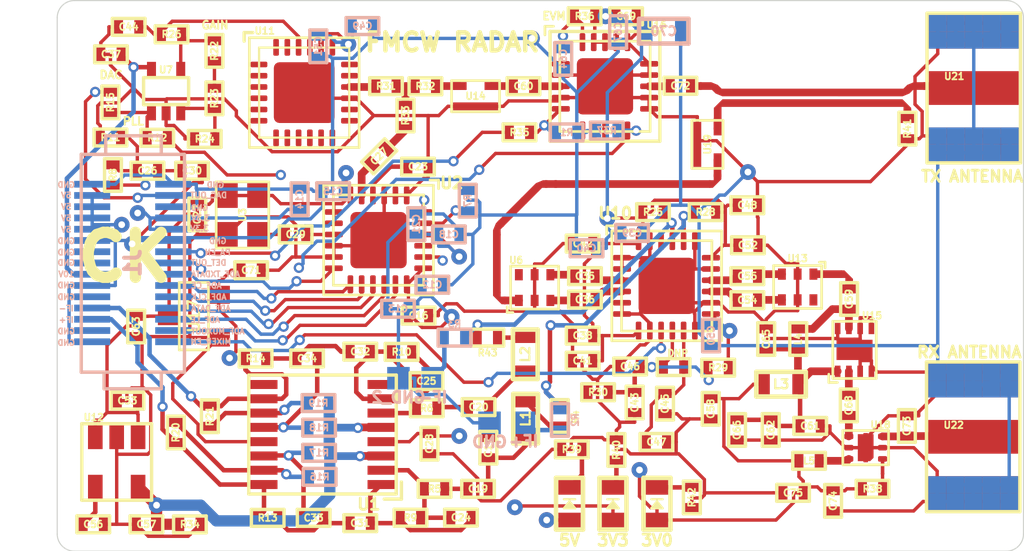
<source format=kicad_pcb>
(kicad_pcb (version 20171130) (host pcbnew "(5.1.12)-1")
  (layers (0 F.Cu signal) (1 In1.Cu signal) (2 In2.Cu signal) (31 B.Cu signal) (34 B.Paste user hide) (35 F.Paste user hide) (36 B.SilkS user hide) (37 F.SilkS user hide) (38 B.Mask user hide) (39 F.Mask user hide) (44 Edge.Cuts user))
  (net 0 "")
  (net 1 +3V3)
  (net 2 GND)
  (net 3 "Net-(C17-Pad2)")
  (net 4 "Net-(C17-Pad1)")
  (net 5 +5V)
  (net 6 "Net-(C19-Pad1)")
  (net 7 "Net-(C20-Pad1)")
  (net 8 "Net-(C23-Pad1)")
  (net 9 "Net-(C24-Pad2)")
  (net 10 "Net-(C24-Pad1)")
  (net 11 "Net-(C25-Pad2)")
  (net 12 "Net-(C25-Pad1)")
  (net 13 "Net-(C26-Pad2)")
  (net 14 "Net-(C26-Pad1)")
  (net 15 "Net-(C27-Pad2)")
  (net 16 "Net-(C27-Pad1)")
  (net 17 "Net-(C29-Pad2)")
  (net 18 25MHz)
  (net 19 "Net-(C31-Pad1)")
  (net 20 "Net-(C32-Pad1)")
  (net 21 "Net-(C33-Pad1)")
  (net 22 "Net-(C34-Pad1)")
  (net 23 "Net-(C35-Pad2)")
  (net 24 "Net-(C35-Pad1)")
  (net 25 "Net-(C36-Pad1)")
  (net 26 "Net-(C36-Pad2)")
  (net 27 +10V)
  (net 28 "Net-(C43-Pad2)")
  (net 29 "Net-(C44-Pad1)")
  (net 30 "Net-(C45-Pad2)")
  (net 31 +3V0)
  (net 32 RFIN)
  (net 33 "Net-(C54-Pad1)")
  (net 34 "Net-(C55-Pad1)")
  (net 35 RFIP)
  (net 36 "Net-(C56-Pad1)")
  (net 37 +2V5)
  (net 38 "Net-(C59-Pad1)")
  (net 39 "Net-(C59-Pad2)")
  (net 40 "Net-(C60-Pad2)")
  (net 41 "Net-(C60-Pad1)")
  (net 42 "Net-(C61-Pad1)")
  (net 43 "Net-(C64-Pad1)")
  (net 44 "Net-(C68-Pad1)")
  (net 45 "Net-(C68-Pad2)")
  (net 46 "Net-(C72-Pad1)")
  (net 47 "Net-(C72-Pad2)")
  (net 48 "Net-(C73-Pad1)")
  (net 49 "Net-(D1-Pad1)")
  (net 50 "Net-(D2-Pad1)")
  (net 51 "Net-(D3-Pad1)")
  (net 52 DAC_OUT1)
  (net 53 MIXER_ENB)
  (net 54 PA_EN)
  (net 55 ADF_MUXOUT)
  (net 56 IFP_Filtered)
  (net 57 ADF_LE)
  (net 58 IFN_Filtered)
  (net 59 ADF_DATA)
  (net 60 ADF_CLK)
  (net 61 ADF_CE)
  (net 62 ADF_TXDATA)
  (net 63 IF+)
  (net 64 IF-)
  (net 65 "Net-(L5-Pad1)")
  (net 66 "Net-(R7-Pad1)")
  (net 67 "Net-(R8-Pad1)")
  (net 68 "Net-(R12-Pad2)")
  (net 69 "Net-(R16-Pad1)")
  (net 70 "Net-(R19-Pad1)")
  (net 71 "Net-(R22-Pad1)")
  (net 72 "Net-(R22-Pad2)")
  (net 73 "Net-(R23-Pad2)")
  (net 74 "Net-(R31-Pad1)")
  (net 75 "Net-(R31-Pad2)")
  (net 76 "Net-(R32-Pad1)")
  (net 77 "Net-(R38-Pad2)")
  (net 78 "Net-(R41-Pad1)")
  (net 79 "Net-(U2-Pad21)")
  (net 80 "Net-(U6-Pad6)")
  (net 81 MIXER_LO)
  (net 82 "Net-(U10-Pad22)")
  (net 83 "Net-(U13-Pad6)")
  (net 84 "Net-(U19-Pad1)")
  (net 85 "Net-(U20-Pad2)")
  (net 86 "Net-(U4-Pad1)")
  (net 87 "Net-(U5-Pad2)")
  (net 88 "Net-(U5-Pad1)")
  (net 89 "Net-(U19-Pad2)")
  (net 90 "Net-(U13-Pad1)")
  (net 91 DET_OUT)
  (net 92 "Net-(R1-Pad1)")
  (net 93 "Net-(R2-Pad2)")
  (net 94 "Net-(R3-Pad1)")
  (net 95 "Net-(L1-Pad1)")
  (net 96 "Net-(L2-Pad1)")
  (module Footprints:SolderPad_1_1.5mm_SMD_Rectangle (layer B.Cu) (at 146.855 95.565)
    (fp_text reference GND_2 (at -0.00508 0.86614) (layer B.SilkS) (effects (font (size 0.5 0.5) (thickness 0.125)) (justify mirror)))
    (fp_text value GND)
    (pad 1 smd rect (at -0.00508 0.01524) (size 1 1) (layers B.Cu B.Paste B.Mask) (net 2 GND))
  )
  (module Footprints:SolderPad_1_1.5mm_SMD_Rectangle (layer B.Cu) (at 150.901 97.5462)
    (fp_text reference GND (at 0 0.86614) (layer B.SilkS) (effects (font (size 0.5 0.5) (thickness 0.125)) (justify mirror)))
    (fp_text value GND)
    (pad 1 smd rect (at -0.00508 0.01524) (size 1 1) (layers B.Cu B.Paste B.Mask) (net 2 GND))
  )
  (module Footprints:SolderPad_1_1.5mm_SMD_Rectangle (layer B.Cu) (at 152.425 97.5614)
    (fp_text reference IF+ (at -0.0127 0.8255) (layer B.SilkS) (effects (font (size 0.5 0.5) (thickness 0.125)) (justify mirror)))
    (fp_text value IF+_PAD)
    (pad 1 smd rect (at 0 0) (size 1 1) (layers B.Cu B.Paste B.Mask) (net 93 "Net-(R2-Pad2)"))
  )
  (module Footprints:SolderPad_1_1.5mm_SMD_Rectangle (layer B.Cu) (at 148.374 95.5802)
    (fp_text reference IF- (at 0 0.8509) (layer B.SilkS) (effects (font (size 0.5 0.5) (thickness 0.125)) (justify mirror)))
    (fp_text value IF-_PAD)
    (pad 1 smd rect (at 0 0) (size 1 1) (layers B.Cu B.Paste B.Mask) (net 94 "Net-(R3-Pad1)"))
  )
  (module Footprints:SMD_0402 (layer B.Cu) (at 154.026 97.4344 270)
    (fp_text reference R2 (at 0 -0.6731 90) (layer B.SilkS) (effects (font (size 0.3 0.3) (thickness 0.075)) (justify mirror)))
    (fp_text value DNP)
    (pad 1 smd rect (at -0.45 0 270) (size 0.4 0.6) (layers B.Cu B.Paste B.Mask) (net 63 IF+))
    (pad 2 smd rect (at 0.45 0 270) (size 0.4 0.6) (layers B.Cu B.Paste B.Mask) (net 93 "Net-(R2-Pad2)"))
  )
  (module Footprints:SMD_0402 (layer F.Cu) (at 169.461 84.4931 270)
    (fp_text reference R41 (at 0 0 270) (layer F.SilkS) (effects (font (size 0.3 0.3) (thickness 0.075))))
    (fp_text value 50)
    (pad 1 smd rect (at -0.45 0 270) (size 0.4 0.6) (layers F.Cu F.Paste F.Mask) (net 78 "Net-(R41-Pad1)"))
    (pad 2 smd rect (at 0.45 0 270) (size 0.4 0.6) (layers F.Cu F.Paste F.Mask) (net 2 GND))
  )
  (module Footprints:LFCSP24_4x4mm_P0.5mm_1EXP_2.5x2.5mm (layer F.Cu) (at 145.966 89.4461 270)
    (fp_text reference U2 (at -2.54 -3.2512 180) (layer F.SilkS) (effects (font (size 0.5 0.5) (thickness 0.125))))
    (fp_text value ADF4158)
    (pad 24 smd roundrect (at -1.25 -1.9883 270) (size 0.25 0.8) (layers F.Cu F.Paste F.Mask) (net 14 "Net-(C26-Pad1)"))
    (pad 23 smd roundrect (at -0.75 -1.9883 270) (size 0.25 0.8) (layers F.Cu F.Paste F.Mask) (net 66 "Net-(R7-Pad1)"))
    (pad 22 smd roundrect (at -0.25 -1.9883 270) (size 0.25 0.8) (layers F.Cu F.Paste F.Mask) (net 5 +5V))
    (pad 21 smd roundrect (at 0.25 -1.9883 270) (size 0.25 0.8) (layers F.Cu F.Paste F.Mask) (net 79 "Net-(U2-Pad21)"))
    (pad 20 smd roundrect (at 0.75 -1.9883 270) (size 0.25 0.8) (layers F.Cu F.Paste F.Mask) (net 67 "Net-(R8-Pad1)"))
    (pad 19 smd roundrect (at 1.25 -1.9883 270) (size 0.25 0.8) (layers F.Cu F.Paste F.Mask) (net 1 +3V3))
    (pad 18 smd roundrect (at 1.9629 -1.25 270) (size 0.8 0.25) (layers F.Cu F.Paste F.Mask) (net 1 +3V3))
    (pad 17 smd roundrect (at 1.9629 -0.75 270) (size 0.8 0.25) (layers F.Cu F.Paste F.Mask) (net 55 ADF_MUXOUT))
    (pad 16 smd roundrect (at 1.9629 -0.25 270) (size 0.8 0.25) (layers F.Cu F.Paste F.Mask) (net 57 ADF_LE))
    (pad 15 smd roundrect (at 1.9629 0.25 270) (size 0.8 0.25) (layers F.Cu F.Paste F.Mask) (net 59 ADF_DATA))
    (pad 14 smd roundrect (at 1.9629 0.75 270) (size 0.8 0.25) (layers F.Cu F.Paste F.Mask) (net 60 ADF_CLK))
    (pad 13 smd roundrect (at 1.9629 1.25 270) (size 0.8 0.25) (layers F.Cu F.Paste F.Mask) (net 61 ADF_CE))
    (pad 12 smd roundrect (at 1.25 1.9883 270) (size 0.25 0.8) (layers F.Cu F.Paste F.Mask) (net 62 ADF_TXDATA))
    (pad 11 smd roundrect (at 0.75 1.9883 270) (size 0.25 0.8) (layers F.Cu F.Paste F.Mask) (net 2 GND))
    (pad 10 smd roundrect (at 0.25 1.9883 270) (size 0.25 0.8) (layers F.Cu F.Paste F.Mask) (net 2 GND))
    (pad 9 smd roundrect (at -0.25 1.9883 270) (size 0.25 0.8) (layers F.Cu F.Paste F.Mask) (net 18 25MHz))
    (pad 8 smd roundrect (at -0.75 1.9883 270) (size 0.25 0.8) (layers F.Cu F.Paste F.Mask) (net 1 +3V3))
    (pad 7 smd roundrect (at -1.25 1.9883 270) (size 0.25 0.8) (layers F.Cu F.Paste F.Mask) (net 1 +3V3))
    (pad 6 smd roundrect (at -1.9883 1.25 270) (size 0.8 0.25) (layers F.Cu F.Paste F.Mask) (net 1 +3V3))
    (pad 5 smd roundrect (at -1.9883 0.75 270) (size 0.8 0.25) (layers F.Cu F.Paste F.Mask) (net 16 "Net-(C27-Pad1)"))
    (pad 4 smd roundrect (at -1.9883 0.25 270) (size 0.8 0.25) (layers F.Cu F.Paste F.Mask) (net 8 "Net-(C23-Pad1)"))
    (pad 3 smd roundrect (at -1.9883 -0.25 270) (size 0.8 0.25) (layers F.Cu F.Paste F.Mask) (net 2 GND))
    (pad 2 smd roundrect (at -1.9883 -0.75 270) (size 0.8 0.25) (layers F.Cu F.Paste F.Mask) (net 2 GND))
    (pad 1 smd roundrect (at -1.9883 -1.25 270) (size 0.8 0.25) (layers F.Cu F.Paste F.Mask) (net 2 GND))
    (pad 25 smd roundrect (at 0 0 270) (size 2.5 2.5) (layers F.Cu F.Mask) (roundrect_rratio 0.1) (net 2 GND))
  )
  (module Footprints:Mitered_Bend_0.34mm_90 (layer F.Cu) (at 151.305 91.9759)
    (fp_text reference U4 hide)
    (fp_text value MITERED_BEND hide)
    (fp_poly (pts (xy -0.254 -0.1905) (xy 0.086 -0.1905) (xy 0.086 -0.0205) (xy 0.256 -0.0205) (xy 0.255999 0.3195) (xy 0.1268 0.3195) (xy -0.254 -0.061301) (xy -0.254 -0.1905)) (layer F.Cu) (width 0))
    (pad 1 smd rect (at -0.084 -0.2075) (size 0.34 0.034) (layers F.Cu) (net 86 "Net-(U4-Pad1)") (clearance 0.000001))
    (pad 2 smd rect (at 0.272999 0.1495) (size 0.034 0.34) (layers F.Cu) (net 81 MIXER_LO) (clearance 0.000001))
  )
  (module Footprints:Mitered_Bend_0.34mm_90 (layer F.Cu) (at 160.876 86.8705 90)
    (fp_text reference U9 hide)
    (fp_text value MITERED_BEND hide)
    (fp_poly (pts (xy -0.254 -0.1905) (xy 0.086 -0.1905) (xy 0.086 -0.0205) (xy 0.256 -0.0205) (xy 0.255999 0.3195) (xy 0.1268 0.3195) (xy -0.254 -0.061301) (xy -0.254 -0.1905)) (layer F.Cu) (width 0))
    (pad 1 smd rect (at -0.084 -0.2075 90) (size 0.34 0.034) (layers F.Cu) (net 88 "Net-(U5-Pad1)") (clearance 0.000001))
    (pad 2 smd rect (at 0.272999 0.1495 90) (size 0.034 0.34) (layers F.Cu) (net 89 "Net-(U19-Pad2)") (clearance 0.000001))
  )
  (module Footprints:Mitered_Bend_0.34mm_45 (layer F.Cu) (at 153.21 87.0382 180)
    (fp_text reference U5 hide)
    (fp_text value MITERED_BEND hide)
    (fp_poly (pts (xy -0.1905 0.254) (xy -0.1905 -0.086) (xy -0.0205 -0.086) (xy 0.099708 -0.206208) (xy 0.340124 0.034209) (xy 0.249532 0.124801) (xy -0.062384 0.254) (xy -0.1905 0.254)) (layer F.Cu) (width 0))
    (pad 1 smd rect (at -0.2075 0.084 270) (size 0.34 0.1) (layers F.Cu) (net 88 "Net-(U5-Pad1)") (clearance 0.000001))
    (pad 2 smd rect (at 0.231937 -0.09802 225) (size 0.1 0.34) (layers F.Cu) (net 87 "Net-(U5-Pad2)") (clearance 0.000001))
  )
  (module Footprints:Mitered_Bend_0.34mm_45_Mirrored (layer F.Cu) (at 151.304 88.9465 270)
    (fp_text reference U8 hide)
    (fp_text value MITERED_BEND hide)
    (fp_poly (pts (xy 0.1905 0.254) (xy 0.1905 -0.086) (xy 0.0205 -0.086) (xy -0.099708 -0.206208) (xy -0.340124 0.034209) (xy -0.249532 0.124801) (xy 0.062384 0.254) (xy 0.1905 0.254)) (layer F.Cu) (width 0))
    (pad 2 smd rect (at -0.231937 -0.09802 225) (size 0.1 0.34) (layers F.Cu) (net 87 "Net-(U5-Pad2)") (clearance 0.000001))
    (pad 1 smd rect (at 0.2075 0.084 180) (size 0.34 0.1) (layers F.Cu) (net 86 "Net-(U4-Pad1)") (clearance 0.000001))
  )
  (module Footprints:LFCSP24_4x4mm_P0.5mm_1EXP_2.5x2.5mm (layer F.Cu) (at 158.768 91.4781)
    (fp_text reference U10 (at -2.286 -3.2258 180) (layer F.SilkS) (effects (font (size 0.5 0.5) (thickness 0.125))))
    (fp_text value ADL5801)
    (pad 24 smd roundrect (at -1.25 -1.9883) (size 0.25 0.8) (layers F.Cu F.Paste F.Mask) (net 5 +5V))
    (pad 23 smd roundrect (at -0.75 -1.9883) (size 0.25 0.8) (layers F.Cu F.Paste F.Mask) (net 2 GND))
    (pad 22 smd roundrect (at -0.25 -1.9883) (size 0.25 0.8) (layers F.Cu F.Paste F.Mask) (net 82 "Net-(U10-Pad22)"))
    (pad 21 smd roundrect (at 0.25 -1.9883) (size 0.25 0.8) (layers F.Cu F.Paste F.Mask) (net 64 IF-))
    (pad 20 smd roundrect (at 0.75 -1.9883) (size 0.25 0.8) (layers F.Cu F.Paste F.Mask) (net 63 IF+))
    (pad 19 smd roundrect (at 1.25 -1.9883) (size 0.25 0.8) (layers F.Cu F.Paste F.Mask) (net 2 GND))
    (pad 18 smd roundrect (at 1.9629 -1.25) (size 0.8 0.25) (layers F.Cu F.Paste F.Mask) (net 5 +5V))
    (pad 17 smd roundrect (at 1.9629 -0.75) (size 0.8 0.25) (layers F.Cu F.Paste F.Mask) (net 2 GND))
    (pad 16 smd roundrect (at 1.9629 -0.25) (size 0.8 0.25) (layers F.Cu F.Paste F.Mask) (net 35 RFIP))
    (pad 15 smd roundrect (at 1.9629 0.25) (size 0.8 0.25) (layers F.Cu F.Paste F.Mask) (net 32 RFIN))
    (pad 14 smd roundrect (at 1.9629 0.75) (size 0.8 0.25) (layers F.Cu F.Paste F.Mask) (net 2 GND))
    (pad 13 smd roundrect (at 1.9629 1.25) (size 0.8 0.25) (layers F.Cu F.Paste F.Mask) (net 5 +5V))
    (pad 12 smd roundrect (at 1.25 1.9883) (size 0.25 0.8) (layers F.Cu F.Paste F.Mask) (net 2 GND))
    (pad 11 smd roundrect (at 0.75 1.9883) (size 0.25 0.8) (layers F.Cu F.Paste F.Mask) (net 30 "Net-(C45-Pad2)"))
    (pad 10 smd roundrect (at 0.25 1.9883) (size 0.25 0.8) (layers F.Cu F.Paste F.Mask) (net 28 "Net-(C43-Pad2)"))
    (pad 9 smd roundrect (at -0.25 1.9883) (size 0.25 0.8) (layers F.Cu F.Paste F.Mask) (net 53 MIXER_ENB))
    (pad 8 smd roundrect (at -0.75 1.9883) (size 0.25 0.8) (layers F.Cu F.Paste F.Mask) (net 2 GND))
    (pad 7 smd roundrect (at -1.25 1.9883) (size 0.25 0.8) (layers F.Cu F.Paste F.Mask) (net 5 +5V))
    (pad 6 smd roundrect (at -1.9883 1.25) (size 0.8 0.25) (layers F.Cu F.Paste F.Mask) (net 2 GND))
    (pad 5 smd roundrect (at -1.9883 0.75) (size 0.8 0.25) (layers F.Cu F.Paste F.Mask) (net 2 GND))
    (pad 4 smd roundrect (at -1.9883 0.25) (size 0.8 0.25) (layers F.Cu F.Paste F.Mask) (net 25 "Net-(C36-Pad1)"))
    (pad 3 smd roundrect (at -1.9883 -0.25) (size 0.8 0.25) (layers F.Cu F.Paste F.Mask) (net 24 "Net-(C35-Pad1)"))
    (pad 2 smd roundrect (at -1.9883 -0.75) (size 0.8 0.25) (layers F.Cu F.Paste F.Mask) (net 2 GND))
    (pad 1 smd roundrect (at -1.9883 -1.25) (size 0.8 0.25) (layers F.Cu F.Paste F.Mask) (net 2 GND))
    (pad 25 smd roundrect (at 0 0) (size 2.5 2.5) (layers F.Cu F.Mask) (roundrect_rratio 0.1) (net 2 GND))
  )
  (module Footprints:SMD_0402 (layer B.Cu) (at 148.354 91.4273)
    (fp_text reference C12 (at 0 0 180) (layer B.SilkS) (effects (font (size 0.3 0.3) (thickness 0.075)) (justify mirror)))
    (fp_text value 100nF)
    (pad 1 smd rect (at -0.45 0) (size 0.4 0.6) (layers B.Cu B.Paste B.Mask) (net 1 +3V3))
    (pad 2 smd rect (at 0.45 0) (size 0.4 0.6) (layers B.Cu B.Paste B.Mask) (net 2 GND))
  )
  (module Footprints:SMD_0402 (layer B.Cu) (at 146.83 92.4941 180)
    (fp_text reference C13 (at 0 0 180) (layer B.SilkS) (effects (font (size 0.3 0.3) (thickness 0.075)) (justify mirror)))
    (fp_text value 100nF)
    (pad 1 smd rect (at -0.45 0 180) (size 0.4 0.6) (layers B.Cu B.Paste B.Mask) (net 1 +3V3))
    (pad 2 smd rect (at 0.45 0 180) (size 0.4 0.6) (layers B.Cu B.Paste B.Mask) (net 2 GND))
  )
  (module Footprints:SMD_0402 (layer B.Cu) (at 142.461 87.63 90)
    (fp_text reference C14 (at 0 0 90) (layer B.SilkS) (effects (font (size 0.3 0.3) (thickness 0.075)) (justify mirror)))
    (fp_text value 100nF)
    (pad 1 smd rect (at -0.45 0 90) (size 0.4 0.6) (layers B.Cu B.Paste B.Mask) (net 1 +3V3))
    (pad 2 smd rect (at 0.45 0 90) (size 0.4 0.6) (layers B.Cu B.Paste B.Mask) (net 2 GND))
  )
  (module Footprints:SMD_0402 (layer B.Cu) (at 143.947 87.2744 180)
    (fp_text reference C15 (at 0 0) (layer B.SilkS) (effects (font (size 0.3 0.3) (thickness 0.075)) (justify mirror)))
    (fp_text value 18pF)
    (pad 1 smd rect (at -0.45 0 180) (size 0.4 0.6) (layers B.Cu B.Paste B.Mask) (net 1 +3V3))
    (pad 2 smd rect (at 0.45 0 180) (size 0.4 0.6) (layers B.Cu B.Paste B.Mask) (net 2 GND))
  )
  (module Footprints:SMD_0402 (layer F.Cu) (at 147.744 92.7989)
    (fp_text reference C16 (at 0 0) (layer F.SilkS) (effects (font (size 0.3 0.3) (thickness 0.075))))
    (fp_text value 18pF)
    (pad 2 smd rect (at 0.45 0) (size 0.4 0.6) (layers F.Cu F.Paste F.Mask) (net 2 GND))
    (pad 1 smd rect (at -0.45 0) (size 0.4 0.6) (layers F.Cu F.Paste F.Mask) (net 1 +3V3))
  )
  (module Footprints:SMD_0402 (layer F.Cu) (at 150.843 98.6663 90)
    (fp_text reference C17 (at 0 0 90) (layer F.SilkS) (effects (font (size 0.3 0.3) (thickness 0.075))))
    (fp_text value 2.2nF)
    (pad 2 smd rect (at 0.45 0 90) (size 0.4 0.6) (layers F.Cu F.Paste F.Mask) (net 3 "Net-(C17-Pad2)"))
    (pad 1 smd rect (at -0.45 0 90) (size 0.4 0.6) (layers F.Cu F.Paste F.Mask) (net 4 "Net-(C17-Pad1)"))
  )
  (module Footprints:SMD_0402 (layer B.Cu) (at 149.09 89.1921)
    (fp_text reference C18 (at 0 0) (layer B.SilkS) (effects (font (size 0.3 0.3) (thickness 0.075)) (justify mirror)))
    (fp_text value 18pF)
    (pad 2 smd rect (at 0.45 0) (size 0.4 0.6) (layers B.Cu B.Paste B.Mask) (net 2 GND))
    (pad 1 smd rect (at -0.45 0) (size 0.4 0.6) (layers B.Cu B.Paste B.Mask) (net 5 +5V))
  )
  (module Footprints:SMD_0402 (layer F.Cu) (at 150.386 100.495)
    (fp_text reference C19 (at 0 0) (layer F.SilkS) (effects (font (size 0.3 0.3) (thickness 0.075))))
    (fp_text value 330nF)
    (pad 2 smd rect (at 0.45 0) (size 0.4 0.6) (layers F.Cu F.Paste F.Mask) (net 4 "Net-(C17-Pad1)"))
    (pad 1 smd rect (at -0.45 0) (size 0.4 0.6) (layers F.Cu F.Paste F.Mask) (net 6 "Net-(C19-Pad1)"))
  )
  (module Footprints:SMD_0402 (layer F.Cu) (at 150.411 96.8629)
    (fp_text reference C20 (at 0 0) (layer F.SilkS) (effects (font (size 0.3 0.3) (thickness 0.075))))
    (fp_text value 330nF)
    (pad 1 smd rect (at -0.45 0) (size 0.4 0.6) (layers F.Cu F.Paste F.Mask) (net 7 "Net-(C20-Pad1)"))
    (pad 2 smd rect (at 0.45 0) (size 0.4 0.6) (layers F.Cu F.Paste F.Mask) (net 3 "Net-(C17-Pad2)"))
  )
  (module Footprints:SMD_0402 (layer B.Cu) (at 147.643 88.7349 90)
    (fp_text reference C21 (at 0 0 90) (layer B.SilkS) (effects (font (size 0.3 0.3) (thickness 0.075)) (justify mirror)))
    (fp_text value 100nF)
    (pad 1 smd rect (at -0.45 0 90) (size 0.4 0.6) (layers B.Cu B.Paste B.Mask) (net 5 +5V))
    (pad 2 smd rect (at 0.45 0 90) (size 0.4 0.6) (layers B.Cu B.Paste B.Mask) (net 2 GND))
  )
  (module Footprints:SMD_0402 (layer F.Cu) (at 137.914 88.3031 270)
    (fp_text reference C22 (at 0 0 90) (layer F.SilkS) (effects (font (size 0.3 0.3) (thickness 0.075))))
    (fp_text value 100nF)
    (pad 1 smd rect (at -0.45 0 270) (size 0.4 0.6) (layers F.Cu F.Paste F.Mask) (net 1 +3V3))
    (pad 2 smd rect (at 0.45 0 270) (size 0.4 0.6) (layers F.Cu F.Paste F.Mask) (net 2 GND))
  )
  (module Footprints:SMD_0402 (layer F.Cu) (at 147.719 86.1822)
    (fp_text reference C23 (at 0 0) (layer F.SilkS) (effects (font (size 0.3 0.3) (thickness 0.075))))
    (fp_text value 100pF)
    (pad 1 smd rect (at -0.45 0) (size 0.4 0.6) (layers F.Cu F.Paste F.Mask) (net 8 "Net-(C23-Pad1)"))
    (pad 2 smd rect (at 0.45 0) (size 0.4 0.6) (layers F.Cu F.Paste F.Mask) (net 2 GND))
  )
  (module Footprints:SMD_0402 (layer F.Cu) (at 149.626 101.773 180)
    (fp_text reference C24 (at 0 0) (layer F.SilkS) (effects (font (size 0.3 0.3) (thickness 0.075))))
    (fp_text value 10pF)
    (pad 2 smd rect (at 0.45 0 180) (size 0.4 0.6) (layers F.Cu F.Paste F.Mask) (net 9 "Net-(C24-Pad2)"))
    (pad 1 smd rect (at -0.45 0 180) (size 0.4 0.6) (layers F.Cu F.Paste F.Mask) (net 10 "Net-(C24-Pad1)"))
  )
  (module Footprints:SMD_0402 (layer F.Cu) (at 148.095 95.7072)
    (fp_text reference C25 (at 0 0) (layer F.SilkS) (effects (font (size 0.3 0.3) (thickness 0.075))))
    (fp_text value 10pF)
    (pad 2 smd rect (at 0.45 0) (size 0.4 0.6) (layers F.Cu F.Paste F.Mask) (net 11 "Net-(C25-Pad2)"))
    (pad 1 smd rect (at -0.45 0) (size 0.4 0.6) (layers F.Cu F.Paste F.Mask) (net 12 "Net-(C25-Pad1)"))
  )
  (module Footprints:SMD_0402 (layer F.Cu) (at 135.7 86.3625 180)
    (fp_text reference C26 (at 0 0) (layer F.SilkS) (effects (font (size 0.3 0.3) (thickness 0.075))))
    (fp_text value 330nF)
    (pad 2 smd rect (at 0.45 0 180) (size 0.4 0.6) (layers F.Cu F.Paste F.Mask) (net 13 "Net-(C26-Pad2)"))
    (pad 1 smd rect (at -0.45 0 180) (size 0.4 0.6) (layers F.Cu F.Paste F.Mask) (net 14 "Net-(C26-Pad1)"))
  )
  (module Footprints:SMD_0402 (layer F.Cu) (at 145.992 85.725 45)
    (fp_text reference C27 (at 0 0 45) (layer F.SilkS) (effects (font (size 0.3 0.3) (thickness 0.075))))
    (fp_text value 2pF)
    (pad 2 smd rect (at 0.45 0 45) (size 0.4 0.6) (layers F.Cu F.Paste F.Mask) (net 15 "Net-(C27-Pad2)"))
    (pad 1 smd rect (at -0.45 0 45) (size 0.4 0.6) (layers F.Cu F.Paste F.Mask) (net 16 "Net-(C27-Pad1)"))
  )
  (module Footprints:SMD_0402 (layer F.Cu) (at 148.227 98.4885 90)
    (fp_text reference C28 (at 0 0 90) (layer F.SilkS) (effects (font (size 0.3 0.3) (thickness 0.075))))
    (fp_text value 100nF)
    (pad 2 smd rect (at 0.45 0 90) (size 0.4 0.6) (layers F.Cu F.Paste F.Mask) (net 5 +5V))
    (pad 1 smd rect (at -0.45 0 90) (size 0.4 0.6) (layers F.Cu F.Paste F.Mask) (net 2 GND))
  )
  (module Footprints:SMD_0402 (layer F.Cu) (at 142.283 89.1921 180)
    (fp_text reference C29 (at 0 0) (layer F.SilkS) (effects (font (size 0.3 0.3) (thickness 0.075))))
    (fp_text value 470pF)
    (pad 2 smd rect (at 0.45 0 180) (size 0.4 0.6) (layers F.Cu F.Paste F.Mask) (net 17 "Net-(C29-Pad2)"))
    (pad 1 smd rect (at -0.45 0 180) (size 0.4 0.6) (layers F.Cu F.Paste F.Mask) (net 18 25MHz))
  )
  (module Footprints:SMD_0402 (layer F.Cu) (at 137.681 86.3625)
    (fp_text reference C30 (at 0 0) (layer F.SilkS) (effects (font (size 0.3 0.3) (thickness 0.075))))
    (fp_text value 10nF)
    (pad 2 smd rect (at 0.45 0) (size 0.4 0.6) (layers F.Cu F.Paste F.Mask) (net 2 GND))
    (pad 1 smd rect (at -0.45 0) (size 0.4 0.6) (layers F.Cu F.Paste F.Mask) (net 14 "Net-(C26-Pad1)"))
  )
  (module Footprints:SMD_0402 (layer F.Cu) (at 145.153 102.019)
    (fp_text reference C31 (at 0 0) (layer F.SilkS) (effects (font (size 0.3 0.3) (thickness 0.075))))
    (fp_text value 470pF)
    (pad 1 smd rect (at -0.45 0) (size 0.4 0.6) (layers F.Cu F.Paste F.Mask) (net 19 "Net-(C31-Pad1)"))
    (pad 2 smd rect (at 0.45 0) (size 0.4 0.6) (layers F.Cu F.Paste F.Mask) (net 10 "Net-(C24-Pad1)"))
  )
  (module Footprints:SMD_0402 (layer F.Cu) (at 145.153 94.3991)
    (fp_text reference C32 (at 0 0) (layer F.SilkS) (effects (font (size 0.3 0.3) (thickness 0.075))))
    (fp_text value 470pF)
    (pad 2 smd rect (at 0.45 0) (size 0.4 0.6) (layers F.Cu F.Paste F.Mask) (net 12 "Net-(C25-Pad1)"))
    (pad 1 smd rect (at -0.45 0) (size 0.4 0.6) (layers F.Cu F.Paste F.Mask) (net 20 "Net-(C32-Pad1)"))
  )
  (module Footprints:SMD_0402 (layer F.Cu) (at 143.083 101.785)
    (fp_text reference C33 (at 0 0) (layer F.SilkS) (effects (font (size 0.3 0.3) (thickness 0.075))))
    (fp_text value 470pF)
    (pad 2 smd rect (at 0.45 0) (size 0.4 0.6) (layers F.Cu F.Paste F.Mask) (net 19 "Net-(C31-Pad1)"))
    (pad 1 smd rect (at -0.45 0) (size 0.4 0.6) (layers F.Cu F.Paste F.Mask) (net 21 "Net-(C33-Pad1)"))
  )
  (module Footprints:SMD_0402 (layer F.Cu) (at 142.791 94.7039 180)
    (fp_text reference C34 (at 0 0) (layer F.SilkS) (effects (font (size 0.3 0.3) (thickness 0.075))))
    (fp_text value 470pF)
    (pad 1 smd rect (at -0.45 0 180) (size 0.4 0.6) (layers F.Cu F.Paste F.Mask) (net 22 "Net-(C34-Pad1)"))
    (pad 2 smd rect (at 0.45 0 180) (size 0.4 0.6) (layers F.Cu F.Paste F.Mask) (net 20 "Net-(C32-Pad1)"))
  )
  (module Footprints:SMD_0402 (layer F.Cu) (at 155.136 91.0463 180)
    (fp_text reference C35 (at 0 0) (layer F.SilkS) (effects (font (size 0.3 0.3) (thickness 0.075))))
    (fp_text value 10pF)
    (pad 2 smd rect (at 0.45 0 180) (size 0.4 0.6) (layers F.Cu F.Paste F.Mask) (net 23 "Net-(C35-Pad2)"))
    (pad 1 smd rect (at -0.45 0 180) (size 0.4 0.6) (layers F.Cu F.Paste F.Mask) (net 24 "Net-(C35-Pad1)"))
  )
  (module Footprints:SMD_0402 (layer F.Cu) (at 155.136 92.0877 180)
    (fp_text reference C36 (at 0 0) (layer F.SilkS) (effects (font (size 0.3 0.3) (thickness 0.075))))
    (fp_text value 10pF)
    (pad 1 smd rect (at -0.45 0 180) (size 0.4 0.6) (layers F.Cu F.Paste F.Mask) (net 25 "Net-(C36-Pad1)"))
    (pad 2 smd rect (at 0.45 0 180) (size 0.4 0.6) (layers F.Cu F.Paste F.Mask) (net 26 "Net-(C36-Pad2)"))
  )
  (module Footprints:SMD_0402 (layer F.Cu) (at 134.079 81.1911 180)
    (fp_text reference C37 (at 0 0) (layer F.SilkS) (effects (font (size 0.3 0.3) (thickness 0.075))))
    (fp_text value 100nF)
    (pad 1 smd rect (at -0.45 0 180) (size 0.4 0.6) (layers F.Cu F.Paste F.Mask) (net 27 +10V))
    (pad 2 smd rect (at 0.45 0 180) (size 0.4 0.6) (layers F.Cu F.Paste F.Mask) (net 2 GND))
  )
  (module Footprints:SMD_0402 (layer F.Cu) (at 155.034 93.6879)
    (fp_text reference C38 (at 0 0) (layer F.SilkS) (effects (font (size 0.3 0.3) (thickness 0.075))))
    (fp_text value 100nF)
    (pad 2 smd rect (at 0.45 0) (size 0.4 0.6) (layers F.Cu F.Paste F.Mask) (net 5 +5V))
    (pad 1 smd rect (at -0.45 0) (size 0.4 0.6) (layers F.Cu F.Paste F.Mask) (net 2 GND))
  )
  (module Footprints:SMD_0402 (layer B.Cu) (at 157.229 89.1261 180)
    (fp_text reference C39 (at 0 0) (layer B.SilkS) (effects (font (size 0.3 0.3) (thickness 0.075)) (justify mirror)))
    (fp_text value 100nF)
    (pad 1 smd rect (at -0.45 0 180) (size 0.4 0.6) (layers B.Cu B.Paste B.Mask) (net 2 GND))
    (pad 2 smd rect (at 0.45 0 180) (size 0.4 0.6) (layers B.Cu B.Paste B.Mask) (net 5 +5V))
  )
  (module Footprints:SMD_0402 (layer B.Cu) (at 155.207 89.8068)
    (fp_text reference C40 (at 0 0) (layer B.SilkS) (effects (font (size 0.3 0.3) (thickness 0.075)) (justify mirror)))
    (fp_text value 100nF)
    (pad 2 smd rect (at 0.45 0) (size 0.4 0.6) (layers B.Cu B.Paste B.Mask) (net 5 +5V))
    (pad 1 smd rect (at -0.45 0) (size 0.4 0.6) (layers B.Cu B.Paste B.Mask) (net 2 GND))
  )
  (module Footprints:SMD_0402 (layer F.Cu) (at 155.034 94.8055)
    (fp_text reference C41 (at 0 0) (layer F.SilkS) (effects (font (size 0.3 0.3) (thickness 0.075))))
    (fp_text value 100pF)
    (pad 1 smd rect (at -0.45 0) (size 0.4 0.6) (layers F.Cu F.Paste F.Mask) (net 2 GND))
    (pad 2 smd rect (at 0.45 0) (size 0.4 0.6) (layers F.Cu F.Paste F.Mask) (net 5 +5V))
  )
  (module Footprints:SMD_0402 (layer F.Cu) (at 155.034 89.5985)
    (fp_text reference C42 (at 0 0) (layer F.SilkS) (effects (font (size 0.3 0.3) (thickness 0.075))))
    (fp_text value 100pF)
    (pad 2 smd rect (at 0.45 0) (size 0.4 0.6) (layers F.Cu F.Paste F.Mask) (net 5 +5V))
    (pad 1 smd rect (at -0.45 0) (size 0.4 0.6) (layers F.Cu F.Paste F.Mask) (net 2 GND))
  )
  (module Footprints:SMD_0402 (layer F.Cu) (at 157.345 96.6597 90)
    (fp_text reference C43 (at 0 0 90) (layer F.SilkS) (effects (font (size 0.3 0.3) (thickness 0.075))))
    (fp_text value 100nF)
    (pad 2 smd rect (at 0.45 0 90) (size 0.4 0.6) (layers F.Cu F.Paste F.Mask) (net 28 "Net-(C43-Pad2)"))
    (pad 1 smd rect (at -0.45 0 90) (size 0.4 0.6) (layers F.Cu F.Paste F.Mask) (net 2 GND))
  )
  (module Footprints:SMD_0402 (layer F.Cu) (at 134.866 79.9719 180)
    (fp_text reference C44 (at 0 0) (layer F.SilkS) (effects (font (size 0.3 0.3) (thickness 0.075))))
    (fp_text value 470pF)
    (pad 2 smd rect (at 0.45 0 180) (size 0.4 0.6) (layers F.Cu F.Paste F.Mask) (net 2 GND))
    (pad 1 smd rect (at -0.45 0 180) (size 0.4 0.6) (layers F.Cu F.Paste F.Mask) (net 29 "Net-(C44-Pad1)"))
  )
  (module Footprints:SMD_0402 (layer F.Cu) (at 158.692 96.7105 90)
    (fp_text reference C45 (at 0 0 90) (layer F.SilkS) (effects (font (size 0.3 0.3) (thickness 0.075))))
    (fp_text value 100nF)
    (pad 2 smd rect (at 0.45 0 90) (size 0.4 0.6) (layers F.Cu F.Paste F.Mask) (net 30 "Net-(C45-Pad2)"))
    (pad 1 smd rect (at -0.45 0 90) (size 0.4 0.6) (layers F.Cu F.Paste F.Mask) (net 2 GND))
  )
  (module Footprints:SMD_0402 (layer F.Cu) (at 157.142 95.0595)
    (fp_text reference C46 (at 0 0) (layer F.SilkS) (effects (font (size 0.3 0.3) (thickness 0.075))))
    (fp_text value 100nF)
    (pad 1 smd rect (at -0.45 0) (size 0.4 0.6) (layers F.Cu F.Paste F.Mask) (net 2 GND))
    (pad 2 smd rect (at 0.45 0) (size 0.4 0.6) (layers F.Cu F.Paste F.Mask) (net 28 "Net-(C43-Pad2)"))
  )
  (module Footprints:SMD_0402 (layer F.Cu) (at 158.311 98.4123 180)
    (fp_text reference C47 (at 0 0) (layer F.SilkS) (effects (font (size 0.3 0.3) (thickness 0.075))))
    (fp_text value 100pF)
    (pad 1 smd rect (at -0.45 0 180) (size 0.4 0.6) (layers F.Cu F.Paste F.Mask) (net 2 GND))
    (pad 2 smd rect (at 0.45 0 180) (size 0.4 0.6) (layers F.Cu F.Paste F.Mask) (net 30 "Net-(C45-Pad2)"))
  )
  (module Footprints:SMD_0402 (layer F.Cu) (at 162.349 87.8967 180)
    (fp_text reference C48 (at 0 0) (layer F.SilkS) (effects (font (size 0.3 0.3) (thickness 0.075))))
    (fp_text value 100nF)
    (pad 1 smd rect (at -0.45 0 180) (size 0.4 0.6) (layers F.Cu F.Paste F.Mask) (net 2 GND))
    (pad 2 smd rect (at 0.45 0 180) (size 0.4 0.6) (layers F.Cu F.Paste F.Mask) (net 5 +5V))
  )
  (module Footprints:SMD_0402 (layer B.Cu) (at 145.25 79.9363)
    (fp_text reference C49 (at 0 0) (layer B.SilkS) (effects (font (size 0.3 0.3) (thickness 0.075)) (justify mirror)))
    (fp_text value 2.2uF)
    (pad 2 smd rect (at 0.45 0) (size 0.4 0.6) (layers B.Cu B.Paste B.Mask) (net 2 GND))
    (pad 1 smd rect (at -0.45 0) (size 0.4 0.6) (layers B.Cu B.Paste B.Mask) (net 31 +3V0))
  )
  (module Footprints:SMD_0402 (layer B.Cu) (at 160.739 93.6828 90)
    (fp_text reference C50 (at 0 0 90) (layer B.SilkS) (effects (font (size 0.3 0.3) (thickness 0.075)) (justify mirror)))
    (fp_text value 100nF)
    (pad 1 smd rect (at -0.45 0 90) (size 0.4 0.6) (layers B.Cu B.Paste B.Mask) (net 2 GND))
    (pad 2 smd rect (at 0.45 0 90) (size 0.4 0.6) (layers B.Cu B.Paste B.Mask) (net 5 +5V))
  )
  (module Footprints:SMD_0402 (layer B.Cu) (at 143.289 80.8355 270)
    (fp_text reference C51 (at 0 0 90) (layer B.SilkS) (effects (font (size 0.3 0.3) (thickness 0.075)) (justify mirror)))
    (fp_text value 100nF)
    (pad 1 smd rect (at -0.45 0 270) (size 0.4 0.6) (layers B.Cu B.Paste B.Mask) (net 31 +3V0))
    (pad 2 smd rect (at 0.45 0 270) (size 0.4 0.6) (layers B.Cu B.Paste B.Mask) (net 2 GND))
  )
  (module Footprints:SMD_0402 (layer F.Cu) (at 162.375 89.6747)
    (fp_text reference C52 (at 0 0) (layer F.SilkS) (effects (font (size 0.3 0.3) (thickness 0.075))))
    (fp_text value 100nF)
    (pad 2 smd rect (at 0.45 0) (size 0.4 0.6) (layers F.Cu F.Paste F.Mask) (net 2 GND))
    (pad 1 smd rect (at -0.45 0) (size 0.4 0.6) (layers F.Cu F.Paste F.Mask) (net 5 +5V))
  )
  (module Footprints:SMD_0402 (layer F.Cu) (at 134.81 96.5784 180)
    (fp_text reference C53 (at 0 0) (layer F.SilkS) (effects (font (size 0.3 0.3) (thickness 0.075))))
    (fp_text value 100nF)
    (pad 1 smd rect (at -0.45 0 180) (size 0.4 0.6) (layers F.Cu F.Paste F.Mask) (net 1 +3V3))
    (pad 2 smd rect (at 0.45 0 180) (size 0.4 0.6) (layers F.Cu F.Paste F.Mask) (net 2 GND))
  )
  (module Footprints:SMD_0402 (layer F.Cu) (at 162.349 92.1131 180)
    (fp_text reference C54 (at 0 0) (layer F.SilkS) (effects (font (size 0.3 0.3) (thickness 0.075))))
    (fp_text value 10pF)
    (pad 2 smd rect (at 0.45 0 180) (size 0.4 0.6) (layers F.Cu F.Paste F.Mask) (net 32 RFIN))
    (pad 1 smd rect (at -0.45 0 180) (size 0.4 0.6) (layers F.Cu F.Paste F.Mask) (net 33 "Net-(C54-Pad1)"))
  )
  (module Footprints:SMD_0402 (layer F.Cu) (at 162.349 91.0463 180)
    (fp_text reference C55 (at 0 0) (layer F.SilkS) (effects (font (size 0.3 0.3) (thickness 0.075))))
    (fp_text value 10pF)
    (pad 1 smd rect (at -0.45 0 180) (size 0.4 0.6) (layers F.Cu F.Paste F.Mask) (net 34 "Net-(C55-Pad1)"))
    (pad 2 smd rect (at 0.45 0 180) (size 0.4 0.6) (layers F.Cu F.Paste F.Mask) (net 35 RFIP))
  )
  (module Footprints:SMD_0402 (layer F.Cu) (at 133.292 102.07)
    (fp_text reference C56 (at 0 0) (layer F.SilkS) (effects (font (size 0.3 0.3) (thickness 0.075))))
    (fp_text value 10nF)
    (pad 2 smd rect (at 0.45 0) (size 0.4 0.6) (layers F.Cu F.Paste F.Mask) (net 2 GND))
    (pad 1 smd rect (at -0.45 0) (size 0.4 0.6) (layers F.Cu F.Paste F.Mask) (net 36 "Net-(C56-Pad1)"))
  )
  (module Footprints:SMD_0402 (layer F.Cu) (at 135.654 102.07 180)
    (fp_text reference C57 (at 0 0) (layer F.SilkS) (effects (font (size 0.3 0.3) (thickness 0.075))))
    (fp_text value 2.2uF)
    (pad 2 smd rect (at 0.45 0 180) (size 0.4 0.6) (layers F.Cu F.Paste F.Mask) (net 2 GND))
    (pad 1 smd rect (at -0.45 0 180) (size 0.4 0.6) (layers F.Cu F.Paste F.Mask) (net 37 +2V5))
  )
  (module Footprints:SMD_0402 (layer F.Cu) (at 160.724 96.9391 270)
    (fp_text reference C58 (at 0 0 90) (layer F.SilkS) (effects (font (size 0.3 0.3) (thickness 0.075))))
    (fp_text value DNP)
    (pad 2 smd rect (at 0.45 0 270) (size 0.4 0.6) (layers F.Cu F.Paste F.Mask) (net 2 GND))
    (pad 1 smd rect (at -0.45 0 270) (size 0.4 0.6) (layers F.Cu F.Paste F.Mask) (net 31 +3V0))
  )
  (module Footprints:SMD_0402 (layer F.Cu) (at 166.87 92.0623 90)
    (fp_text reference C59 (at 0 0 90) (layer F.SilkS) (effects (font (size 0.3 0.3) (thickness 0.075))))
    (fp_text value 18pF)
    (pad 1 smd rect (at -0.45 0 90) (size 0.4 0.6) (layers F.Cu F.Paste F.Mask) (net 38 "Net-(C59-Pad1)"))
    (pad 2 smd rect (at 0.45 0 90) (size 0.4 0.6) (layers F.Cu F.Paste F.Mask) (net 39 "Net-(C59-Pad2)"))
  )
  (module Footprints:SMD_0402 (layer F.Cu) (at 165.143 97.7011)
    (fp_text reference C61 (at 0 0) (layer F.SilkS) (effects (font (size 0.3 0.3) (thickness 0.075))))
    (fp_text value 10nF)
    (pad 2 smd rect (at 0.45 0) (size 0.4 0.6) (layers F.Cu F.Paste F.Mask) (net 2 GND))
    (pad 1 smd rect (at -0.45 0) (size 0.4 0.6) (layers F.Cu F.Paste F.Mask) (net 42 "Net-(C61-Pad1)"))
  )
  (module Footprints:SMD_0402 (layer F.Cu) (at 163.391 97.8789 270)
    (fp_text reference C62 (at 0 0 90) (layer F.SilkS) (effects (font (size 0.3 0.3) (thickness 0.075))))
    (fp_text value 10pF)
    (pad 1 smd rect (at -0.45 0 270) (size 0.4 0.6) (layers F.Cu F.Paste F.Mask) (net 42 "Net-(C61-Pad1)"))
    (pad 2 smd rect (at 0.45 0 270) (size 0.4 0.6) (layers F.Cu F.Paste F.Mask) (net 2 GND))
  )
  (module Footprints:SMD_0402 (layer F.Cu) (at 135.197 93.2815 270)
    (fp_text reference C63 (at 0 0 90) (layer F.SilkS) (effects (font (size 0.3 0.3) (thickness 0.075))))
    (fp_text value 2.2uF)
    (pad 2 smd rect (at 0.45 0 270) (size 0.4 0.6) (layers F.Cu F.Paste F.Mask) (net 2 GND))
    (pad 1 smd rect (at -0.45 0 270) (size 0.4 0.6) (layers F.Cu F.Paste F.Mask) (net 1 +3V3))
  )
  (module Footprints:SMD_0402 (layer B.Cu) (at 154.17 81.3943 270)
    (fp_text reference C64 (at 0 0 90) (layer B.SilkS) (effects (font (size 0.3 0.3) (thickness 0.075)) (justify mirror)))
    (fp_text value 100nF)
    (pad 2 smd rect (at 0.45 0 270) (size 0.4 0.6) (layers B.Cu B.Paste B.Mask) (net 2 GND))
    (pad 1 smd rect (at -0.45 0 270) (size 0.4 0.6) (layers B.Cu B.Paste B.Mask) (net 43 "Net-(C64-Pad1)"))
  )
  (module Footprints:SMD_0402 (layer F.Cu) (at 163.187 93.8403 90)
    (fp_text reference C65 (at 0 0 90) (layer F.SilkS) (effects (font (size 0.3 0.3) (thickness 0.075))))
    (fp_text value 100pF)
    (pad 1 smd rect (at -0.45 0 90) (size 0.4 0.6) (layers F.Cu F.Paste F.Mask) (net 42 "Net-(C61-Pad1)"))
    (pad 2 smd rect (at 0.45 0 90) (size 0.4 0.6) (layers F.Cu F.Paste F.Mask) (net 2 GND))
  )
  (module Footprints:SMD_0402 (layer F.Cu) (at 161.892 97.8789 270)
    (fp_text reference C66 (at 0 0 90) (layer F.SilkS) (effects (font (size 0.3 0.3) (thickness 0.075))))
    (fp_text value DNP)
    (pad 2 smd rect (at 0.45 0 270) (size 0.4 0.6) (layers F.Cu F.Paste F.Mask) (net 2 GND))
    (pad 1 smd rect (at -0.45 0 270) (size 0.4 0.6) (layers F.Cu F.Paste F.Mask) (net 42 "Net-(C61-Pad1)"))
  )
  (module Footprints:SMD_0402 (layer B.Cu) (at 156.609 80.2005 90)
    (fp_text reference C67 (at 0 0 270) (layer B.SilkS) (effects (font (size 0.3 0.3) (thickness 0.075)) (justify mirror)))
    (fp_text value 100nF)
    (pad 1 smd rect (at -0.45 0 90) (size 0.4 0.6) (layers B.Cu B.Paste B.Mask) (net 2 GND))
    (pad 2 smd rect (at 0.45 0 90) (size 0.4 0.6) (layers B.Cu B.Paste B.Mask) (net 5 +5V))
  )
  (module Footprints:SMD_0402 (layer F.Cu) (at 166.858 96.7867 90)
    (fp_text reference C68 (at 0 0 90) (layer F.SilkS) (effects (font (size 0.3 0.3) (thickness 0.075))))
    (fp_text value 18pF)
    (pad 1 smd rect (at -0.45 0 90) (size 0.4 0.6) (layers F.Cu F.Paste F.Mask) (net 44 "Net-(C68-Pad1)"))
    (pad 2 smd rect (at 0.45 0 90) (size 0.4 0.6) (layers F.Cu F.Paste F.Mask) (net 45 "Net-(C68-Pad2)"))
  )
  (module Footprints:SMD_0402 (layer F.Cu) (at 156.964 79.502 180)
    (fp_text reference C69 (at 0 0 180) (layer F.SilkS) (effects (font (size 0.3 0.3) (thickness 0.075))))
    (fp_text value 100nF)
    (pad 2 smd rect (at 0.45 0 180) (size 0.4 0.6) (layers F.Cu F.Paste F.Mask) (net 5 +5V))
    (pad 1 smd rect (at -0.45 0 180) (size 0.4 0.6) (layers F.Cu F.Paste F.Mask) (net 2 GND))
  )
  (module Footprints:SMD_0402 (layer F.Cu) (at 140.307 90.7821)
    (fp_text reference C71 (at 0 0) (layer F.SilkS) (effects (font (size 0.3 0.3) (thickness 0.075))))
    (fp_text value 2.2uF)
    (pad 1 smd rect (at -0.45 0) (size 0.4 0.6) (layers F.Cu F.Paste F.Mask) (net 31 +3V0))
    (pad 2 smd rect (at 0.45 0) (size 0.4 0.6) (layers F.Cu F.Paste F.Mask) (net 2 GND))
  )
  (module Footprints:SMD_0402 (layer F.Cu) (at 169.436 97.7011 90)
    (fp_text reference C73 (at 0 0 90) (layer F.SilkS) (effects (font (size 0.3 0.3) (thickness 0.075))))
    (fp_text value 0.5pF)
    (pad 2 smd rect (at 0.45 0 90) (size 0.4 0.6) (layers F.Cu F.Paste F.Mask) (net 2 GND))
    (pad 1 smd rect (at -0.45 0 90) (size 0.4 0.6) (layers F.Cu F.Paste F.Mask) (net 48 "Net-(C73-Pad1)"))
  )
  (module Footprints:SMD_0402 (layer F.Cu) (at 166.159 101.028 270)
    (fp_text reference C74 (at 0 0 90) (layer F.SilkS) (effects (font (size 0.3 0.3) (thickness 0.075))))
    (fp_text value 100nF)
    (pad 1 smd rect (at -0.45 0 270) (size 0.4 0.6) (layers F.Cu F.Paste F.Mask) (net 31 +3V0))
    (pad 2 smd rect (at 0.45 0 270) (size 0.4 0.6) (layers F.Cu F.Paste F.Mask) (net 2 GND))
  )
  (module Footprints:SMD_0402 (layer F.Cu) (at 164.381 100.673 180)
    (fp_text reference C75 (at 0 0) (layer F.SilkS) (effects (font (size 0.3 0.3) (thickness 0.075))))
    (fp_text value 100nF)
    (pad 2 smd rect (at 0.45 0 180) (size 0.4 0.6) (layers F.Cu F.Paste F.Mask) (net 2 GND))
    (pad 1 smd rect (at -0.45 0 180) (size 0.4 0.6) (layers F.Cu F.Paste F.Mask) (net 31 +3V0))
  )
  (module Footprints:Diode_0603 (layer F.Cu) (at 154.45 101.156 270)
    (fp_text reference 5V (at 1.6256 0) (layer F.SilkS) (effects (font (size 0.5 0.5) (thickness 0.125))))
    (fp_text value Led_Diode)
    (pad 1 smd rect (at -0.725 0 270) (size 0.65 1) (layers F.Cu F.Paste F.Mask) (net 49 "Net-(D1-Pad1)"))
    (pad 2 smd rect (at 0.725 0 270) (size 0.65 1) (layers F.Cu F.Paste F.Mask) (net 5 +5V))
  )
  (module Footprints:Diode_0603 (layer F.Cu) (at 156.38 101.156 270)
    (fp_text reference 3V3 (at 1.6256 0) (layer F.SilkS) (effects (font (size 0.5 0.5) (thickness 0.125))))
    (fp_text value Led_Diode)
    (pad 2 smd rect (at 0.725 0 270) (size 0.65 1) (layers F.Cu F.Paste F.Mask) (net 1 +3V3))
    (pad 1 smd rect (at -0.725 0 270) (size 0.65 1) (layers F.Cu F.Paste F.Mask) (net 50 "Net-(D2-Pad1)"))
  )
  (module Footprints:Diode_0603 (layer F.Cu) (at 158.336 101.156 270)
    (fp_text reference 3V0 (at 1.6256 0) (layer F.SilkS) (effects (font (size 0.5 0.5) (thickness 0.125))))
    (fp_text value Led_Diode)
    (pad 1 smd rect (at -0.725 0 270) (size 0.65 1) (layers F.Cu F.Paste F.Mask) (net 51 "Net-(D3-Pad1)"))
    (pad 2 smd rect (at 0.725 0 270) (size 0.65 1) (layers F.Cu F.Paste F.Mask) (net 31 +3V0))
  )
  (module Footprints:SMD_0603 (layer F.Cu) (at 152.499 97.376 270)
    (fp_text reference L1 (at 0 0 90) (layer F.SilkS) (effects (font (size 0.4 0.4) (thickness 0.1))))
    (fp_text value 2.2uH)
    (pad 2 smd rect (at 0.75 0 270) (size 0.5 0.9) (layers F.Cu F.Paste F.Mask) (net 4 "Net-(C17-Pad1)"))
    (pad 1 smd rect (at -0.75 0 270) (size 0.5 0.9) (layers F.Cu F.Paste F.Mask) (net 95 "Net-(L1-Pad1)"))
  )
  (module Footprints:SMD_0603 (layer F.Cu) (at 152.484 94.5159 270)
    (fp_text reference L2 (at 0 0 90) (layer F.SilkS) (effects (font (size 0.4 0.4) (thickness 0.1))))
    (fp_text value 2.2uH)
    (pad 1 smd rect (at -0.75 0 270) (size 0.5 0.9) (layers F.Cu F.Paste F.Mask) (net 96 "Net-(L2-Pad1)"))
    (pad 2 smd rect (at 0.75 0 270) (size 0.5 0.9) (layers F.Cu F.Paste F.Mask) (net 3 "Net-(C17-Pad2)"))
  )
  (module Footprints:SMD_0603 (layer F.Cu) (at 163.848 95.8469)
    (fp_text reference L3 (at 0 0) (layer F.SilkS) (effects (font (size 0.4 0.4) (thickness 0.1))))
    (fp_text value BLM18PG181SN1D)
    (pad 1 smd rect (at -0.75 0) (size 0.5 0.9) (layers F.Cu F.Paste F.Mask) (net 31 +3V0))
    (pad 2 smd rect (at 0.75 0) (size 0.5 0.9) (layers F.Cu F.Paste F.Mask) (net 42 "Net-(C61-Pad1)"))
  )
  (module Footprints:SMD_0402 (layer F.Cu) (at 164.61 93.8403 270)
    (fp_text reference L4 (at 0 0 90) (layer F.SilkS) (effects (font (size 0.3 0.3) (thickness 0.075))))
    (fp_text value LQW15AN9N9J80D)
    (pad 2 smd rect (at 0.45 0 270) (size 0.4 0.6) (layers F.Cu F.Paste F.Mask) (net 42 "Net-(C61-Pad1)"))
    (pad 1 smd rect (at -0.45 0 270) (size 0.4 0.6) (layers F.Cu F.Paste F.Mask) (net 38 "Net-(C59-Pad1)"))
  )
  (module Footprints:SMD_0402 (layer F.Cu) (at 165.092 99.2505 180)
    (fp_text reference L5 (at 0 0) (layer F.SilkS) (effects (font (size 0.3 0.3) (thickness 0.075))))
    (fp_text value 0.6nH)
    (pad 2 smd rect (at 0.45 0 180) (size 0.4 0.6) (layers F.Cu F.Paste F.Mask) (net 31 +3V0))
    (pad 1 smd rect (at -0.45 0 180) (size 0.4 0.6) (layers F.Cu F.Paste F.Mask) (net 65 "Net-(L5-Pad1)"))
  )
  (module Footprints:SMD_0402 (layer F.Cu) (at 148.455 100.495 180)
    (fp_text reference R5 (at 0 0) (layer F.SilkS) (effects (font (size 0.3 0.3) (thickness 0.075))))
    (fp_text value 549)
    (pad 1 smd rect (at -0.45 0 180) (size 0.4 0.6) (layers F.Cu F.Paste F.Mask) (net 6 "Net-(C19-Pad1)"))
    (pad 2 smd rect (at 0.45 0 180) (size 0.4 0.6) (layers F.Cu F.Paste F.Mask) (net 9 "Net-(C24-Pad2)"))
  )
  (module Footprints:SMD_0402 (layer F.Cu) (at 148.107 96.9137 180)
    (fp_text reference R6 (at 0 0) (layer F.SilkS) (effects (font (size 0.3 0.3) (thickness 0.075))))
    (fp_text value 549)
    (pad 2 smd rect (at 0.45 0 180) (size 0.4 0.6) (layers F.Cu F.Paste F.Mask) (net 11 "Net-(C25-Pad2)"))
    (pad 1 smd rect (at -0.45 0 180) (size 0.4 0.6) (layers F.Cu F.Paste F.Mask) (net 7 "Net-(C20-Pad1)"))
  )
  (module Footprints:SMD_0402 (layer B.Cu) (at 149.929 87.6935 90)
    (fp_text reference R7 (at 0 0 270) (layer B.SilkS) (effects (font (size 0.3 0.3) (thickness 0.075)) (justify mirror)))
    (fp_text value 5.49K)
    (pad 2 smd rect (at 0.45 0 90) (size 0.4 0.6) (layers B.Cu B.Paste B.Mask) (net 2 GND))
    (pad 1 smd rect (at -0.45 0 90) (size 0.4 0.6) (layers B.Cu B.Paste B.Mask) (net 66 "Net-(R7-Pad1)"))
  )
  (module Footprints:SMD_0402 (layer F.Cu) (at 134.168 86.5505 90)
    (fp_text reference R8 (at 0 0 90) (layer F.SilkS) (effects (font (size 0.3 0.3) (thickness 0.075))))
    (fp_text value 69.8)
    (pad 2 smd rect (at 0.45 0 90) (size 0.4 0.6) (layers F.Cu F.Paste F.Mask) (net 13 "Net-(C26-Pad2)"))
    (pad 1 smd rect (at -0.45 0 90) (size 0.4 0.6) (layers F.Cu F.Paste F.Mask) (net 67 "Net-(R8-Pad1)"))
  )
  (module Footprints:SMD_0402 (layer F.Cu) (at 147.384 101.778 180)
    (fp_text reference R9 (at 0 0) (layer F.SilkS) (effects (font (size 0.3 0.3) (thickness 0.075))))
    (fp_text value 10K)
    (pad 1 smd rect (at -0.45 0 180) (size 0.4 0.6) (layers F.Cu F.Paste F.Mask) (net 9 "Net-(C24-Pad2)"))
    (pad 2 smd rect (at 0.45 0 180) (size 0.4 0.6) (layers F.Cu F.Paste F.Mask) (net 10 "Net-(C24-Pad1)"))
  )
  (module Footprints:SMD_0402 (layer F.Cu) (at 146.99 94.4118 180)
    (fp_text reference R10 (at 0 0) (layer F.SilkS) (effects (font (size 0.3 0.3) (thickness 0.075))))
    (fp_text value 10K)
    (pad 1 smd rect (at -0.45 0 180) (size 0.4 0.6) (layers F.Cu F.Paste F.Mask) (net 11 "Net-(C25-Pad2)"))
    (pad 2 smd rect (at 0.45 0 180) (size 0.4 0.6) (layers F.Cu F.Paste F.Mask) (net 12 "Net-(C25-Pad1)"))
  )
  (module Footprints:SMD_0402 (layer F.Cu) (at 134.054 84.8868)
    (fp_text reference R11 (at 0 0) (layer F.SilkS) (effects (font (size 0.3 0.3) (thickness 0.075))))
    (fp_text value 240)
    (pad 1 smd rect (at -0.45 0) (size 0.4 0.6) (layers F.Cu F.Paste F.Mask) (net 2 GND))
    (pad 2 smd rect (at 0.45 0) (size 0.4 0.6) (layers F.Cu F.Paste F.Mask) (net 13 "Net-(C26-Pad2)"))
  )
  (module Footprints:SMD_0402 (layer F.Cu) (at 136.136 84.8995 180)
    (fp_text reference R12 (at 0 0) (layer F.SilkS) (effects (font (size 0.3 0.3) (thickness 0.075))))
    (fp_text value 0)
    (pad 1 smd rect (at -0.45 0 180) (size 0.4 0.6) (layers F.Cu F.Paste F.Mask) (net 14 "Net-(C26-Pad1)"))
    (pad 2 smd rect (at 0.45 0 180) (size 0.4 0.6) (layers F.Cu F.Paste F.Mask) (net 68 "Net-(R12-Pad2)"))
  )
  (module Footprints:SMD_0402 (layer F.Cu) (at 141.041 101.785)
    (fp_text reference R13 (at 0 0) (layer F.SilkS) (effects (font (size 0.3 0.3) (thickness 0.075))))
    (fp_text value 910)
    (pad 1 smd rect (at -0.45 0) (size 0.4 0.6) (layers F.Cu F.Paste F.Mask) (net 56 IFP_Filtered))
    (pad 2 smd rect (at 0.45 0) (size 0.4 0.6) (layers F.Cu F.Paste F.Mask) (net 19 "Net-(C31-Pad1)"))
  )
  (module Footprints:SMD_0402 (layer F.Cu) (at 140.505 94.7039 180)
    (fp_text reference R14 (at 0 0) (layer F.SilkS) (effects (font (size 0.3 0.3) (thickness 0.075))))
    (fp_text value 910)
    (pad 2 smd rect (at 0.45 0 180) (size 0.4 0.6) (layers F.Cu F.Paste F.Mask) (net 58 IFN_Filtered))
    (pad 1 smd rect (at -0.45 0 180) (size 0.4 0.6) (layers F.Cu F.Paste F.Mask) (net 20 "Net-(C32-Pad1)"))
  )
  (module Footprints:SMD_0402 (layer F.Cu) (at 134.054 83.3247 270)
    (fp_text reference R15 (at 0 0 90) (layer F.SilkS) (effects (font (size 0.3 0.3) (thickness 0.075))))
    (fp_text value DNP)
    (pad 1 smd rect (at -0.45 0 270) (size 0.4 0.6) (layers F.Cu F.Paste F.Mask) (net 52 DAC_OUT1))
    (pad 2 smd rect (at 0.45 0 270) (size 0.4 0.6) (layers F.Cu F.Paste F.Mask) (net 68 "Net-(R12-Pad2)"))
  )
  (module Footprints:SMD_0402 (layer B.Cu) (at 143.35 99.9617)
    (fp_text reference R16 (at 0 0) (layer B.SilkS) (effects (font (size 0.3 0.3) (thickness 0.075)) (justify mirror)))
    (fp_text value 1K)
    (pad 1 smd rect (at -0.45 0) (size 0.4 0.6) (layers B.Cu B.Paste B.Mask) (net 69 "Net-(R16-Pad1)"))
    (pad 2 smd rect (at 0.45 0) (size 0.4 0.6) (layers B.Cu B.Paste B.Mask) (net 37 +2V5))
  )
  (module Footprints:SMD_0402 (layer B.Cu) (at 143.325 98.8949)
    (fp_text reference R17 (at 0 0) (layer B.SilkS) (effects (font (size 0.3 0.3) (thickness 0.075)) (justify mirror)))
    (fp_text value 130)
    (pad 2 smd rect (at 0.45 0) (size 0.4 0.6) (layers B.Cu B.Paste B.Mask) (net 37 +2V5))
    (pad 1 smd rect (at -0.45 0) (size 0.4 0.6) (layers B.Cu B.Paste B.Mask) (net 21 "Net-(C33-Pad1)"))
  )
  (module Footprints:SMD_0402 (layer B.Cu) (at 143.325 97.7773 180)
    (fp_text reference R18 (at 0 0) (layer B.SilkS) (effects (font (size 0.3 0.3) (thickness 0.075)) (justify mirror)))
    (fp_text value 130)
    (pad 1 smd rect (at -0.45 0 180) (size 0.4 0.6) (layers B.Cu B.Paste B.Mask) (net 37 +2V5))
    (pad 2 smd rect (at 0.45 0 180) (size 0.4 0.6) (layers B.Cu B.Paste B.Mask) (net 22 "Net-(C34-Pad1)"))
  )
  (module Footprints:SMD_0402 (layer B.Cu) (at 143.299 96.6851)
    (fp_text reference R19 (at 0 0) (layer B.SilkS) (effects (font (size 0.3 0.3) (thickness 0.075)) (justify mirror)))
    (fp_text value 1K)
    (pad 1 smd rect (at -0.45 0) (size 0.4 0.6) (layers B.Cu B.Paste B.Mask) (net 70 "Net-(R19-Pad1)"))
    (pad 2 smd rect (at 0.45 0) (size 0.4 0.6) (layers B.Cu B.Paste B.Mask) (net 37 +2V5))
  )
  (module Footprints:SMD_0402 (layer F.Cu) (at 136.959 97.9907 90)
    (fp_text reference R20 (at 0 0 90) (layer F.SilkS) (effects (font (size 0.3 0.3) (thickness 0.075))))
    (fp_text value 4.99K)
    (pad 2 smd rect (at 0.45 0 90) (size 0.4 0.6) (layers F.Cu F.Paste F.Mask) (net 69 "Net-(R16-Pad1)"))
    (pad 1 smd rect (at -0.45 0 90) (size 0.4 0.6) (layers F.Cu F.Paste F.Mask) (net 56 IFP_Filtered))
  )
  (module Footprints:SMD_0402 (layer F.Cu) (at 138.473 97.2693 270)
    (fp_text reference R21 (at 0 0 90) (layer F.SilkS) (effects (font (size 0.3 0.3) (thickness 0.075))))
    (fp_text value 4.99K)
    (pad 2 smd rect (at 0.45 0 270) (size 0.4 0.6) (layers F.Cu F.Paste F.Mask) (net 70 "Net-(R19-Pad1)"))
    (pad 1 smd rect (at -0.45 0 270) (size 0.4 0.6) (layers F.Cu F.Paste F.Mask) (net 58 IFN_Filtered))
  )
  (module Footprints:SMD_0402 (layer F.Cu) (at 138.676 81.0387 270)
    (fp_text reference R22 (at 0 0 90) (layer F.SilkS) (effects (font (size 0.3 0.3) (thickness 0.075))))
    (fp_text value 0)
    (pad 1 smd rect (at -0.45 0 270) (size 0.4 0.6) (layers F.Cu F.Paste F.Mask) (net 71 "Net-(R22-Pad1)"))
    (pad 2 smd rect (at 0.45 0 270) (size 0.4 0.6) (layers F.Cu F.Paste F.Mask) (net 72 "Net-(R22-Pad2)"))
  )
  (module Footprints:SMD_0402 (layer F.Cu) (at 138.676 83.1469 270)
    (fp_text reference R23 (at 0 0 90) (layer F.SilkS) (effects (font (size 0.3 0.3) (thickness 0.075))))
    (fp_text value 4.7K)
    (pad 2 smd rect (at 0.45 0 270) (size 0.4 0.6) (layers F.Cu F.Paste F.Mask) (net 73 "Net-(R23-Pad2)"))
    (pad 1 smd rect (at -0.45 0 270) (size 0.4 0.6) (layers F.Cu F.Paste F.Mask) (net 72 "Net-(R22-Pad2)"))
  )
  (module Footprints:SMD_0402 (layer F.Cu) (at 138.245 84.9503 180)
    (fp_text reference R24 (at 0 0) (layer F.SilkS) (effects (font (size 0.3 0.3) (thickness 0.075))))
    (fp_text value 4.7K)
    (pad 2 smd rect (at 0.45 0 180) (size 0.4 0.6) (layers F.Cu F.Paste F.Mask) (net 2 GND))
    (pad 1 smd rect (at -0.45 0 180) (size 0.4 0.6) (layers F.Cu F.Paste F.Mask) (net 73 "Net-(R23-Pad2)"))
  )
  (module Footprints:SMD_0402 (layer F.Cu) (at 158.158 88.2015)
    (fp_text reference R25 (at 0 0) (layer F.SilkS) (effects (font (size 0.3 0.3) (thickness 0.075))))
    (fp_text value 50)
    (pad 1 smd rect (at -0.45 0) (size 0.4 0.6) (layers F.Cu F.Paste F.Mask) (net 5 +5V))
    (pad 2 smd rect (at 0.45 0) (size 0.4 0.6) (layers F.Cu F.Paste F.Mask) (net 64 IF-))
  )
  (module Footprints:SMD_0402 (layer F.Cu) (at 136.771 80.3021)
    (fp_text reference R26 (at 0 0) (layer F.SilkS) (effects (font (size 0.3 0.3) (thickness 0.075))))
    (fp_text value 4.7K)
    (pad 1 smd rect (at -0.45 0) (size 0.4 0.6) (layers F.Cu F.Paste F.Mask) (net 29 "Net-(C44-Pad1)"))
    (pad 2 smd rect (at 0.45 0) (size 0.4 0.6) (layers F.Cu F.Paste F.Mask) (net 71 "Net-(R22-Pad1)"))
  )
  (module Footprints:SMD_0402 (layer F.Cu) (at 159.073 95.0849 180)
    (fp_text reference DNP (at -0.18542 0.6096) (layer F.SilkS) (effects (font (size 0.3 0.3) (thickness 0.075))))
    (fp_text value DNP)
    (pad 2 smd rect (at 0.45 0 180) (size 0.4 0.6) (layers F.Cu F.Paste F.Mask) (net 28 "Net-(C43-Pad2)"))
    (pad 1 smd rect (at -0.45 0 180) (size 0.4 0.6) (layers F.Cu F.Paste F.Mask) (net 30 "Net-(C45-Pad2)"))
  )
  (module Footprints:SMD_0402 (layer F.Cu) (at 160.495 88.2015)
    (fp_text reference R28 (at 0 0) (layer F.SilkS) (effects (font (size 0.3 0.3) (thickness 0.075))))
    (fp_text value 50)
    (pad 2 smd rect (at 0.45 0) (size 0.4 0.6) (layers F.Cu F.Paste F.Mask) (net 5 +5V))
    (pad 1 smd rect (at -0.45 0) (size 0.4 0.6) (layers F.Cu F.Paste F.Mask) (net 63 IF+))
  )
  (module Footprints:SMD_0402 (layer F.Cu) (at 161.054 95.1103 180)
    (fp_text reference R29 (at 0 0) (layer F.SilkS) (effects (font (size 0.3 0.3) (thickness 0.075))))
    (fp_text value 1K)
    (pad 2 smd rect (at 0.45 0 180) (size 0.4 0.6) (layers F.Cu F.Paste F.Mask) (net 28 "Net-(C43-Pad2)"))
    (pad 1 smd rect (at -0.45 0 180) (size 0.4 0.6) (layers F.Cu F.Paste F.Mask) (net 5 +5V))
  )
  (module Footprints:SMD_0402 (layer F.Cu) (at 155.72 96.2025 180)
    (fp_text reference R30 (at 0 0) (layer F.SilkS) (effects (font (size 0.3 0.3) (thickness 0.075))))
    (fp_text value DNP)
    (pad 1 smd rect (at -0.45 0 180) (size 0.4 0.6) (layers F.Cu F.Paste F.Mask) (net 28 "Net-(C43-Pad2)"))
    (pad 2 smd rect (at 0.45 0 180) (size 0.4 0.6) (layers F.Cu F.Paste F.Mask) (net 2 GND))
  )
  (module Footprints:SMD_0402 (layer F.Cu) (at 146.296 82.6059)
    (fp_text reference R31 (at 0 0) (layer F.SilkS) (effects (font (size 0.3 0.3) (thickness 0.075))))
    (fp_text value 18)
    (pad 1 smd rect (at -0.45 0) (size 0.4 0.6) (layers F.Cu F.Paste F.Mask) (net 74 "Net-(R31-Pad1)"))
    (pad 2 smd rect (at 0.45 0) (size 0.4 0.6) (layers F.Cu F.Paste F.Mask) (net 75 "Net-(R31-Pad2)"))
  )
  (module Footprints:SMD_0402 (layer F.Cu) (at 148.046 82.611 180)
    (fp_text reference R32 (at 0 0) (layer F.SilkS) (effects (font (size 0.3 0.3) (thickness 0.075))))
    (fp_text value 18)
    (pad 2 smd rect (at 0.45 0 180) (size 0.4 0.6) (layers F.Cu F.Paste F.Mask) (net 75 "Net-(R31-Pad2)"))
    (pad 1 smd rect (at -0.45 0 180) (size 0.4 0.6) (layers F.Cu F.Paste F.Mask) (net 76 "Net-(R32-Pad1)"))
  )
  (module Footprints:SMD_0402 (layer F.Cu) (at 147.163 83.9064 270)
    (fp_text reference R33 (at 0 0 90) (layer F.SilkS) (effects (font (size 0.3 0.3) (thickness 0.075))))
    (fp_text value 18)
    (pad 1 smd rect (at -0.45 0 270) (size 0.4 0.6) (layers F.Cu F.Paste F.Mask) (net 75 "Net-(R31-Pad2)"))
    (pad 2 smd rect (at 0.45 0 270) (size 0.4 0.6) (layers F.Cu F.Paste F.Mask) (net 15 "Net-(C27-Pad2)"))
  )
  (module Footprints:SMD_0402 (layer F.Cu) (at 137.584 102.075)
    (fp_text reference R34 (at 0 0) (layer F.SilkS) (effects (font (size 0.3 0.3) (thickness 0.075))))
    (fp_text value 10K)
    (pad 1 smd rect (at -0.45 0) (size 0.4 0.6) (layers F.Cu F.Paste F.Mask) (net 37 +2V5))
    (pad 2 smd rect (at 0.45 0) (size 0.4 0.6) (layers F.Cu F.Paste F.Mask) (net 2 GND))
  )
  (module Footprints:SMD_0402 (layer F.Cu) (at 152.227 84.6582)
    (fp_text reference R35 (at 0 0) (layer F.SilkS) (effects (font (size 0.3 0.3) (thickness 0.075))))
    (fp_text value 0)
    (pad 2 smd rect (at 0.45 0) (size 0.4 0.6) (layers F.Cu F.Paste F.Mask) (net 92 "Net-(R1-Pad1)"))
    (pad 1 smd rect (at -0.45 0) (size 0.4 0.6) (layers F.Cu F.Paste F.Mask) (net 54 PA_EN))
  )
  (module Footprints:SMD_0402 (layer F.Cu) (at 155.123 79.502 180)
    (fp_text reference R36 (at 0 0) (layer F.SilkS) (effects (font (size 0.3 0.3) (thickness 0.075))))
    (fp_text value "0 to 27")
    (pad 1 smd rect (at -0.45 0 180) (size 0.4 0.6) (layers F.Cu F.Paste F.Mask) (net 5 +5V))
    (pad 2 smd rect (at 0.45 0 180) (size 0.4 0.6) (layers F.Cu F.Paste F.Mask) (net 43 "Net-(C64-Pad1)"))
  )
  (module Footprints:SMD_0402 (layer B.Cu) (at 156.106 84.5795 180)
    (fp_text reference R37 (at 0 0) (layer B.SilkS) (effects (font (size 0.3 0.3) (thickness 0.075)) (justify mirror)))
    (fp_text value 30K)
    (pad 2 smd rect (at 0.45 0 180) (size 0.4 0.6) (layers B.Cu B.Paste B.Mask) (net 2 GND))
    (pad 1 smd rect (at -0.45 0 180) (size 0.4 0.6) (layers B.Cu B.Paste B.Mask) (net 91 DET_OUT))
  )
  (module Footprints:SMD_0402 (layer F.Cu) (at 167.912 100.495)
    (fp_text reference R38 (at 0 0) (layer F.SilkS) (effects (font (size 0.3 0.3) (thickness 0.075))))
    (fp_text value 100)
    (pad 1 smd rect (at -0.45 0) (size 0.4 0.6) (layers F.Cu F.Paste F.Mask) (net 31 +3V0))
    (pad 2 smd rect (at 0.45 0) (size 0.4 0.6) (layers F.Cu F.Paste F.Mask) (net 77 "Net-(R38-Pad2)"))
  )
  (module Footprints:SMD_0402 (layer F.Cu) (at 154.551 98.7425 180)
    (fp_text reference R39 (at 0 0) (layer F.SilkS) (effects (font (size 0.3 0.3) (thickness 0.075))))
    (fp_text value 1K)
    (pad 2 smd rect (at 0.45 0 180) (size 0.4 0.6) (layers F.Cu F.Paste F.Mask) (net 2 GND))
    (pad 1 smd rect (at -0.45 0 180) (size 0.4 0.6) (layers F.Cu F.Paste F.Mask) (net 49 "Net-(D1-Pad1)"))
  )
  (module Footprints:SMD_0402 (layer F.Cu) (at 156.533 98.7679 90)
    (fp_text reference R40 (at 0 0 90) (layer F.SilkS) (effects (font (size 0.3 0.3) (thickness 0.075))))
    (fp_text value 1K)
    (pad 1 smd rect (at -0.45 0 90) (size 0.4 0.6) (layers F.Cu F.Paste F.Mask) (net 50 "Net-(D2-Pad1)"))
    (pad 2 smd rect (at 0.45 0 90) (size 0.4 0.6) (layers F.Cu F.Paste F.Mask) (net 2 GND))
  )
  (module Footprints:SMD_0402 (layer F.Cu) (at 159.885 100.876 270)
    (fp_text reference R42 (at 0 0 90) (layer F.SilkS) (effects (font (size 0.3 0.3) (thickness 0.075))))
    (fp_text value 1K)
    (pad 1 smd rect (at -0.45 0 270) (size 0.4 0.6) (layers F.Cu F.Paste F.Mask) (net 51 "Net-(D3-Pad1)"))
    (pad 2 smd rect (at 0.45 0 270) (size 0.4 0.6) (layers F.Cu F.Paste F.Mask) (net 2 GND))
  )
  (module Footprints:Crystal_2.5x2mm (layer F.Cu) (at 139.921 88.3285 270)
    (fp_text reference U3 (at 0 0 90) (layer F.SilkS) (effects (font (size 0.3 0.3) (thickness 0.075))))
    (fp_text value SG-210STF)
    (pad 3 smd rect (at 0.8636 -0.6604 270) (size 1.1 0.9) (layers F.Cu F.Paste F.Mask) (net 17 "Net-(C29-Pad2)"))
    (pad 2 smd rect (at 0.8636 0.6604 270) (size 1.1 0.9) (layers F.Cu F.Paste F.Mask) (net 2 GND))
    (pad 1 smd rect (at -0.8636 0.6604 270) (size 1.1 0.9) (layers F.Cu F.Paste F.Mask) (net 1 +3V3))
    (pad 4 smd rect (at -0.8636 -0.6604 270) (size 1.1 0.9) (layers F.Cu F.Paste F.Mask) (net 1 +3V3))
  )
  (module Footprints:Balun_5400BL15B050E (layer F.Cu) (at 152.9 91.5543 90)
    (fp_text reference U6 (at 1.21412 -0.82296 180) (layer F.SilkS) (effects (font (size 0.3 0.3) (thickness 0.075))))
    (fp_text value 5400BL15B050E)
    (pad 6 smd rect (at 0.5715 -0.7008 90) (size 0.5 0.35) (layers F.Cu F.Paste F.Mask) (net 80 "Net-(U6-Pad6)"))
    (pad 5 smd rect (at 0.5715 0 90) (size 0.5 0.35) (layers F.Cu F.Paste F.Mask) (net 2 GND))
    (pad 4 smd rect (at 0.5715 0.6985 90) (size 0.5 0.35) (layers F.Cu F.Paste F.Mask) (net 23 "Net-(C35-Pad2)"))
    (pad 3 smd rect (at -0.5715 0.6985 90) (size 0.5 0.35) (layers F.Cu F.Paste F.Mask) (net 26 "Net-(C36-Pad2)"))
    (pad 2 smd rect (at -0.5715 0 90) (size 0.5 0.35) (layers F.Cu F.Paste F.Mask) (net 2 GND))
    (pad 1 smd rect (at -0.5715 -0.7008 90) (size 0.5 0.35) (layers F.Cu F.Paste F.Mask) (net 81 MIXER_LO))
  )
  (module Footprints:QFN24_4x4mm_P0.5mm_1EXP_2.7x2.7mm (layer F.Cu) (at 142.664 82.8929)
    (fp_text reference U11 (at -1.7526 -2.7432) (layer F.SilkS) (effects (font (size 0.3 0.3) (thickness 0.075))))
    (fp_text value HMC431LP4)
    (pad 25 smd roundrect (at 0 0) (size 2.7 2.7) (layers F.Cu F.Mask) (roundrect_rratio 0.09259299999999999) (net 2 GND))
    (pad 1 smd roundrect (at -2.0133 -1.25) (size 0.75 0.25) (layers F.Cu F.Paste F.Mask))
    (pad 2 smd roundrect (at -2.0133 -0.75) (size 0.75 0.25) (layers F.Cu F.Paste F.Mask))
    (pad 3 smd roundrect (at -2.0133 -0.25) (size 0.75 0.25) (layers F.Cu F.Paste F.Mask))
    (pad 4 smd roundrect (at -2.0133 0.25) (size 0.75 0.25) (layers F.Cu F.Paste F.Mask))
    (pad 5 smd roundrect (at -2.0133 0.75) (size 0.75 0.25) (layers F.Cu F.Paste F.Mask))
    (pad 6 smd roundrect (at -2.0133 1.25) (size 0.75 0.25) (layers F.Cu F.Paste F.Mask))
    (pad 7 smd roundrect (at -1.25 2.0133) (size 0.25 0.75) (layers F.Cu F.Paste F.Mask))
    (pad 8 smd roundrect (at -0.75 2.0133) (size 0.25 0.75) (layers F.Cu F.Paste F.Mask))
    (pad 9 smd roundrect (at -0.25 2.0133) (size 0.25 0.75) (layers F.Cu F.Paste F.Mask))
    (pad 10 smd roundrect (at 0.25 2.0133) (size 0.25 0.75) (layers F.Cu F.Paste F.Mask))
    (pad 11 smd roundrect (at 0.75 2.0133) (size 0.25 0.75) (layers F.Cu F.Paste F.Mask))
    (pad 12 smd roundrect (at 1.25 2.0133) (size 0.25 0.75) (layers F.Cu F.Paste F.Mask))
    (pad 13 smd roundrect (at 2.0133 1.25) (size 0.75 0.25) (layers F.Cu F.Paste F.Mask))
    (pad 14 smd roundrect (at 2.0133 0.75) (size 0.75 0.25) (layers F.Cu F.Paste F.Mask))
    (pad 15 smd roundrect (at 2.0133 0.25) (size 0.75 0.25) (layers F.Cu F.Paste F.Mask) (net 2 GND))
    (pad 16 smd roundrect (at 2.0133 -0.25) (size 0.75 0.25) (layers F.Cu F.Paste F.Mask) (net 74 "Net-(R31-Pad1)"))
    (pad 17 smd roundrect (at 2.0133 -0.75) (size 0.75 0.25) (layers F.Cu F.Paste F.Mask))
    (pad 18 smd roundrect (at 2.0133 -1.25) (size 0.75 0.25) (layers F.Cu F.Paste F.Mask))
    (pad 19 smd roundrect (at 1.25 -2.0133) (size 0.25 0.75) (layers F.Cu F.Paste F.Mask))
    (pad 20 smd roundrect (at 0.75 -2.0133) (size 0.25 0.75) (layers F.Cu F.Paste F.Mask) (net 31 +3V0))
    (pad 21 smd roundrect (at 0.25 -2.0133) (size 0.25 0.75) (layers F.Cu F.Paste F.Mask))
    (pad 22 smd roundrect (at -0.25 -2.0133) (size 0.25 0.75) (layers F.Cu F.Paste F.Mask) (net 29 "Net-(C44-Pad1)"))
    (pad 23 smd roundrect (at -0.75 -2.0133) (size 0.25 0.75) (layers F.Cu F.Paste F.Mask))
    (pad 24 smd roundrect (at -1.25 -2.0133) (size 0.25 0.75) (layers F.Cu F.Paste F.Mask))
  )
  (module Footprints:SOT23_5 (layer F.Cu) (at 134.333 99.3013 270)
    (fp_text reference U12 (at -1.9812 1.016 180) (layer F.SilkS) (effects (font (size 0.3 0.3) (thickness 0.075))))
    (fp_text value LDS3985)
    (pad 1 smd rect (at -1.1 -0.95 270) (size 1.06 0.65) (layers F.Cu F.Paste F.Mask) (net 1 +3V3))
    (pad 2 smd rect (at -1.1 0 270) (size 1.06 0.65) (layers F.Cu F.Paste F.Mask) (net 2 GND))
    (pad 3 smd rect (at -1.1 0.95 270) (size 1.06 0.65) (layers F.Cu F.Paste F.Mask) (net 1 +3V3))
    (pad 4 smd rect (at 1.1 0.95 270) (size 1.06 0.65) (layers F.Cu F.Paste F.Mask) (net 36 "Net-(C56-Pad1)"))
    (pad 5 smd rect (at 1.1 -0.95 270) (size 1.06 0.65) (layers F.Cu F.Paste F.Mask) (net 37 +2V5))
  )
  (module Footprints:Balun_5400BL15B050E (layer F.Cu) (at 164.584 91.5289 270)
    (fp_text reference U13 (at -1.27 0 180) (layer F.SilkS) (effects (font (size 0.3 0.3) (thickness 0.075))))
    (fp_text value 5400BL15B050E)
    (pad 1 smd rect (at -0.5715 -0.7008 270) (size 0.5 0.35) (layers F.Cu F.Paste F.Mask) (net 90 "Net-(U13-Pad1)"))
    (pad 2 smd rect (at -0.5715 0 270) (size 0.5 0.35) (layers F.Cu F.Paste F.Mask) (net 2 GND))
    (pad 3 smd rect (at -0.5715 0.6985 270) (size 0.5 0.35) (layers F.Cu F.Paste F.Mask) (net 34 "Net-(C55-Pad1)"))
    (pad 4 smd rect (at 0.5715 0.6985 270) (size 0.5 0.35) (layers F.Cu F.Paste F.Mask) (net 33 "Net-(C54-Pad1)"))
    (pad 5 smd rect (at 0.5715 0 270) (size 0.5 0.35) (layers F.Cu F.Paste F.Mask) (net 2 GND))
    (pad 6 smd rect (at 0.5715 -0.7008 270) (size 0.5 0.35) (layers F.Cu F.Paste F.Mask) (net 83 "Net-(U13-Pad6)"))
  )
  (module Footprints:PAT1220_6dB (layer F.Cu) (at 150.277 83.0453)
    (fp_text reference U14 (at 0 0) (layer F.SilkS) (effects (font (size 0.3 0.3) (thickness 0.075))))
    (fp_text value PAT1220-C-6DB)
    (pad 1 smd rect (at -0.6985 -0.4445 90) (size 0.35 0.6) (layers F.Cu F.Paste F.Mask) (net 76 "Net-(R32-Pad1)"))
    (pad 2 smd rect (at 0.6985 -0.4445 90) (size 0.35 0.6) (layers F.Cu F.Paste F.Mask) (net 40 "Net-(C60-Pad2)"))
    (pad 3 smd rect (at 0 0.4572 90) (size 0.35 2) (layers F.Cu F.Paste F.Mask) (net 2 GND))
  )
  (module Footprints:WSON8_2x2mm_P0.5mm_1EXP_0.9x1.6mm (layer F.Cu) (at 167.112 94.3229 90)
    (fp_text reference U15 (at 1.524 0.7747) (layer F.SilkS) (effects (font (size 0.3 0.3) (thickness 0.075))))
    (fp_text value TRF37A73)
    (pad 3 smd rect (at -0.95 0.25 90) (size 0.5 0.25) (layers F.Cu F.Paste F.Mask) (net 2 GND))
    (pad 7 smd rect (at 0.95 -0.25 90) (size 0.5 0.25) (layers F.Cu F.Paste F.Mask) (net 38 "Net-(C59-Pad1)"))
    (pad 8 smd rect (at 0.95 -0.75 90) (size 0.5 0.25) (layers F.Cu F.Paste F.Mask) (net 2 GND))
    (pad 9 smd rect (at 0 0 90) (size 0.9 1.6) (layers F.Cu F.Mask) (net 2 GND))
    (pad 1 smd rect (at -0.95 -0.75 90) (size 0.5 0.25) (layers F.Cu F.Paste F.Mask) (net 42 "Net-(C61-Pad1)"))
    (pad 2 smd rect (at -0.95 -0.25 90) (size 0.5 0.25) (layers F.Cu F.Paste F.Mask) (net 45 "Net-(C68-Pad2)"))
    (pad 4 smd rect (at -0.95 0.75 90) (size 0.5 0.25) (layers F.Cu F.Paste F.Mask) (net 2 GND))
    (pad 5 smd rect (at 0.95 0.75 90) (size 0.5 0.25) (layers F.Cu F.Paste F.Mask) (net 2 GND))
    (pad 6 smd rect (at 0.95 0.25 90) (size 0.5 0.25) (layers F.Cu F.Paste F.Mask) (net 2 GND))
  )
  (module Footprints:QFN20_4x4mm_P0.5mm_1EXP_2.5x2.5mm (layer F.Cu) (at 156.025 82.6135)
    (fp_text reference U16 (at 2.29362 -2.7305) (layer F.SilkS) (effects (font (size 0.3 0.3) (thickness 0.075))))
    (fp_text value TQP5523)
    (pad 21 smd roundrect (at 0 0) (size 2.5 2.5) (layers F.Cu F.Mask) (roundrect_rratio 0.1) (net 2 GND))
    (pad 1 smd roundrect (at -1.9629 -1) (size 0.8 0.25) (layers F.Cu F.Paste F.Mask) (net 2 GND))
    (pad 2 smd roundrect (at -1.9629 -0.5) (size 0.8 0.25) (layers F.Cu F.Paste F.Mask) (net 2 GND))
    (pad 3 smd roundrect (at -1.9629 0) (size 0.8 0.25) (layers F.Cu F.Paste F.Mask) (net 41 "Net-(C60-Pad1)"))
    (pad 4 smd roundrect (at -1.9629 0.5) (size 0.8 0.25) (layers F.Cu F.Paste F.Mask) (net 2 GND))
    (pad 5 smd roundrect (at -1.9629 1) (size 0.8 0.25) (layers F.Cu F.Paste F.Mask) (net 92 "Net-(R1-Pad1)"))
    (pad 6 smd roundrect (at -1 1.9629) (size 0.25 0.8) (layers F.Cu F.Paste F.Mask))
    (pad 7 smd roundrect (at -0.5 1.9629) (size 0.25 0.8) (layers F.Cu F.Paste F.Mask))
    (pad 8 smd roundrect (at 0 1.9629) (size 0.25 0.8) (layers F.Cu F.Paste F.Mask))
    (pad 9 smd roundrect (at 0.5 1.9629) (size 0.25 0.8) (layers F.Cu F.Paste F.Mask))
    (pad 10 smd roundrect (at 1 1.9629) (size 0.25 0.8) (layers F.Cu F.Paste F.Mask) (net 91 DET_OUT))
    (pad 11 smd roundrect (at 1.9629 1) (size 0.8 0.25) (layers F.Cu F.Paste F.Mask) (net 2 GND))
    (pad 12 smd roundrect (at 1.9629 0.5) (size 0.8 0.25) (layers F.Cu F.Paste F.Mask) (net 2 GND))
    (pad 13 smd roundrect (at 1.9629 0) (size 0.8 0.25) (layers F.Cu F.Paste F.Mask) (net 47 "Net-(C72-Pad2)"))
    (pad 14 smd roundrect (at 1.9629 -0.5) (size 0.8 0.25) (layers F.Cu F.Paste F.Mask) (net 2 GND))
    (pad 15 smd roundrect (at 1.9629 -1) (size 0.8 0.25) (layers F.Cu F.Paste F.Mask) (net 2 GND))
    (pad 16 smd roundrect (at 1 -1.9629) (size 0.25 0.8) (layers F.Cu F.Paste F.Mask) (net 2 GND))
    (pad 17 smd roundrect (at 0.5 -1.9629) (size 0.25 0.8) (layers F.Cu F.Paste F.Mask) (net 2 GND))
    (pad 18 smd roundrect (at 0 -1.9629) (size 0.25 0.8) (layers F.Cu F.Paste F.Mask) (net 5 +5V))
    (pad 19 smd roundrect (at -0.5 -1.9629) (size 0.25 0.8) (layers F.Cu F.Paste F.Mask) (net 5 +5V))
    (pad 20 smd roundrect (at -1 -1.9629) (size 0.25 0.8) (layers F.Cu F.Paste F.Mask) (net 43 "Net-(C64-Pad1)"))
  )
  (module Footprints:SOT23_3 (layer F.Cu) (at 137.762 92.8243 90)
    (fp_text reference U17 (at 0 0 90) (layer F.SilkS) (effects (font (size 0.5 0.5) (thickness 0.1))))
    (fp_text value MCP1700)
    (pad 2 smd rect (at 0.95 1.1 90) (size 0.8 1) (layers F.Cu F.Paste F.Mask) (net 31 +3V0))
    (pad 1 smd rect (at -0.95 1.1 90) (size 0.8 1) (layers F.Cu F.Paste F.Mask) (net 2 GND))
    (pad 3 smd rect (at 0 -1.1 90) (size 0.8 1) (layers F.Cu F.Paste F.Mask) (net 1 +3V3))
  )
  (module Footprints:SKY65404_31 (layer F.Cu) (at 167.607 98.6663 180)
    (fp_text reference U18 (at -0.6604 1.016) (layer F.SilkS) (effects (font (size 0.3 0.3) (thickness 0.075))))
    (fp_text value SKY65404)
    (pad 7 smd custom (at 0 0 180) (size 0.35 0.25) (layers F.Cu F.Paste F.Mask) (net 2 GND) (options (clearance outline) (anchor rect)) (primitives (gr_poly (pts (xy 0.35 -0.6) (xy 0.35 0) (xy 0.35 0.6) (xy 0.1 0.6) (xy 0.1 0.65) (xy -0.1 0.65) (xy -0.1 0.6) (xy -0.35 0.6) (xy -0.35 -0.45) (xy -0.2 -0.6) (xy -0.1 -0.6) (xy -0.1 -0.65) (xy 0.1 -0.65) (xy 0.1 -0.6)) (width 0))))
    (pad 6 smd roundrect (at 0.7493 -0.5 180) (size 0.4 0.25) (layers F.Cu F.Paste F.Mask) (net 65 "Net-(L5-Pad1)"))
    (pad 5 smd roundrect (at 0.7493 0 180) (size 0.4 0.25) (layers F.Cu F.Paste F.Mask) (net 2 GND))
    (pad 4 smd roundrect (at 0.7493 0.5 180) (size 0.4 0.25) (layers F.Cu F.Paste F.Mask) (net 44 "Net-(C68-Pad1)"))
    (pad 3 smd roundrect (at -0.7493 0.5 180) (size 0.4 0.25) (layers F.Cu F.Paste F.Mask) (net 48 "Net-(C73-Pad1)"))
    (pad 2 smd roundrect (at -0.7493 0 180) (size 0.4 0.25) (layers F.Cu F.Paste F.Mask) (net 2 GND))
    (pad 1 smd roundrect (at -0.7493 -0.5 180) (size 0.4 0.25) (layers F.Cu F.Paste F.Mask) (net 77 "Net-(R38-Pad2)"))
  )
  (module Footprints:PAT1220_6dB (layer F.Cu) (at 160.584 85.1916 270)
    (fp_text reference U19 (at 0 0 90) (layer F.SilkS) (effects (font (size 0.3 0.3) (thickness 0.075))))
    (fp_text value PAT1220-C-6DB)
    (pad 3 smd rect (at 0 0.4572) (size 0.35 2) (layers F.Cu F.Paste F.Mask) (net 2 GND))
    (pad 2 smd rect (at 0.6985 -0.4445) (size 0.35 0.6) (layers F.Cu F.Paste F.Mask) (net 89 "Net-(U19-Pad2)"))
    (pad 1 smd rect (at -0.6985 -0.4445) (size 0.35 0.6) (layers F.Cu F.Paste F.Mask) (net 84 "Net-(U19-Pad1)"))
  )
  (module Footprints:Directional_Coupler_15dB (layer F.Cu) (at 165.245 83.2485)
    (fp_text reference U20 hide)
    (fp_text value Directional_Coupler hide)
    (fp_poly (pts (xy 4.996833 -0.477187) (xy 4.732774 -0.477187) (xy 4.468715 -0.477187) (xy 4.386813 -0.395898) (xy 4.304911 -0.314609) (xy 4.153379 -0.252742) (xy 4.001847 -0.190875) (xy -0.001559 -0.191168) (xy -4.004966 -0.191461) (xy -4.154939 -0.253036) (xy -4.304912 -0.314612) (xy -4.386814 -0.3959) (xy -4.468716 -0.477187) (xy -4.732775 -0.477187) (xy -4.996833 -0.477187) (xy -4.996833 -0.647611) (xy -4.996833 -0.818035) (xy -4.747806 -0.818035) (xy -4.498778 -0.818035) (xy -4.354126 -0.759157) (xy -4.209474 -0.700279) (xy -4.124168 -0.616001) (xy -4.038861 -0.531723) (xy 0 -0.531723) (xy 4.03886 -0.531723) (xy 4.124167 -0.616001) (xy 4.209474 -0.700279) (xy 4.354126 -0.759157) (xy 4.498778 -0.818035) (xy 4.747805 -0.818035) (xy 4.996833 -0.818035) (xy 4.996833 -0.647611) (xy 4.996833 -0.477187)) (layer F.Cu) (width 0))
    (fp_poly (pts (xy 4.383306 0.449919) (xy 4.212882 0.449919) (xy 4.042458 0.449919) (xy 4.042458 0.364707) (xy 4.042458 0.279495) (xy 0 0.279495) (xy -4.042459 0.279495) (xy -4.042459 0.548765) (xy -4.042459 0.818035) (xy -4.212883 0.818035) (xy -4.383307 0.818035) (xy -4.383307 0.570876) (xy -4.383307 0.323716) (xy -4.190684 0.131182) (xy -3.99806 -0.061353) (xy 0 -0.061353) (xy 3.99806 -0.061353) (xy 4.190683 0.131182) (xy 4.383306 0.323716) (xy 4.383306 0.386818) (xy 4.383306 0.449919)) (layer F.Cu) (width 0))
    (pad 4 smd rect (at 4.212 0.42) (size 0.34 0.034) (layers F.Cu) (net 78 "Net-(R41-Pad1)") (clearance 0.001))
    (pad 3 smd rect (at -4.213 0.8) (size 0.34 0.034) (layers F.Cu) (net 84 "Net-(U19-Pad1)") (clearance 0.001))
    (pad 2 smd rect (at 4.97 -0.647 90) (size 0.34 0.034) (layers F.Cu) (net 85 "Net-(U20-Pad2)") (clearance 0.001))
    (pad 1 smd rect (at -4.97 -0.647 90) (size 0.34 0.034) (layers F.Cu) (net 46 "Net-(C72-Pad1)") (clearance 0.001))
  )
  (module Footprints:SMA_Connector (layer F.Cu) (at 172.433 82.6897 90)
    (fp_text reference U21 (at 0.5207 -0.89) (layer F.SilkS) (effects (font (size 0.3 0.3) (thickness 0.075))))
    (fp_text value SMA_Connector)
    (pad 2 smd rect (at 2.875 -0.825 90) (size 0.75 0.8) (layers B.Cu B.Paste B.Mask) (net 2 GND))
    (pad 2 smd rect (at 2.125 -0.825 90) (size 0.75 0.8) (layers B.Cu B.Paste B.Mask) (net 2 GND))
    (pad 2 smd rect (at 2.875 -1.625 90) (size 0.75 0.8) (layers B.Cu B.Paste B.Mask) (net 2 GND))
    (pad 2 smd rect (at 2.125 -1.625 90) (size 0.75 0.8) (layers B.Cu B.Paste B.Mask) (net 2 GND))
    (pad 2 smd rect (at 2.875 -0.025 90) (size 0.75 0.8) (layers B.Cu B.Paste B.Mask) (net 2 GND))
    (pad 2 smd rect (at 2.125 1.575 90) (size 0.75 0.8) (layers B.Cu B.Paste B.Mask) (net 2 GND))
    (pad 2 smd rect (at 2.125 0.775 90) (size 0.75 0.8) (layers B.Cu B.Paste B.Mask) (net 2 GND))
    (pad 2 smd rect (at 2.875 1.575 90) (size 0.75 0.8) (layers B.Cu B.Paste B.Mask) (net 2 GND))
    (pad 2 smd rect (at 2.875 0.775 90) (size 0.75 0.8) (layers B.Cu B.Paste B.Mask) (net 2 GND))
    (pad 2 smd rect (at 2.125 -0.025 90) (size 0.75 0.8) (layers B.Cu B.Paste B.Mask) (net 2 GND))
    (pad 5 smd rect (at 2.875 1.575 90) (size 0.75 0.8) (layers F.Cu F.Paste F.Mask) (net 2 GND))
    (pad 5 smd rect (at 2.125 1.575 90) (size 0.75 0.8) (layers F.Cu F.Paste F.Mask) (net 2 GND))
    (pad 5 smd rect (at 2.875 0.775 90) (size 0.75 0.8) (layers F.Cu F.Paste F.Mask) (net 2 GND))
    (pad 5 smd rect (at 2.125 0.775 90) (size 0.75 0.8) (layers F.Cu F.Paste F.Mask) (net 2 GND))
    (pad 5 smd rect (at 2.875 -0.025 90) (size 0.75 0.8) (layers F.Cu F.Paste F.Mask) (net 2 GND))
    (pad 5 smd rect (at 2.125 -0.025 90) (size 0.75 0.8) (layers F.Cu F.Paste F.Mask) (net 2 GND))
    (pad 5 smd rect (at 2.875 -0.825 90) (size 0.75 0.8) (layers F.Cu F.Paste F.Mask) (net 2 GND))
    (pad 5 smd rect (at 2.125 -0.825 90) (size 0.75 0.8) (layers F.Cu F.Paste F.Mask) (net 2 GND))
    (pad 5 smd rect (at 2.875 -1.625 90) (size 0.75 0.8) (layers F.Cu F.Paste F.Mask) (net 2 GND))
    (pad 5 smd rect (at 2.125 -1.625 90) (size 0.75 0.8) (layers F.Cu F.Paste F.Mask) (net 2 GND))
    (pad 4 smd rect (at -2.875 1.575 90) (size 0.75 0.8) (layers B.Cu B.Paste B.Mask) (net 2 GND))
    (pad 4 smd rect (at -2.125 1.575 90) (size 0.75 0.8) (layers B.Cu B.Paste B.Mask) (net 2 GND))
    (pad 4 smd rect (at -2.125 -0.025 90) (size 0.75 0.8) (layers B.Cu B.Paste B.Mask) (net 2 GND))
    (pad 4 smd rect (at -2.875 -0.025 90) (size 0.75 0.8) (layers B.Cu B.Paste B.Mask) (net 2 GND))
    (pad 4 smd rect (at -2.125 0.775 90) (size 0.75 0.8) (layers B.Cu B.Paste B.Mask) (net 2 GND))
    (pad 4 smd rect (at -2.875 0.775 90) (size 0.75 0.8) (layers B.Cu B.Paste B.Mask) (net 2 GND))
    (pad 4 smd rect (at -2.125 -0.825 90) (size 0.75 0.8) (layers B.Cu B.Paste B.Mask) (net 2 GND))
    (pad 4 smd rect (at -2.875 -0.825 90) (size 0.75 0.8) (layers B.Cu B.Paste B.Mask) (net 2 GND))
    (pad 4 smd rect (at -2.875 -1.625 90) (size 0.75 0.8) (layers B.Cu B.Paste B.Mask) (net 2 GND))
    (pad 4 smd rect (at -2.125 -1.625 90) (size 0.75 0.8) (layers B.Cu B.Paste B.Mask) (net 2 GND))
    (pad 3 smd rect (at -2.875 1.575 90) (size 0.75 0.8) (layers F.Cu F.Paste F.Mask) (net 2 GND))
    (pad 3 smd rect (at -2.125 1.575 90) (size 0.75 0.8) (layers F.Cu F.Paste F.Mask) (net 2 GND))
    (pad 3 smd rect (at -2.875 0.775 90) (size 0.75 0.8) (layers F.Cu F.Paste F.Mask) (net 2 GND))
    (pad 3 smd rect (at -2.125 0.775 90) (size 0.75 0.8) (layers F.Cu F.Paste F.Mask) (net 2 GND))
    (pad 3 smd rect (at -2.875 -0.025 90) (size 0.75 0.8) (layers F.Cu F.Paste F.Mask) (net 2 GND))
    (pad 3 smd rect (at -2.125 -0.025 90) (size 0.75 0.8) (layers F.Cu F.Paste F.Mask) (net 2 GND))
    (pad 3 smd rect (at -2.875 -0.825 90) (size 0.75 0.8) (layers F.Cu F.Paste F.Mask) (net 2 GND))
    (pad 3 smd rect (at -2.125 -0.825 90) (size 0.75 0.8) (layers F.Cu F.Paste F.Mask) (net 2 GND))
    (pad 3 smd rect (at -2.125 -1.625 90) (size 0.75 0.8) (layers F.Cu F.Paste F.Mask) (net 2 GND))
    (pad 3 smd rect (at -2.875 -1.625 90) (size 0.75 0.8) (layers F.Cu F.Paste F.Mask) (net 2 GND))
    (pad 1 smd rect (at 0 -0.025 90) (size 1.5 4) (layers F.Cu F.Paste F.Mask) (net 85 "Net-(U20-Pad2)"))
  )
  (module Footprints:SMA_Connector (layer F.Cu) (at 172.408 98.1837 90)
    (fp_text reference U22 (at 0.5207 -0.89) (layer F.SilkS) (effects (font (size 0.3 0.3) (thickness 0.075))))
    (fp_text value SMA_Connector)
    (pad 1 smd rect (at 0 -0.025 90) (size 1.5 4) (layers F.Cu F.Paste F.Mask) (net 48 "Net-(C73-Pad1)"))
    (pad 3 smd rect (at -2.875 -1.625 90) (size 0.75 0.8) (layers F.Cu F.Paste F.Mask) (net 2 GND))
    (pad 3 smd rect (at -2.125 -1.625 90) (size 0.75 0.8) (layers F.Cu F.Paste F.Mask) (net 2 GND))
    (pad 3 smd rect (at -2.125 -0.825 90) (size 0.75 0.8) (layers F.Cu F.Paste F.Mask) (net 2 GND))
    (pad 3 smd rect (at -2.875 -0.825 90) (size 0.75 0.8) (layers F.Cu F.Paste F.Mask) (net 2 GND))
    (pad 3 smd rect (at -2.125 -0.025 90) (size 0.75 0.8) (layers F.Cu F.Paste F.Mask) (net 2 GND))
    (pad 3 smd rect (at -2.875 -0.025 90) (size 0.75 0.8) (layers F.Cu F.Paste F.Mask) (net 2 GND))
    (pad 3 smd rect (at -2.125 0.775 90) (size 0.75 0.8) (layers F.Cu F.Paste F.Mask) (net 2 GND))
    (pad 3 smd rect (at -2.875 0.775 90) (size 0.75 0.8) (layers F.Cu F.Paste F.Mask) (net 2 GND))
    (pad 3 smd rect (at -2.125 1.575 90) (size 0.75 0.8) (layers F.Cu F.Paste F.Mask) (net 2 GND))
    (pad 3 smd rect (at -2.875 1.575 90) (size 0.75 0.8) (layers F.Cu F.Paste F.Mask) (net 2 GND))
    (pad 4 smd rect (at -2.125 -1.625 90) (size 0.75 0.8) (layers B.Cu B.Paste B.Mask) (net 2 GND))
    (pad 4 smd rect (at -2.875 -1.625 90) (size 0.75 0.8) (layers B.Cu B.Paste B.Mask) (net 2 GND))
    (pad 4 smd rect (at -2.875 -0.825 90) (size 0.75 0.8) (layers B.Cu B.Paste B.Mask) (net 2 GND))
    (pad 4 smd rect (at -2.125 -0.825 90) (size 0.75 0.8) (layers B.Cu B.Paste B.Mask) (net 2 GND))
    (pad 4 smd rect (at -2.875 0.775 90) (size 0.75 0.8) (layers B.Cu B.Paste B.Mask) (net 2 GND))
    (pad 4 smd rect (at -2.125 0.775 90) (size 0.75 0.8) (layers B.Cu B.Paste B.Mask) (net 2 GND))
    (pad 4 smd rect (at -2.875 -0.025 90) (size 0.75 0.8) (layers B.Cu B.Paste B.Mask) (net 2 GND))
    (pad 4 smd rect (at -2.125 -0.025 90) (size 0.75 0.8) (layers B.Cu B.Paste B.Mask) (net 2 GND))
    (pad 4 smd rect (at -2.125 1.575 90) (size 0.75 0.8) (layers B.Cu B.Paste B.Mask) (net 2 GND))
    (pad 4 smd rect (at -2.875 1.575 90) (size 0.75 0.8) (layers B.Cu B.Paste B.Mask) (net 2 GND))
    (pad 5 smd rect (at 2.125 -1.625 90) (size 0.75 0.8) (layers F.Cu F.Paste F.Mask) (net 2 GND))
    (pad 5 smd rect (at 2.875 -1.625 90) (size 0.75 0.8) (layers F.Cu F.Paste F.Mask) (net 2 GND))
    (pad 5 smd rect (at 2.125 -0.825 90) (size 0.75 0.8) (layers F.Cu F.Paste F.Mask) (net 2 GND))
    (pad 5 smd rect (at 2.875 -0.825 90) (size 0.75 0.8) (layers F.Cu F.Paste F.Mask) (net 2 GND))
    (pad 5 smd rect (at 2.125 -0.025 90) (size 0.75 0.8) (layers F.Cu F.Paste F.Mask) (net 2 GND))
    (pad 5 smd rect (at 2.875 -0.025 90) (size 0.75 0.8) (layers F.Cu F.Paste F.Mask) (net 2 GND))
    (pad 5 smd rect (at 2.125 0.775 90) (size 0.75 0.8) (layers F.Cu F.Paste F.Mask) (net 2 GND))
    (pad 5 smd rect (at 2.875 0.775 90) (size 0.75 0.8) (layers F.Cu F.Paste F.Mask) (net 2 GND))
    (pad 5 smd rect (at 2.125 1.575 90) (size 0.75 0.8) (layers F.Cu F.Paste F.Mask) (net 2 GND))
    (pad 5 smd rect (at 2.875 1.575 90) (size 0.75 0.8) (layers F.Cu F.Paste F.Mask) (net 2 GND))
    (pad 2 smd rect (at 2.125 -0.025 90) (size 0.75 0.8) (layers B.Cu B.Paste B.Mask) (net 2 GND))
    (pad 2 smd rect (at 2.875 0.775 90) (size 0.75 0.8) (layers B.Cu B.Paste B.Mask) (net 2 GND))
    (pad 2 smd rect (at 2.875 1.575 90) (size 0.75 0.8) (layers B.Cu B.Paste B.Mask) (net 2 GND))
    (pad 2 smd rect (at 2.125 0.775 90) (size 0.75 0.8) (layers B.Cu B.Paste B.Mask) (net 2 GND))
    (pad 2 smd rect (at 2.125 1.575 90) (size 0.75 0.8) (layers B.Cu B.Paste B.Mask) (net 2 GND))
    (pad 2 smd rect (at 2.875 -0.025 90) (size 0.75 0.8) (layers B.Cu B.Paste B.Mask) (net 2 GND))
    (pad 2 smd rect (at 2.125 -1.625 90) (size 0.75 0.8) (layers B.Cu B.Paste B.Mask) (net 2 GND))
    (pad 2 smd rect (at 2.875 -1.625 90) (size 0.75 0.8) (layers B.Cu B.Paste B.Mask) (net 2 GND))
    (pad 2 smd rect (at 2.125 -0.825 90) (size 0.75 0.8) (layers B.Cu B.Paste B.Mask) (net 2 GND))
    (pad 2 smd rect (at 2.875 -0.825 90) (size 0.75 0.8) (layers B.Cu B.Paste B.Mask) (net 2 GND))
  )
  (module "Footprints:PinHeader_2x15_DF12B(5.0)-30DP-0.5V(86)" (layer B.Cu) (at 135.044 90.4621 270)
    (fp_text reference J1 (at 0 0 90) (layer B.SilkS) (effects (font (size 0.7 0.7) (thickness 0.175)) (justify mirror)))
    (fp_text value Connector_02x15)
    (pad 30 smd rect (at -3.5 1.8 270) (size 0.3 1.6) (layers B.Cu B.Paste B.Mask) (net 2 GND))
    (pad 29 smd rect (at -3 1.8 270) (size 0.3 1.6) (layers B.Cu B.Paste B.Mask) (net 5 +5V))
    (pad 28 smd rect (at -2.5 1.8 270) (size 0.3 1.6) (layers B.Cu B.Paste B.Mask) (net 5 +5V))
    (pad 27 smd rect (at -2 1.8 270) (size 0.3 1.6) (layers B.Cu B.Paste B.Mask) (net 5 +5V))
    (pad 26 smd rect (at -1.5 1.8 270) (size 0.3 1.6) (layers B.Cu B.Paste B.Mask) (net 5 +5V))
    (pad 25 smd rect (at -1 1.8 270) (size 0.3 1.6) (layers B.Cu B.Paste B.Mask) (net 2 GND))
    (pad 24 smd rect (at -0.5 1.8 270) (size 0.3 1.6) (layers B.Cu B.Paste B.Mask) (net 2 GND))
    (pad 23 smd rect (at 0 1.8 270) (size 0.3 1.6) (layers B.Cu B.Paste B.Mask) (net 2 GND))
    (pad 22 smd rect (at 0.5 1.8 270) (size 0.3 1.6) (layers B.Cu B.Paste B.Mask) (net 27 +10V))
    (pad 21 smd rect (at 1 1.8 270) (size 0.3 1.6) (layers B.Cu B.Paste B.Mask) (net 2 GND))
    (pad 20 smd rect (at 1.5 1.8 270) (size 0.3 1.6) (layers B.Cu B.Paste B.Mask) (net 2 GND))
    (pad 19 smd rect (at 2 1.8 270) (size 0.3 1.6) (layers B.Cu B.Paste B.Mask) (net 58 IFN_Filtered))
    (pad 18 smd rect (at 2.5 1.8 270) (size 0.3 1.6) (layers B.Cu B.Paste B.Mask) (net 56 IFP_Filtered))
    (pad 17 smd rect (at 3 1.8 270) (size 0.3 1.6) (layers B.Cu B.Paste B.Mask) (net 2 GND))
    (pad 16 smd rect (at 3.5 1.8 270) (size 0.3 1.6) (layers B.Cu B.Paste B.Mask) (net 2 GND))
    (pad 15 smd rect (at 3.5 -1.8 270) (size 0.3 1.6) (layers B.Cu B.Paste B.Mask) (net 53 MIXER_ENB))
    (pad 14 smd rect (at 3 -1.8 270) (size 0.3 1.6) (layers B.Cu B.Paste B.Mask) (net 55 ADF_MUXOUT))
    (pad 13 smd rect (at 2.5 -1.8 270) (size 0.3 1.6) (layers B.Cu B.Paste B.Mask) (net 57 ADF_LE))
    (pad 12 smd rect (at 2 -1.8 270) (size 0.3 1.6) (layers B.Cu B.Paste B.Mask) (net 59 ADF_DATA))
    (pad 11 smd rect (at 1.5 -1.8 270) (size 0.3 1.6) (layers B.Cu B.Paste B.Mask) (net 60 ADF_CLK))
    (pad 10 smd rect (at 1 -1.8 270) (size 0.3 1.6) (layers B.Cu B.Paste B.Mask) (net 61 ADF_CE))
    (pad 9 smd rect (at 0.5 -1.8 270) (size 0.3 1.6) (layers B.Cu B.Paste B.Mask) (net 62 ADF_TXDATA))
    (pad 8 smd rect (at 0 -1.8 270) (size 0.3 1.6) (layers B.Cu B.Paste B.Mask) (net 91 DET_OUT))
    (pad 7 smd rect (at -0.5 -1.8 270) (size 0.3 1.6) (layers B.Cu B.Paste B.Mask) (net 54 PA_EN))
    (pad 6 smd rect (at -1 -1.8 270) (size 0.3 1.6) (layers B.Cu B.Paste B.Mask) (net 2 GND))
    (pad 5 smd rect (at -1.5 -1.8 270) (size 0.3 1.6) (layers B.Cu B.Paste B.Mask) (net 1 +3V3))
    (pad 4 smd rect (at -2 -1.8 270) (size 0.3 1.6) (layers B.Cu B.Paste B.Mask) (net 1 +3V3))
    (pad 3 smd rect (at -2.5 -1.8 270) (size 0.3 1.6) (layers B.Cu B.Paste B.Mask) (net 2 GND))
    (pad 2 smd rect (at -3 -1.8 270) (size 0.3 1.6) (layers B.Cu B.Paste B.Mask) (net 52 DAC_OUT1))
    (pad 1 smd rect (at -3.5 -1.8 270) (size 0.3 1.6) (layers B.Cu B.Paste B.Mask) (net 2 GND))
  )
  (module Footprints:SSOP16_3.9x4.9mm_P0.635mm (layer F.Cu) (at 143.477 98.0821 180)
    (fp_text reference U1 (at -2.0574 -3.0988) (layer F.SilkS) (effects (font (size 0.5 0.5) (thickness 0.125))))
    (fp_text value LT6232)
    (pad 1 smd rect (at -2.6 -2.2225 180) (size 1.2 0.4) (layers F.Cu F.Paste F.Mask) (net 10 "Net-(C24-Pad1)"))
    (pad 2 smd rect (at -2.6 -1.5875 180) (size 1.2 0.4) (layers F.Cu F.Paste F.Mask) (net 9 "Net-(C24-Pad2)"))
    (pad 3 smd rect (at -2.6 -0.9525 180) (size 1.2 0.4) (layers F.Cu F.Paste F.Mask) (net 37 +2V5))
    (pad 4 smd rect (at -2.6 -0.3175 180) (size 1.2 0.4) (layers F.Cu F.Paste F.Mask) (net 5 +5V))
    (pad 5 smd rect (at -2.6 0.3175 180) (size 1.2 0.4) (layers F.Cu F.Paste F.Mask) (net 37 +2V5))
    (pad 6 smd rect (at -2.6 0.9525 180) (size 1.2 0.4) (layers F.Cu F.Paste F.Mask) (net 11 "Net-(C25-Pad2)"))
    (pad 7 smd rect (at -2.6 1.5875 180) (size 1.2 0.4) (layers F.Cu F.Paste F.Mask) (net 12 "Net-(C25-Pad1)"))
    (pad 8 smd rect (at -2.6 2.2225 180) (size 1.2 0.4) (layers F.Cu F.Paste F.Mask))
    (pad 9 smd rect (at 2.6 2.2225 180) (size 1.2 0.4) (layers F.Cu F.Paste F.Mask))
    (pad 10 smd rect (at 2.6 1.5875 180) (size 1.2 0.4) (layers F.Cu F.Paste F.Mask) (net 58 IFN_Filtered))
    (pad 11 smd rect (at 2.6 0.9525 180) (size 1.2 0.4) (layers F.Cu F.Paste F.Mask) (net 70 "Net-(R19-Pad1)"))
    (pad 12 smd rect (at 2.6 0.3175 180) (size 1.2 0.4) (layers F.Cu F.Paste F.Mask) (net 22 "Net-(C34-Pad1)"))
    (pad 13 smd rect (at 2.6 -0.3175 180) (size 1.2 0.4) (layers F.Cu F.Paste F.Mask) (net 2 GND))
    (pad 14 smd rect (at 2.6 -0.9525 180) (size 1.2 0.4) (layers F.Cu F.Paste F.Mask) (net 21 "Net-(C33-Pad1)"))
    (pad 15 smd rect (at 2.6 -1.5875 180) (size 1.2 0.4) (layers F.Cu F.Paste F.Mask) (net 69 "Net-(R16-Pad1)"))
    (pad 16 smd rect (at 2.6 -2.2225 180) (size 1.2 0.4) (layers F.Cu F.Paste F.Mask) (net 56 IFP_Filtered))
  )
  (module Footprints:Mitered_Bend_0.34mm_90 (layer F.Cu) (at 166.789 91.1073 180)
    (fp_text reference U23 hide)
    (fp_text value MITERED_BEND hide)
    (fp_poly (pts (xy -0.254 -0.1905) (xy 0.086 -0.1905) (xy 0.086 -0.0205) (xy 0.256 -0.0205) (xy 0.255999 0.3195) (xy 0.1268 0.3195) (xy -0.254 -0.061301) (xy -0.254 -0.1905)) (layer F.Cu) (width 0))
    (pad 2 smd rect (at 0.272999 0.1495 180) (size 0.034 0.34) (layers F.Cu) (net 90 "Net-(U13-Pad1)") (clearance 0.000001))
    (pad 1 smd rect (at -0.084 -0.2075 180) (size 0.34 0.034) (layers F.Cu) (net 39 "Net-(C59-Pad2)") (clearance 0.000001))
  )
  (module Footprints:SMD_0402 (layer B.Cu) (at 154.323 84.6607)
    (fp_text reference R1 (at 0 0) (layer B.SilkS) (effects (font (size 0.3 0.3) (thickness 0.075)) (justify mirror)))
    (fp_text value 1K)
    (pad 1 smd rect (at -0.45 0) (size 0.4 0.6) (layers B.Cu B.Paste B.Mask) (net 92 "Net-(R1-Pad1)"))
    (pad 2 smd rect (at 0.45 0) (size 0.4 0.6) (layers B.Cu B.Paste B.Mask) (net 2 GND))
  )
  (module Footprints:SC70_5 (layer F.Cu) (at 136.528 82.8269)
    (fp_text reference U7 (at -0.01016 -0.94996) (layer F.SilkS) (effects (font (size 0.3 0.3) (thickness 0.075))))
    (fp_text value TLV172)
    (pad 1 smd rect (at -0.65 0.95) (size 0.4 0.7) (layers F.Cu F.Paste F.Mask) (net 68 "Net-(R12-Pad2)"))
    (pad 2 smd rect (at 0 0.95) (size 0.4 0.7) (layers F.Cu F.Paste F.Mask) (net 2 GND))
    (pad 3 smd rect (at 0.65 0.95) (size 0.4 0.7) (layers F.Cu F.Paste F.Mask) (net 73 "Net-(R23-Pad2)"))
    (pad 4 smd rect (at 0.65 -0.95) (size 0.4 0.7) (layers F.Cu F.Paste F.Mask) (net 71 "Net-(R22-Pad1)"))
    (pad 5 smd rect (at -0.65 -0.95) (size 0.4 0.7) (layers F.Cu F.Paste F.Mask) (net 27 +10V))
  )
  (module Footprints:SMD_0402 (layer F.Cu) (at 152.405 82.6084 180)
    (fp_text reference C60 (at 0 0) (layer F.SilkS) (effects (font (size 0.3 0.3) (thickness 0.075))))
    (fp_text value 1000pF)
    (pad 1 smd rect (at -0.45 0 180) (size 0.4 0.6) (layers F.Cu F.Paste F.Mask) (net 41 "Net-(C60-Pad1)"))
    (pad 2 smd rect (at 0.45 0 180) (size 0.4 0.6) (layers F.Cu F.Paste F.Mask) (net 40 "Net-(C60-Pad2)"))
  )
  (module Footprints:SMD_0402 (layer F.Cu) (at 159.375 82.5906 180)
    (fp_text reference C72 (at 0 0) (layer F.SilkS) (effects (font (size 0.3 0.3) (thickness 0.075))))
    (fp_text value 1000pF)
    (pad 2 smd rect (at 0.45 0 180) (size 0.4 0.6) (layers F.Cu F.Paste F.Mask) (net 47 "Net-(C72-Pad2)"))
    (pad 1 smd rect (at -0.45 0 180) (size 0.4 0.6) (layers F.Cu F.Paste F.Mask) (net 46 "Net-(C72-Pad1)"))
  )
  (module Footprints:SMD_0402 (layer B.Cu) (at 149.339 93.7768)
    (fp_text reference R3 (at 0 -0.61468) (layer B.SilkS) (effects (font (size 0.3 0.3) (thickness 0.075)) (justify mirror)))
    (fp_text value DNP)
    (pad 2 smd rect (at 0.45 0) (size 0.4 0.6) (layers B.Cu B.Paste B.Mask) (net 64 IF-))
    (pad 1 smd rect (at -0.45 0) (size 0.4 0.6) (layers B.Cu B.Paste B.Mask) (net 94 "Net-(R3-Pad1)"))
  )
  (module Footprints:SMD_0402 (layer F.Cu) (at 154.013 97.2566 270)
    (fp_text reference R4 (at 0.0508 -0.6985 270) (layer F.SilkS) (effects (font (size 0.3 0.3) (thickness 0.075))))
    (fp_text value 0)
    (pad 2 smd rect (at 0.45 0 270) (size 0.4 0.6) (layers F.Cu F.Paste F.Mask) (net 95 "Net-(L1-Pad1)"))
    (pad 1 smd rect (at -0.45 0 270) (size 0.4 0.6) (layers F.Cu F.Paste F.Mask) (net 63 IF+))
  )
  (module Footprints:SMD_0402 (layer F.Cu) (at 150.8 93.7768 180)
    (fp_text reference R43 (at -0.0127 -0.6731) (layer F.SilkS) (effects (font (size 0.3 0.3) (thickness 0.075))))
    (fp_text value 0)
    (pad 1 smd rect (at -0.45 0 180) (size 0.4 0.6) (layers F.Cu F.Paste F.Mask) (net 96 "Net-(L2-Pad1)"))
    (pad 2 smd rect (at 0.45 0 180) (size 0.4 0.6) (layers F.Cu F.Paste F.Mask) (net 64 IF-))
  )
  (module Footprints:SMD_0603 (layer B.Cu) (at 158.636 80.1624 180)
    (fp_text reference C70 (at 0 0) (layer B.SilkS) (effects (font (size 0.4 0.4) (thickness 0.1)) (justify mirror)))
    (fp_text value 10uF)
    (pad 1 smd rect (at -0.75 0 180) (size 0.5 0.9) (layers B.Cu B.Paste B.Mask) (net 2 GND))
    (pad 2 smd rect (at 0.75 0 180) (size 0.5 0.9) (layers B.Cu B.Paste B.Mask) (net 5 +5V))
  )
  (gr_text GND (at 138.7221 86.995) (layer B.SilkS) (effects (font (size 0.25 0.25) (thickness 0.0625)) (justify mirror)))
  (gr_text DAC_OUT (at 138.4173 87.4522) (layer B.SilkS) (effects (font (size 0.25 0.25) (thickness 0.0625)) (justify mirror)))
  (gr_text GND (at 138.0109 88.011) (layer B.SilkS) (effects (font (size 0.25 0.25) (thickness 0.0625)) (justify mirror)))
  (gr_text 3.3V (at 138.0617 88.4682) (layer B.SilkS) (effects (font (size 0.25 0.25) (thickness 0.0625)) (justify mirror)))
  (gr_text 3.3V (at 138.0109 88.9254) (layer B.SilkS) (effects (font (size 0.25 0.25) (thickness 0.0625)) (justify mirror)))
  (gr_text GND (at 138.8237 89.4842) (layer B.SilkS) (effects (font (size 0.25 0.25) (thickness 0.0625)) (justify mirror)))
  (gr_text PA_EN (at 138.8237 89.9922) (layer B.SilkS) (effects (font (size 0.25 0.25) (thickness 0.0625)) (justify mirror)))
  (gr_text DET_OUT (at 138.4173 90.4494) (layer B.SilkS) (effects (font (size 0.25 0.25) (thickness 0.0625)) (justify mirror)))
  (gr_text ADF_TXDATA (at 138.7221 90.9574) (layer B.SilkS) (effects (font (size 0.25 0.25) (thickness 0.0625)) (justify mirror)))
  (gr_text ADF_CE (at 138.3157 91.4654) (layer B.SilkS) (effects (font (size 0.25 0.25) (thickness 0.0625)) (justify mirror)))
  (gr_text ADF_CLK (at 138.4173 91.9734) (layer B.SilkS) (effects (font (size 0.25 0.25) (thickness 0.0625)) (justify mirror)))
  (gr_text ADF_DATA (at 138.5189 92.4814) (layer B.SilkS) (effects (font (size 0.25 0.25) (thickness 0.0625)) (justify mirror)))
  (gr_text ADF_LE (at 138.2649 92.9894) (layer B.SilkS) (effects (font (size 0.25 0.25) (thickness 0.0625)) (justify mirror)))
  (gr_text ADF_MUXOUT (at 138.8237 93.4974) (layer B.SilkS) (effects (font (size 0.25 0.25) (thickness 0.0625)) (justify mirror)))
  (gr_text MIXER_EN (at 138.5189 93.9546) (layer B.SilkS) (effects (font (size 0.25 0.25) (thickness 0.0625)) (justify mirror)))
  (gr_text GND (at 132.0927 94.0054) (layer B.SilkS) (effects (font (size 0.25 0.25) (thickness 0.0625)) (justify mirror)))
  (gr_text GND (at 132.0927 93.4974) (layer B.SilkS) (effects (font (size 0.25 0.25) (thickness 0.0625)) (justify mirror)))
  (gr_text IF+ (at 132.0927 92.9894) (layer B.SilkS) (effects (font (size 0.25 0.25) (thickness 0.0625)) (justify mirror)))
  (gr_text IF- (at 132.0927 92.4814) (layer B.SilkS) (effects (font (size 0.25 0.25) (thickness 0.0625)) (justify mirror)))
  (gr_text GND (at 132.0927 91.9734) (layer B.SilkS) (effects (font (size 0.25 0.25) (thickness 0.0625)) (justify mirror)))
  (gr_text GND (at 132.0927 91.4527) (layer B.SilkS) (effects (font (size 0.25 0.25) (thickness 0.0625)) (justify mirror)))
  (gr_text 10V (at 132.0927 90.9574) (layer B.SilkS) (effects (font (size 0.25 0.25) (thickness 0.0625)) (justify mirror)))
  (gr_text GND (at 132.0927 90.4494) (layer B.SilkS) (effects (font (size 0.25 0.25) (thickness 0.0625)) (justify mirror)))
  (gr_text GND (at 132.0927 89.9922) (layer B.SilkS) (effects (font (size 0.25 0.25) (thickness 0.0625)) (justify mirror)))
  (gr_text GND (at 132.0927 89.4842) (layer B.SilkS) (effects (font (size 0.25 0.25) (thickness 0.0625)) (justify mirror)))
  (gr_text 5V (at 132.0927 88.9762) (layer B.SilkS) (effects (font (size 0.25 0.25) (thickness 0.0625)) (justify mirror)))
  (gr_text 5V (at 132.0927 88.4682) (layer B.SilkS) (effects (font (size 0.25 0.25) (thickness 0.0625)) (justify mirror)))
  (gr_text 5V (at 132.0927 87.9602) (layer B.SilkS) (effects (font (size 0.25 0.25) (thickness 0.0625)) (justify mirror)))
  (gr_text 5V (at 132.0927 87.4522) (layer B.SilkS) (effects (font (size 0.25 0.25) (thickness 0.0625)) (justify mirror)))
  (gr_text GND (at 132.0927 86.98992) (layer B.SilkS) (effects (font (size 0.25 0.25) (thickness 0.0625)) (justify mirror)))
  (gr_text EVM (at 153.76144 79.4893) (layer F.SilkS) (effects (font (size 0.35 0.35) (thickness 0.0875))))
  (gr_text PLL (at 135.06958 84.1629) (layer F.SilkS) (effects (font (size 0.35 0.35) (thickness 0.0875))))
  (gr_text "RX ANTENNA" (at 172.212 94.4245) (layer F.SilkS) (effects (font (size 0.5 0.5) (thickness 0.125))))
  (gr_text "TX ANTENNA" (at 172.339 86.614) (layer F.SilkS) (effects (font (size 0.5 0.5) (thickness 0.125))))
  (gr_text "FMCW RADAR" (at 149.24278 80.6577) (layer F.SilkS) (effects (font (size 0.8 0.8) (thickness 0.2))))
  (gr_text CK (at 134.68858 90.20048) (layer F.SilkS) (effects (font (size 2 2) (thickness 0.5))))
  (gr_text DAC (at 134.07898 82.1055) (layer F.SilkS) (effects (font (size 0.35 0.35) (thickness 0.0875))))
  (gr_text GAIN (at 138.70178 79.8957) (layer F.SilkS) (effects (font (size 0.35 0.35) (thickness 0.0875))))
  (gr_arc (start 173.85538 102.5017) (end 173.85538 103.2637) (angle -90) (layer Edge.Cuts) (width 0.05))
  (gr_arc (start 132.45338 102.5017) (end 131.69138 102.5017) (angle -90) (layer Edge.Cuts) (width 0.05))
  (gr_arc (start 173.85538 79.5655) (end 174.61738 79.5655) (angle -90) (layer Edge.Cuts) (width 0.05))
  (gr_arc (start 132.45338 79.5655) (end 132.45338 78.8035) (angle -90) (layer Edge.Cuts) (width 0.05))
  (gr_line (start 173.85538 78.8035) (end 132.45338 78.8035) (layer Edge.Cuts) (width 0.05))
  (gr_line (start 174.61738 102.5017) (end 174.61738 79.5655) (layer Edge.Cuts) (width 0.05))
  (gr_line (start 132.45338 103.2637) (end 173.85538 103.2637) (layer Edge.Cuts) (width 0.05))
  (gr_line (start 131.69138 79.5655) (end 131.69138 102.5017) (layer Edge.Cuts) (width 0.05))
  (via (at 156.04998 79.502) (size 0.7) (drill 0.3) (layers F.Cu B.Cu) (net 5))
  (via (at 135.26516 88.24214) (size 0.7) (drill 0.3) (layers F.Cu B.Cu) (net 1))
  (segment (start 144.522 86.46) (end 144.397 86.585) (width 0.15) (layer B.Cu) (net 1))
  (segment (start 144.397 86.585) (end 144.397 87.2744) (width 0.15) (layer B.Cu) (net 1))
  (segment (start 142.4609 88.08) (end 142.4608 88.08) (width 0.15) (layer B.Cu) (net 1))
  (segment (start 142.461 88.08) (end 142.4609 88.08) (width 0.15) (layer B.Cu) (net 1))
  (segment (start 142.4608 88.08) (end 142.4605 88.08) (width 0.15) (layer B.Cu) (net 1))
  (segment (start 142.4605 88.08) (end 142.46 88.08) (width 0.15) (layer B.Cu) (net 1))
  (segment (start 142.46 88.08) (end 142.459 88.08) (width 0.15) (layer B.Cu) (net 1))
  (segment (start 142.459 88.08) (end 142.4569 88.08) (width 0.15) (layer B.Cu) (net 1))
  (segment (start 142.4569 88.08) (end 142.4528 88.08) (width 0.15) (layer B.Cu) (net 1))
  (segment (start 142.4528 88.08) (end 142.4446 88.08) (width 0.15) (layer B.Cu) (net 1))
  (segment (start 142.4446 88.08) (end 142.4281 88.08) (width 0.15) (layer B.Cu) (net 1))
  (segment (start 142.4281 88.08) (end 142.3952 88.08) (width 0.15) (layer B.Cu) (net 1))
  (segment (start 142.3952 88.08) (end 142.3293 88.08) (width 0.15) (layer B.Cu) (net 1))
  (segment (start 142.3293 88.08) (end 142.1976 88.08) (width 0.15) (layer B.Cu) (net 1))
  (segment (start 142.1976 88.08) (end 141.9341 88.08) (width 0.15) (layer B.Cu) (net 1))
  (segment (start 136.662 92.8243) (end 136.662 89.1051) (width 0.15) (layer F.Cu) (net 1))
  (segment (start 136.662 89.1051) (end 137.4871 88.28) (width 0.15) (layer F.Cu) (net 1))
  (segment (start 137.4871 88.28) (end 137.914 88.28) (width 0.15) (layer F.Cu) (net 1))
  (segment (start 137.914 87.8531) (end 137.914 88.28) (width 0.15) (layer F.Cu) (net 1))
  (segment (start 136.662 92.8243) (end 135.7311 92.8243) (width 0.15) (layer F.Cu) (net 1))
  (segment (start 135.7311 92.8243) (end 135.7239 92.8315) (width 0.15) (layer F.Cu) (net 1))
  (segment (start 156.38 101.881) (end 156.38 101.3291) (width 0.15) (layer F.Cu) (net 1))
  (segment (start 156.38 101.3291) (end 156.3072 101.2563) (width 0.15) (layer F.Cu) (net 1))
  (segment (start 156.3072 101.2563) (end 152.0793 101.2563) (width 0.15) (layer F.Cu) (net 1))
  (segment (start 152.0793 101.2563) (end 152.0211 101.3145) (width 0.15) (layer F.Cu) (net 1))
  (segment (start 133.383 98.2013) (end 133.383 97.4444) (width 0.15) (layer F.Cu) (net 1))
  (segment (start 133.9032 97.1053) (end 135.26 97.1053) (width 0.15) (layer F.Cu) (net 1))
  (segment (start 133.383 97.4444) (end 133.5641 97.4444) (width 0.15) (layer F.Cu) (net 1))
  (segment (start 133.5641 97.4444) (end 133.9032 97.1053) (width 0.15) (layer F.Cu) (net 1))
  (segment (start 135.197 93.2584) (end 134.7701 93.2584) (width 0.15) (layer F.Cu) (net 1))
  (segment (start 134.7701 93.2584) (end 133.9032 94.1253) (width 0.15) (layer F.Cu) (net 1))
  (segment (start 133.9032 94.1253) (end 133.9032 97.1053) (width 0.15) (layer F.Cu) (net 1))
  (segment (start 135.283 98.2013) (end 135.283 97.1908) (width 0.15) (layer F.Cu) (net 1))
  (segment (start 135.283 97.1908) (end 135.26 97.1678) (width 0.15) (layer F.Cu) (net 1))
  (segment (start 135.26 97.1678) (end 135.26 97.1053) (width 0.15) (layer F.Cu) (net 1))
  (segment (start 135.197 92.8315) (end 135.197 93.2584) (width 0.15) (layer F.Cu) (net 1))
  (segment (start 144.716 87.4578) (end 144.522 87.2638) (width 0.15) (layer F.Cu) (net 1))
  (segment (start 144.522 87.2638) (end 144.522 86.46) (width 0.15) (layer F.Cu) (net 1))
  (segment (start 144.716 87.4578) (end 144.3469 87.8269) (width 0.15) (layer F.Cu) (net 1))
  (segment (start 144.3469 87.8269) (end 143.9777 87.8269) (width 0.15) (layer F.Cu) (net 1))
  (segment (start 147.28 92.4941) (end 147.7069 92.4941) (width 0.15) (layer B.Cu) (net 1))
  (segment (start 147.7069 92.4941) (end 147.7069 92.1513) (width 0.15) (layer B.Cu) (net 1))
  (segment (start 147.7069 92.1513) (end 147.904 91.9542) (width 0.15) (layer B.Cu) (net 1))
  (segment (start 147.294 92.1711) (end 147.294 92.6994) (width 0.15) (layer F.Cu) (net 1))
  (segment (start 147.294 92.6994) (end 147.7671 93.1725) (width 0.15) (layer F.Cu) (net 1))
  (segment (start 147.7671 93.1725) (end 147.7671 93.1928) (width 0.15) (layer F.Cu) (net 1))
  (segment (start 147.7671 93.1928) (end 147.9001 93.3258) (width 0.15) (layer F.Cu) (net 1))
  (segment (start 147.9001 93.3258) (end 148.7356 93.3258) (width 0.15) (layer F.Cu) (net 1))
  (segment (start 148.7356 93.3258) (end 149.2098 92.8516) (width 0.15) (layer F.Cu) (net 1))
  (segment (start 147.904 91.9542) (end 148.3124 91.9542) (width 0.15) (layer B.Cu) (net 1))
  (segment (start 148.3124 91.9542) (end 149.2098 92.8516) (width 0.15) (layer B.Cu) (net 1))
  (segment (start 138.1775 87.8531) (end 137.914 87.8531) (width 0.15) (layer F.Cu) (net 1))
  (segment (start 138.1775 87.8531) (end 138.4409 87.8531) (width 0.15) (layer F.Cu) (net 1))
  (segment (start 147.904 91.4273) (end 147.904 91.9542) (width 0.15) (layer B.Cu) (net 1))
  (segment (start 147.294 92.1711) (end 147.294 92.7989) (width 0.15) (layer F.Cu) (net 1))
  (segment (start 147.2287 91.4217) (end 147.294 91.487) (width 0.15) (layer F.Cu) (net 1))
  (segment (start 147.294 91.487) (end 147.294 92.1711) (width 0.15) (layer F.Cu) (net 1))
  (segment (start 147.2287 91.4217) (end 147.216 91.409) (width 0.15) (layer F.Cu) (net 1))
  (segment (start 147.2287 91.4217) (end 147.9543 90.6961) (width 0.15) (layer F.Cu) (net 1))
  (segment (start 143.9777 87.8269) (end 141.6203 87.8269) (width 0.15) (layer F.Cu) (net 1))
  (segment (start 141.6203 87.8269) (end 141.2583 87.4649) (width 0.15) (layer F.Cu) (net 1))
  (segment (start 143.9777 87.8269) (end 143.9777 88.1961) (width 0.15) (layer F.Cu) (net 1))
  (segment (start 140.5814 87.4649) (end 141.2583 87.4649) (width 0.15) (layer F.Cu) (net 1))
  (segment (start 143.9777 88.1961) (end 143.9777 88.6961) (width 0.15) (layer F.Cu) (net 1))
  (segment (start 139.2606 87.4649) (end 138.5837 87.4649) (width 0.15) (layer F.Cu) (net 1))
  (segment (start 138.5837 87.4649) (end 138.5837 87.7103) (width 0.15) (layer F.Cu) (net 1))
  (segment (start 138.5837 87.7103) (end 138.4409 87.8531) (width 0.15) (layer F.Cu) (net 1))
  (segment (start 140.5814 87.4649) (end 139.2606 87.4649) (width 0.15) (layer F.Cu) (net 1))
  (segment (start 135.26 96.5784) (end 135.26 97.1053) (width 0.15) (layer F.Cu) (net 1))
  (segment (start 135.197 92.8315) (end 135.7239 92.8315) (width 0.15) (layer F.Cu) (net 1))
  (segment (start 136.844 88.4621) (end 141.552 88.4621) (width 0.15) (layer B.Cu) (net 1))
  (segment (start 141.552 88.4621) (end 141.9341 88.08) (width 0.15) (layer B.Cu) (net 1))
  (segment (start 136.3306 88.4621) (end 136.844 88.4621) (width 0.15) (layer B.Cu) (net 1))
  (segment (start 136.3306 88.4621) (end 135.8171 88.4621) (width 0.15) (layer B.Cu) (net 1))
  (segment (start 136.844 88.9621) (end 135.8171 88.9621) (width 0.15) (layer B.Cu) (net 1))
  (segment (start 135.8171 88.4621) (end 135.8171 88.9621) (width 0.15) (layer B.Cu) (net 1))
  (via (at 152.0211 101.3145) (size 0.7) (layers F.Cu B.Cu) (net 1))
  (via (at 144.522 86.46) (size 0.7) (layers F.Cu B.Cu) (net 1))
  (via (at 149.2098 92.8516) (size 0.7) (layers F.Cu B.Cu) (net 1))
  (segment (start 135.59714 88.24214) (end 135.8171 88.4621) (width 0.15) (layer B.Cu) (net 1))
  (segment (start 135.26516 88.24214) (end 135.59714 88.24214) (width 0.15) (layer B.Cu) (net 1))
  (segment (start 137.5989 102.5101) (end 138.034 102.075) (width 0.15) (layer F.Cu) (net 2))
  (segment (start 137.5988 102.5102) (end 137.5989 102.5101) (width 0.15) (layer F.Cu) (net 2))
  (segment (start 137.5986 102.5104) (end 137.5988 102.5102) (width 0.15) (layer F.Cu) (net 2))
  (segment (start 137.5982 102.5108) (end 137.5986 102.5104) (width 0.15) (layer F.Cu) (net 2))
  (segment (start 137.5975 102.5115) (end 137.5982 102.5108) (width 0.15) (layer F.Cu) (net 2))
  (segment (start 137.5961 102.5129) (end 137.5975 102.5115) (width 0.15) (layer F.Cu) (net 2))
  (segment (start 137.5932 102.5158) (end 137.5961 102.5129) (width 0.15) (layer F.Cu) (net 2))
  (segment (start 137.5874 102.5216) (end 137.5932 102.5158) (width 0.15) (layer F.Cu) (net 2))
  (segment (start 137.5759 102.5331) (end 137.5874 102.5216) (width 0.15) (layer F.Cu) (net 2))
  (segment (start 137.5529 102.5561) (end 137.5759 102.5331) (width 0.15) (layer F.Cu) (net 2))
  (segment (start 135.204 102.07) (end 135.7362 102.6022) (width 0.15) (layer F.Cu) (net 2))
  (segment (start 135.7362 102.6022) (end 137.5068 102.6022) (width 0.15) (layer F.Cu) (net 2))
  (segment (start 137.5068 102.6022) (end 137.5529 102.5561) (width 0.15) (layer F.Cu) (net 2))
  (segment (start 135.0151 89.4621) (end 134.2709 89.4621) (width 0.15) (layer B.Cu) (net 2))
  (segment (start 135.4996 89.4621) (end 135.0151 89.4621) (width 0.15) (layer B.Cu) (net 2))
  (segment (start 135.0151 89.4621) (end 135.0151 89.6118) (width 0.15) (layer B.Cu) (net 2))
  (segment (start 138.131 86.3625) (end 138.131 86.8894) (width 0.15) (layer F.Cu) (net 2))
  (segment (start 135.0151 89.6118) (end 137.7375 86.8894) (width 0.15) (layer F.Cu) (net 2))
  (segment (start 137.7375 86.8894) (end 138.131 86.8894) (width 0.15) (layer F.Cu) (net 2))
  (segment (start 136.844 89.4621) (end 135.4996 89.4621) (width 0.15) (layer B.Cu) (net 2))
  (segment (start 135.4605 96.0118) (end 135.5316 96.0118) (width 0.15) (layer F.Cu) (net 2))
  (segment (start 135.5316 96.0118) (end 135.8436 96.3238) (width 0.15) (layer F.Cu) (net 2))
  (segment (start 135.8436 96.3238) (end 135.8436 98.8265) (width 0.15) (layer F.Cu) (net 2))
  (segment (start 135.8436 98.8265) (end 135.7119 98.9582) (width 0.15) (layer F.Cu) (net 2))
  (segment (start 135.7119 98.9582) (end 134.333 98.9582) (width 0.15) (layer F.Cu) (net 2))
  (segment (start 134.7869 96.5784) (end 134.7869 96.2242) (width 0.15) (layer F.Cu) (net 2))
  (segment (start 134.7869 96.2242) (end 134.9993 96.0118) (width 0.15) (layer F.Cu) (net 2))
  (segment (start 134.9993 96.0118) (end 135.4605 96.0118) (width 0.15) (layer F.Cu) (net 2))
  (segment (start 135.4605 93.7315) (end 135.4605 96.0118) (width 0.15) (layer F.Cu) (net 2))
  (segment (start 134.333 98.9582) (end 134.333 98.2013) (width 0.15) (layer F.Cu) (net 2))
  (segment (start 134.333 102.07) (end 134.333 98.9582) (width 0.15) (layer F.Cu) (net 2))
  (segment (start 134.36 96.5784) (end 134.7869 96.5784) (width 0.15) (layer F.Cu) (net 2))
  (segment (start 154.101 98.7425) (end 153.6741 98.7425) (width 0.15) (layer F.Cu) (net 2))
  (segment (start 148.227 98.9385) (end 149.2765 98.9385) (width 0.15) (layer F.Cu) (net 2))
  (segment (start 149.2765 98.9385) (end 150.3716 100.0336) (width 0.15) (layer F.Cu) (net 2))
  (segment (start 150.3716 100.0336) (end 150.3716 100.8718) (width 0.15) (layer F.Cu) (net 2))
  (segment (start 150.3716 100.8718) (end 150.528 101.0282) (width 0.15) (layer F.Cu) (net 2))
  (segment (start 150.528 101.0282) (end 151.3884 101.0282) (width 0.15) (layer F.Cu) (net 2))
  (segment (start 151.3884 101.0282) (end 153.6741 98.7425) (width 0.15) (layer F.Cu) (net 2))
  (segment (start 160.1217 88.262) (end 160.5266 87.8571) (width 0.15) (layer B.Cu) (net 2))
  (segment (start 160.5266 87.8571) (end 160.703 87.8571) (width 0.15) (layer B.Cu) (net 2))
  (segment (start 160.703 87.8571) (end 161.1141 87.446) (width 0.15) (layer B.Cu) (net 2))
  (segment (start 161.1141 87.446) (end 161.3526 87.446) (width 0.15) (layer B.Cu) (net 2))
  (segment (start 161.3526 87.446) (end 162.3757 86.4229) (width 0.15) (layer B.Cu) (net 2))
  (segment (start 161.0025 94.1328) (end 160.7674 94.1328) (width 0.15) (layer B.Cu) (net 2))
  (segment (start 160.7674 94.1328) (end 160.2074 93.5728) (width 0.15) (layer B.Cu) (net 2))
  (segment (start 160.2074 93.5728) (end 160.2074 88.3682) (width 0.15) (layer B.Cu) (net 2))
  (segment (start 160.2074 88.3682) (end 160.1217 88.2825) (width 0.15) (layer B.Cu) (net 2))
  (segment (start 160.1217 88.2825) (end 160.1217 88.262) (width 0.15) (layer B.Cu) (net 2))
  (segment (start 159.386 87.8946) (end 159.7543 87.8946) (width 0.15) (layer B.Cu) (net 2))
  (segment (start 159.7543 87.8946) (end 160.1217 88.262) (width 0.15) (layer B.Cu) (net 2))
  (segment (start 162.3757 86.4229) (end 162.799 86.8462) (width 0.15) (layer F.Cu) (net 2))
  (segment (start 160.1268 85.0299) (end 160.9827 85.0299) (width 0.15) (layer F.Cu) (net 2))
  (segment (start 160.9827 85.0299) (end 162.3757 86.4229) (width 0.15) (layer F.Cu) (net 2))
  (segment (start 156.6251 95.0595) (end 157.5839 94.1007) (width 0.15) (layer F.Cu) (net 2))
  (segment (start 157.5839 94.1007) (end 157.801 94.1007) (width 0.15) (layer F.Cu) (net 2))
  (segment (start 157.801 94.1007) (end 158.018 93.8837) (width 0.15) (layer F.Cu) (net 2))
  (segment (start 158.018 93.8837) (end 158.018 93.4664) (width 0.15) (layer F.Cu) (net 2))
  (segment (start 156.692 95.0595) (end 156.6251 95.0595) (width 0.15) (layer F.Cu) (net 2))
  (segment (start 156.4786 95.0595) (end 156.2651 95.0595) (width 0.15) (layer F.Cu) (net 2))
  (segment (start 156.4786 95.0595) (end 156.6251 95.0595) (width 0.15) (layer F.Cu) (net 2))
  (segment (start 163.187 93.1768) (end 162.6502 92.64) (width 0.15) (layer F.Cu) (net 2))
  (segment (start 162.6502 92.64) (end 161.5065 92.64) (width 0.15) (layer F.Cu) (net 2))
  (segment (start 161.5065 92.64) (end 161.0946 92.2281) (width 0.15) (layer F.Cu) (net 2))
  (segment (start 161.0946 92.2281) (end 160.7309 92.2281) (width 0.15) (layer F.Cu) (net 2))
  (segment (start 163.187 93.1768) (end 163.187 92.9634) (width 0.15) (layer F.Cu) (net 2))
  (segment (start 163.187 93.3903) (end 163.187 93.1768) (width 0.15) (layer F.Cu) (net 2))
  (segment (start 159.386 80.5008) (end 159.386 80.8393) (width 0.15) (layer B.Cu) (net 2))
  (segment (start 159.386 80.1624) (end 159.386 80.5008) (width 0.15) (layer B.Cu) (net 2))
  (segment (start 145.7 80.4847) (end 144.815 81.3697) (width 0.15) (layer B.Cu) (net 2))
  (segment (start 144.815 81.3697) (end 143.9239 81.3697) (width 0.15) (layer B.Cu) (net 2))
  (segment (start 145.7 79.9363) (end 145.7 80.4847) (width 0.15) (layer B.Cu) (net 2))
  (segment (start 145.7 80.4847) (end 152.7804 80.4847) (width 0.15) (layer B.Cu) (net 2))
  (segment (start 152.7804 80.4847) (end 152.7804 80.4847) (width 0.15) (layer B.Cu) (net 2))
  (segment (start 154.17 81.8743) (end 154.17 82.2712) (width 0.15) (layer B.Cu) (net 2))
  (segment (start 154.17 81.8443) (end 154.17 81.8743) (width 0.15) (layer B.Cu) (net 2))
  (segment (start 133.244 86.9621) (end 134.2709 86.9621) (width 0.15) (layer B.Cu) (net 2))
  (segment (start 134.2709 89.4621) (end 133.244 89.4621) (width 0.15) (layer B.Cu) (net 2))
  (segment (start 134.2709 89.4621) (end 134.2709 91.4621) (width 0.15) (layer B.Cu) (net 2))
  (segment (start 133.244 91.4621) (end 134.2709 91.4621) (width 0.15) (layer B.Cu) (net 2))
  (segment (start 142.2909 90.1961) (end 142.2909 88.7641) (width 0.15) (layer F.Cu) (net 2))
  (segment (start 142.2909 88.7641) (end 141.942 88.4152) (width 0.15) (layer F.Cu) (net 2))
  (segment (start 141.942 88.4152) (end 140.0375 88.4152) (width 0.15) (layer F.Cu) (net 2))
  (segment (start 140.0375 88.4152) (end 139.2606 89.1921) (width 0.15) (layer F.Cu) (net 2))
  (segment (start 142.2909 90.1961) (end 143.9777 90.1961) (width 0.15) (layer F.Cu) (net 2))
  (segment (start 140.757 90.7821) (end 141.5379 90.7821) (width 0.15) (layer F.Cu) (net 2))
  (segment (start 141.5379 90.7821) (end 142.1239 90.1961) (width 0.15) (layer F.Cu) (net 2))
  (segment (start 142.1239 90.1961) (end 142.2909 90.1961) (width 0.15) (layer F.Cu) (net 2))
  (segment (start 154.757 88.3311) (end 154.773 88.3151) (width 0.15) (layer B.Cu) (net 2))
  (segment (start 154.773 88.3151) (end 154.773 84.6607) (width 0.15) (layer B.Cu) (net 2))
  (segment (start 150.4649 88.3311) (end 154.757 88.3311) (width 0.15) (layer B.Cu) (net 2))
  (segment (start 154.757 88.3311) (end 154.757 89.2799) (width 0.15) (layer B.Cu) (net 2))
  (segment (start 150.4649 88.3311) (end 150.4649 88.8829) (width 0.15) (layer B.Cu) (net 2))
  (segment (start 150.4649 88.8829) (end 150.1557 89.1921) (width 0.15) (layer B.Cu) (net 2))
  (segment (start 149.929 87.6704) (end 150.3559 87.6704) (width 0.15) (layer B.Cu) (net 2))
  (segment (start 150.3559 87.6704) (end 150.4649 87.7794) (width 0.15) (layer B.Cu) (net 2))
  (segment (start 150.4649 87.7794) (end 150.4649 88.3311) (width 0.15) (layer B.Cu) (net 2))
  (segment (start 146.8499 95.5802) (end 147.5768 95.5802) (width 0.15) (layer B.Cu) (net 2))
  (segment (start 150.8959 97.5614) (end 150.169 97.5614) (width 0.15) (layer B.Cu) (net 2))
  (segment (start 146.38 92.4941) (end 146.8069 92.4941) (width 0.15) (layer B.Cu) (net 2))
  (segment (start 146.8499 95.5802) (end 146.8499 92.5371) (width 0.15) (layer B.Cu) (net 2))
  (segment (start 146.8499 92.5371) (end 146.8069 92.4941) (width 0.15) (layer B.Cu) (net 2))
  (segment (start 150.169 97.5614) (end 148.9147 96.3071) (width 0.15) (layer B.Cu) (net 2))
  (segment (start 148.9147 96.3071) (end 147.7585 96.3071) (width 0.15) (layer B.Cu) (net 2))
  (segment (start 147.7585 96.3071) (end 147.5768 96.1254) (width 0.15) (layer B.Cu) (net 2))
  (segment (start 147.5768 96.1254) (end 147.5768 95.5802) (width 0.15) (layer B.Cu) (net 2))
  (segment (start 162.799 86.8462) (end 162.799 87.8967) (width 0.15) (layer F.Cu) (net 2))
  (segment (start 169.7245 84.9431) (end 167.8214 86.8462) (width 0.15) (layer F.Cu) (net 2))
  (segment (start 167.8214 86.8462) (end 162.799 86.8462) (width 0.15) (layer F.Cu) (net 2))
  (segment (start 169.7245 84.9431) (end 169.9879 84.9431) (width 0.15) (layer F.Cu) (net 2))
  (segment (start 169.461 84.9431) (end 169.7245 84.9431) (width 0.15) (layer F.Cu) (net 2))
  (segment (start 147.643 88.2849) (end 147.643 88.7118) (width 0.15) (layer B.Cu) (net 2))
  (segment (start 147.643 88.7118) (end 147.2161 88.7118) (width 0.15) (layer B.Cu) (net 2))
  (segment (start 147.2161 88.7118) (end 146.38 89.5479) (width 0.15) (layer B.Cu) (net 2))
  (segment (start 146.38 89.5479) (end 146.38 92.4941) (width 0.15) (layer B.Cu) (net 2))
  (segment (start 149.7535 89.1921) (end 148.8463 88.2849) (width 0.15) (layer B.Cu) (net 2))
  (segment (start 148.8463 88.2849) (end 147.643 88.2849) (width 0.15) (layer B.Cu) (net 2))
  (segment (start 136.844 86.9621) (end 137.8709 86.9621) (width 0.15) (layer B.Cu) (net 2))
  (segment (start 136.844 87.9621) (end 137.8709 87.9621) (width 0.15) (layer B.Cu) (net 2))
  (segment (start 137.8941 87.18) (end 137.8941 87.9389) (width 0.15) (layer B.Cu) (net 2))
  (segment (start 137.8941 87.9389) (end 137.8709 87.9621) (width 0.15) (layer B.Cu) (net 2))
  (segment (start 137.8709 86.9621) (end 137.8709 87.1568) (width 0.15) (layer B.Cu) (net 2))
  (segment (start 137.8709 87.1568) (end 137.8941 87.18) (width 0.15) (layer B.Cu) (net 2))
  (segment (start 137.8941 87.18) (end 142.461 87.18) (width 0.15) (layer B.Cu) (net 2))
  (segment (start 143.497 87.2744) (end 143.0701 87.2744) (width 0.15) (layer B.Cu) (net 2))
  (segment (start 142.461 87.18) (end 142.9879 87.18) (width 0.15) (layer B.Cu) (net 2))
  (segment (start 143.0701 87.2744) (end 143.0701 87.2622) (width 0.15) (layer B.Cu) (net 2))
  (segment (start 143.0701 87.2622) (end 142.9879 87.18) (width 0.15) (layer B.Cu) (net 2))
  (segment (start 143.7105 87.2744) (end 143.497 87.2744) (width 0.15) (layer B.Cu) (net 2))
  (segment (start 143.7105 87.2744) (end 143.9239 87.2744) (width 0.15) (layer B.Cu) (net 2))
  (segment (start 152.9 92.6027) (end 149.7768 92.6027) (width 0.15) (layer F.Cu) (net 2))
  (segment (start 149.7768 92.6027) (end 149.4488 92.2747) (width 0.15) (layer F.Cu) (net 2))
  (segment (start 149.4488 92.2747) (end 148.9709 92.2747) (width 0.15) (layer F.Cu) (net 2))
  (segment (start 148.9709 92.2747) (end 148.6209 92.6247) (width 0.15) (layer F.Cu) (net 2))
  (segment (start 148.6209 92.6247) (end 148.6209 92.7989) (width 0.15) (layer F.Cu) (net 2))
  (segment (start 150.1557 89.1921) (end 149.9669 89.1921) (width 0.15) (layer B.Cu) (net 2))
  (segment (start 150.1557 89.1921) (end 150.1557 90.5025) (width 0.15) (layer B.Cu) (net 2))
  (segment (start 150.1557 90.5025) (end 149.2309 91.4273) (width 0.15) (layer B.Cu) (net 2))
  (segment (start 148.804 91.4273) (end 149.2309 91.4273) (width 0.15) (layer B.Cu) (net 2))
  (segment (start 160.1268 85.0299) (end 160.1268 83.9647) (width 0.15) (layer F.Cu) (net 2))
  (segment (start 160.1268 85.1916) (end 160.1268 85.0299) (width 0.15) (layer F.Cu) (net 2))
  (segment (start 148.169 83.9129) (end 148.169 86.1822) (width 0.15) (layer F.Cu) (net 2))
  (segment (start 149.0501 83.5025) (end 148.6397 83.9129) (width 0.15) (layer F.Cu) (net 2))
  (segment (start 148.6397 83.9129) (end 148.169 83.9129) (width 0.15) (layer F.Cu) (net 2))
  (segment (start 145.7519 83.9129) (end 148.169 83.9129) (width 0.15) (layer F.Cu) (net 2))
  (segment (start 144.6773 83.1429) (end 144.9819 83.1429) (width 0.15) (layer F.Cu) (net 2))
  (segment (start 144.9819 83.1429) (end 145.7519 83.9129) (width 0.15) (layer F.Cu) (net 2))
  (segment (start 136.528 83.2) (end 136.558 83.17) (width 0.15) (layer F.Cu) (net 2))
  (segment (start 136.558 83.17) (end 139.1182 83.17) (width 0.15) (layer F.Cu) (net 2))
  (segment (start 139.1182 83.17) (end 139.6498 83.7016) (width 0.15) (layer F.Cu) (net 2))
  (segment (start 139.6498 83.7016) (end 139.6498 83.9331) (width 0.15) (layer F.Cu) (net 2))
  (segment (start 139.6498 83.9331) (end 141.2337 85.517) (width 0.15) (layer F.Cu) (net 2))
  (segment (start 141.2337 85.517) (end 144.1478 85.517) (width 0.15) (layer F.Cu) (net 2))
  (segment (start 144.1478 85.517) (end 145.7519 83.9129) (width 0.15) (layer F.Cu) (net 2))
  (segment (start 136.528 83.2) (end 135.5841 83.2) (width 0.15) (layer F.Cu) (net 2))
  (segment (start 135.5841 83.2) (end 135.0736 82.6894) (width 0.15) (layer F.Cu) (net 2))
  (segment (start 157.679 89.1261) (end 158.9105 87.8946) (width 0.15) (layer B.Cu) (net 2))
  (segment (start 158.9105 87.8946) (end 159.386 87.8946) (width 0.15) (layer B.Cu) (net 2))
  (segment (start 159.386 87.8946) (end 159.386 80.8393) (width 0.15) (layer B.Cu) (net 2))
  (segment (start 154.584 93.6879) (end 154.584 93.161) (width 0.15) (layer F.Cu) (net 2))
  (segment (start 154.584 93.161) (end 154.0257 92.6027) (width 0.15) (layer F.Cu) (net 2))
  (segment (start 154.0257 92.6027) (end 152.9 92.6027) (width 0.15) (layer F.Cu) (net 2))
  (segment (start 154.584 94.8055) (end 154.584 93.6879) (width 0.15) (layer F.Cu) (net 2))
  (segment (start 154.584 94.8055) (end 155.0109 94.8055) (width 0.15) (layer F.Cu) (net 2))
  (segment (start 155.6969 95.6277) (end 156.2651 95.0595) (width 0.15) (layer F.Cu) (net 2))
  (segment (start 155.6969 96.2025) (end 155.6969 95.6277) (width 0.15) (layer F.Cu) (net 2))
  (segment (start 155.6969 95.6277) (end 155.4789 95.6277) (width 0.15) (layer F.Cu) (net 2))
  (segment (start 155.4789 95.6277) (end 155.0109 95.1597) (width 0.15) (layer F.Cu) (net 2))
  (segment (start 155.0109 95.1597) (end 155.0109 94.8055) (width 0.15) (layer F.Cu) (net 2))
  (segment (start 159.1879 98.9432) (end 159.1879 98.4123) (width 0.15) (layer F.Cu) (net 2))
  (segment (start 160.4419 100.673) (end 160.4419 100.0812) (width 0.15) (layer F.Cu) (net 2))
  (segment (start 160.4419 100.0812) (end 159.3039 98.9432) (width 0.15) (layer F.Cu) (net 2))
  (segment (start 159.3039 98.9432) (end 159.1879 98.9432) (width 0.15) (layer F.Cu) (net 2))
  (segment (start 159.1879 98.9432) (end 157.1583 98.9432) (width 0.15) (layer F.Cu) (net 2))
  (segment (start 157.1583 98.9432) (end 156.9599 98.7448) (width 0.15) (layer F.Cu) (net 2))
  (segment (start 156.9599 98.7448) (end 156.533 98.7448) (width 0.15) (layer F.Cu) (net 2))
  (segment (start 156.533 98.3179) (end 156.533 98.7448) (width 0.15) (layer F.Cu) (net 2))
  (segment (start 162.799 87.8967) (end 162.799 88.4236) (width 0.15) (layer F.Cu) (net 2))
  (segment (start 162.799 88.4236) (end 162.825 88.4496) (width 0.15) (layer F.Cu) (net 2))
  (segment (start 162.825 88.4496) (end 162.825 89.6747) (width 0.15) (layer F.Cu) (net 2))
  (segment (start 161.0025 94.1328) (end 161.2659 94.1328) (width 0.15) (layer B.Cu) (net 2))
  (segment (start 160.739 94.1328) (end 161.0025 94.1328) (width 0.15) (layer B.Cu) (net 2))
  (segment (start 143.9239 81.3697) (end 143.9001 81.3697) (width 0.15) (layer B.Cu) (net 2))
  (segment (start 143.9001 81.3697) (end 143.8159 81.2855) (width 0.15) (layer B.Cu) (net 2))
  (segment (start 143.9239 81.3697) (end 143.9239 87.2744) (width 0.15) (layer B.Cu) (net 2))
  (segment (start 137.5827 93.7315) (end 137.5827 89.5113) (width 0.15) (layer F.Cu) (net 2))
  (segment (start 137.5827 89.5113) (end 137.914 89.18) (width 0.15) (layer F.Cu) (net 2))
  (segment (start 138.862 93.7743) (end 137.6255 93.7743) (width 0.15) (layer F.Cu) (net 2))
  (segment (start 137.6255 93.7743) (end 137.5827 93.7315) (width 0.15) (layer F.Cu) (net 2))
  (segment (start 137.5827 93.7315) (end 135.7239 93.7315) (width 0.15) (layer F.Cu) (net 2))
  (segment (start 167.607 98.6663) (end 167.607 98.2598) (width 0.15) (layer F.Cu) (net 2))
  (segment (start 167.607 98.2598) (end 168.6157 97.2511) (width 0.15) (layer F.Cu) (net 2))
  (segment (start 168.6157 97.2511) (end 169.436 97.2511) (width 0.15) (layer F.Cu) (net 2))
  (segment (start 167.607 98.6663) (end 166.8577 98.6663) (width 0.15) (layer F.Cu) (net 2))
  (segment (start 162.825 89.6747) (end 163.2519 89.6747) (width 0.15) (layer F.Cu) (net 2))
  (segment (start 164.584 90.9574) (end 164.584 90.4805) (width 0.15) (layer F.Cu) (net 2))
  (segment (start 164.584 90.4805) (end 164.0577 90.4805) (width 0.15) (layer F.Cu) (net 2))
  (segment (start 164.0577 90.4805) (end 163.2519 89.6747) (width 0.15) (layer F.Cu) (net 2))
  (segment (start 164.584 92.1004) (end 164.584 90.9574) (width 0.15) (layer F.Cu) (net 2))
  (segment (start 154.757 89.8068) (end 154.757 89.2799) (width 0.15) (layer B.Cu) (net 2))
  (segment (start 154.773 82.8742) (end 154.773 84.6607) (width 0.15) (layer B.Cu) (net 2))
  (segment (start 170.783 101.0587) (end 170.1561 101.0587) (width 0.15) (layer F.Cu) (net 2))
  (segment (start 166.159 101.478) (end 169.7368 101.478) (width 0.15) (layer F.Cu) (net 2))
  (segment (start 169.7368 101.478) (end 170.1561 101.0587) (width 0.15) (layer F.Cu) (net 2))
  (segment (start 135.0736 82.6894) (end 134.0559 81.6718) (width 0.15) (layer F.Cu) (net 2))
  (segment (start 134.0559 81.6718) (end 134.0559 81.1911) (width 0.15) (layer F.Cu) (net 2))
  (segment (start 133.604 84.3599) (end 133.4916 84.2475) (width 0.15) (layer F.Cu) (net 2))
  (segment (start 133.4916 84.2475) (end 133.4916 83.4772) (width 0.15) (layer F.Cu) (net 2))
  (segment (start 133.4916 83.4772) (end 133.621 83.3478) (width 0.15) (layer F.Cu) (net 2))
  (segment (start 133.621 83.3478) (end 134.4152 83.3478) (width 0.15) (layer F.Cu) (net 2))
  (segment (start 134.4152 83.3478) (end 135.0736 82.6894) (width 0.15) (layer F.Cu) (net 2))
  (segment (start 133.604 84.8868) (end 133.604 84.3599) (width 0.15) (layer F.Cu) (net 2))
  (segment (start 156.6749 97.5366) (end 155.6969 96.5586) (width 0.15) (layer F.Cu) (net 2))
  (segment (start 155.6969 96.5586) (end 155.6969 96.2025) (width 0.15) (layer F.Cu) (net 2))
  (segment (start 134.333 102.07) (end 133.742 102.07) (width 0.15) (layer F.Cu) (net 2))
  (segment (start 135.204 102.07) (end 134.333 102.07) (width 0.15) (layer F.Cu) (net 2))
  (segment (start 157.345 97.5366) (end 156.6749 97.5366) (width 0.15) (layer F.Cu) (net 2))
  (segment (start 156.6749 97.5366) (end 156.6749 97.7491) (width 0.15) (layer F.Cu) (net 2))
  (segment (start 156.6749 97.7491) (end 156.533 97.891) (width 0.15) (layer F.Cu) (net 2))
  (segment (start 155.27 96.2025) (end 155.6969 96.2025) (width 0.15) (layer F.Cu) (net 2))
  (segment (start 159.885 101.326) (end 159.885 100.8991) (width 0.15) (layer F.Cu) (net 2))
  (segment (start 159.885 100.8991) (end 160.3119 100.8991) (width 0.15) (layer F.Cu) (net 2))
  (segment (start 160.3119 100.8991) (end 160.4419 100.7691) (width 0.15) (layer F.Cu) (net 2))
  (segment (start 160.4419 100.7691) (end 160.4419 100.673) (width 0.15) (layer F.Cu) (net 2))
  (segment (start 163.5041 100.673) (end 160.4419 100.673) (width 0.15) (layer F.Cu) (net 2))
  (segment (start 156.609 80.6505) (end 156.609 81.0774) (width 0.15) (layer B.Cu) (net 2))
  (segment (start 154.17 82.2712) (end 154.773 82.8742) (width 0.15) (layer B.Cu) (net 2))
  (segment (start 145.966 89.4461) (end 146.216 89.1961) (width 0.15) (layer F.Cu) (net 2))
  (segment (start 146.216 89.1961) (end 146.216 87.4578) (width 0.15) (layer F.Cu) (net 2))
  (segment (start 146.716 87.4578) (end 146.216 87.4578) (width 0.15) (layer F.Cu) (net 2))
  (segment (start 143.9777 89.6961) (end 145.716 89.6961) (width 0.15) (layer F.Cu) (net 2))
  (segment (start 145.716 89.6961) (end 145.966 89.4461) (width 0.15) (layer F.Cu) (net 2))
  (segment (start 143.9777 89.6961) (end 143.9777 90.1961) (width 0.15) (layer F.Cu) (net 2))
  (segment (start 147.216 87.4578) (end 147.9647 86.7091) (width 0.15) (layer F.Cu) (net 2))
  (segment (start 147.9647 86.7091) (end 148.169 86.7091) (width 0.15) (layer F.Cu) (net 2))
  (segment (start 147.216 87.4578) (end 146.716 87.4578) (width 0.15) (layer F.Cu) (net 2))
  (segment (start 148.169 86.1822) (end 148.169 86.7091) (width 0.15) (layer F.Cu) (net 2))
  (segment (start 158.9998 91.2463) (end 158.768 91.4781) (width 0.15) (layer F.Cu) (net 2))
  (segment (start 160.018 90.7281) (end 159.518 90.7281) (width 0.15) (layer F.Cu) (net 2))
  (segment (start 159.518 90.7281) (end 158.9998 91.2463) (width 0.15) (layer F.Cu) (net 2))
  (segment (start 157.9816 90.2281) (end 158.9998 91.2463) (width 0.15) (layer F.Cu) (net 2))
  (segment (start 157.9816 90.2281) (end 158.018 90.1917) (width 0.15) (layer F.Cu) (net 2))
  (segment (start 158.018 90.1917) (end 158.018 89.4898) (width 0.15) (layer F.Cu) (net 2))
  (segment (start 156.7797 90.2281) (end 157.9816 90.2281) (width 0.15) (layer F.Cu) (net 2))
  (segment (start 160.7309 90.7281) (end 160.018 90.7281) (width 0.15) (layer F.Cu) (net 2))
  (segment (start 160.018 89.4898) (end 160.018 90.7281) (width 0.15) (layer F.Cu) (net 2))
  (segment (start 160.4237 92.2281) (end 159.518 92.2281) (width 0.15) (layer F.Cu) (net 2))
  (segment (start 159.518 92.2281) (end 158.768 91.4781) (width 0.15) (layer F.Cu) (net 2))
  (segment (start 160.4237 92.2281) (end 160.405 92.2281) (width 0.15) (layer F.Cu) (net 2))
  (segment (start 160.405 92.2281) (end 159.9955 92.6376) (width 0.15) (layer F.Cu) (net 2))
  (segment (start 159.9955 92.6376) (end 159.9955 92.6996) (width 0.15) (layer F.Cu) (net 2))
  (segment (start 159.9955 92.6996) (end 160.018 92.7221) (width 0.15) (layer F.Cu) (net 2))
  (segment (start 160.018 92.7221) (end 160.018 93.4664) (width 0.15) (layer F.Cu) (net 2))
  (segment (start 160.7309 92.2281) (end 160.4237 92.2281) (width 0.15) (layer F.Cu) (net 2))
  (segment (start 157.607 92.7281) (end 158.018 93.1391) (width 0.15) (layer F.Cu) (net 2))
  (segment (start 158.018 93.1391) (end 158.018 93.4664) (width 0.15) (layer F.Cu) (net 2))
  (segment (start 156.7797 92.7281) (end 157.607 92.7281) (width 0.15) (layer F.Cu) (net 2))
  (segment (start 157.607 92.7281) (end 157.607 92.6391) (width 0.15) (layer F.Cu) (net 2))
  (segment (start 157.607 92.6391) (end 158.768 91.4781) (width 0.15) (layer F.Cu) (net 2))
  (segment (start 156.7797 92.2281) (end 156.7797 92.7281) (width 0.15) (layer F.Cu) (net 2))
  (segment (start 156.7797 90.2281) (end 156.7797 90.7281) (width 0.15) (layer F.Cu) (net 2))
  (segment (start 152.9 92.1258) (end 152.9 92.6027) (width 0.15) (layer F.Cu) (net 2))
  (segment (start 148.194 92.7989) (end 148.6209 92.7989) (width 0.15) (layer F.Cu) (net 2))
  (segment (start 149.7535 89.1921) (end 149.9669 89.1921) (width 0.15) (layer B.Cu) (net 2))
  (segment (start 149.54 89.1921) (end 149.7535 89.1921) (width 0.15) (layer B.Cu) (net 2))
  (segment (start 154.584 89.5985) (end 154.1571 89.5985) (width 0.15) (layer F.Cu) (net 2))
  (segment (start 156.533 98.3179) (end 156.533 97.891) (width 0.15) (layer F.Cu) (net 2))
  (segment (start 157.345 97.1097) (end 157.345 97.5366) (width 0.15) (layer F.Cu) (net 2))
  (segment (start 133.629 81.1911) (end 133.629 80.6642) (width 0.15) (layer F.Cu) (net 2))
  (segment (start 134.416 79.9719) (end 133.9891 79.9719) (width 0.15) (layer F.Cu) (net 2))
  (segment (start 133.9891 79.9719) (end 133.9891 80.3041) (width 0.15) (layer F.Cu) (net 2))
  (segment (start 133.9891 80.3041) (end 133.629 80.6642) (width 0.15) (layer F.Cu) (net 2))
  (segment (start 158.761 98.4123) (end 159.1879 98.4123) (width 0.15) (layer F.Cu) (net 2))
  (segment (start 159.7842 97.3891) (end 159.1879 97.9854) (width 0.15) (layer F.Cu) (net 2))
  (segment (start 159.1879 97.9854) (end 159.1879 98.4123) (width 0.15) (layer F.Cu) (net 2))
  (segment (start 159.7842 97.3891) (end 159.4475 97.3891) (width 0.15) (layer F.Cu) (net 2))
  (segment (start 159.4475 97.3891) (end 159.2189 97.1605) (width 0.15) (layer F.Cu) (net 2))
  (segment (start 160.724 97.3891) (end 159.7842 97.3891) (width 0.15) (layer F.Cu) (net 2))
  (segment (start 143.289 81.2855) (end 143.8159 81.2855) (width 0.15) (layer B.Cu) (net 2))
  (segment (start 158.692 97.1605) (end 159.2189 97.1605) (width 0.15) (layer F.Cu) (net 2))
  (segment (start 166.0199 97.9783) (end 166.0199 97.7011) (width 0.15) (layer F.Cu) (net 2))
  (segment (start 166.8577 98.6663) (end 166.7079 98.6663) (width 0.15) (layer F.Cu) (net 2))
  (segment (start 166.7079 98.6663) (end 166.0199 97.9783) (width 0.15) (layer F.Cu) (net 2))
  (segment (start 166.0199 97.9783) (end 165.6693 98.3289) (width 0.15) (layer F.Cu) (net 2))
  (segment (start 165.6693 98.3289) (end 163.391 98.3289) (width 0.15) (layer F.Cu) (net 2))
  (segment (start 135.4605 93.7315) (end 135.7239 93.7315) (width 0.15) (layer F.Cu) (net 2))
  (segment (start 135.197 93.7315) (end 135.4605 93.7315) (width 0.15) (layer F.Cu) (net 2))
  (segment (start 161.892 98.3289) (end 163.391 98.3289) (width 0.15) (layer F.Cu) (net 2))
  (segment (start 167.362 93.3729) (end 167.362 93.8498) (width 0.15) (layer F.Cu) (net 2))
  (segment (start 167.112 93.8498) (end 167.362 93.8498) (width 0.15) (layer F.Cu) (net 2))
  (segment (start 166.362 93.8498) (end 167.112 93.8498) (width 0.15) (layer F.Cu) (net 2))
  (segment (start 167.112 93.8498) (end 167.112 94.3229) (width 0.15) (layer F.Cu) (net 2))
  (segment (start 163.187 93.3903) (end 163.187 93.8172) (width 0.15) (layer F.Cu) (net 2))
  (segment (start 166.362 93.8157) (end 166.3605 93.8172) (width 0.15) (layer F.Cu) (net 2))
  (segment (start 166.3605 93.8172) (end 163.187 93.8172) (width 0.15) (layer F.Cu) (net 2))
  (segment (start 166.362 93.7576) (end 166.362 93.8157) (width 0.15) (layer F.Cu) (net 2))
  (segment (start 166.362 93.8157) (end 166.362 93.8498) (width 0.15) (layer F.Cu) (net 2))
  (segment (start 166.362 93.3729) (end 166.362 93.7576) (width 0.15) (layer F.Cu) (net 2))
  (segment (start 163.931 100.673) (end 163.5041 100.673) (width 0.15) (layer F.Cu) (net 2))
  (segment (start 149.929 87.2435) (end 149.929 87.6704) (width 0.15) (layer B.Cu) (net 2))
  (segment (start 133.629 81.1911) (end 134.0559 81.1911) (width 0.15) (layer F.Cu) (net 2))
  (segment (start 136.528 83.7769) (end 136.528 83.2) (width 0.15) (layer F.Cu) (net 2))
  (segment (start 136.528 84.0653) (end 136.528 83.7769) (width 0.15) (layer F.Cu) (net 2))
  (segment (start 136.528 84.0653) (end 136.528 84.3538) (width 0.15) (layer F.Cu) (net 2))
  (segment (start 155.656 84.5795) (end 155.2291 84.5795) (width 0.15) (layer B.Cu) (net 2))
  (segment (start 154.773 84.6607) (end 155.1999 84.6607) (width 0.15) (layer B.Cu) (net 2))
  (segment (start 155.2291 84.5795) (end 155.2291 84.6315) (width 0.15) (layer B.Cu) (net 2))
  (segment (start 155.2291 84.6315) (end 155.1999 84.6607) (width 0.15) (layer B.Cu) (net 2))
  (segment (start 156.533 98.3179) (end 156.0061 98.3179) (width 0.15) (layer F.Cu) (net 2))
  (segment (start 154.101 98.7425) (end 154.5279 98.7425) (width 0.15) (layer F.Cu) (net 2))
  (segment (start 154.5279 98.7425) (end 154.5279 98.3156) (width 0.15) (layer F.Cu) (net 2))
  (segment (start 154.5279 98.3156) (end 154.6279 98.2156) (width 0.15) (layer F.Cu) (net 2))
  (segment (start 154.6279 98.2156) (end 155.9038 98.2156) (width 0.15) (layer F.Cu) (net 2))
  (segment (start 155.9038 98.2156) (end 156.0061 98.3179) (width 0.15) (layer F.Cu) (net 2))
  (segment (start 137.914 88.7531) (end 137.914 89.18) (width 0.15) (layer F.Cu) (net 2))
  (segment (start 139.2606 89.1921) (end 137.9261 89.1921) (width 0.15) (layer F.Cu) (net 2))
  (segment (start 137.9261 89.1921) (end 137.914 89.18) (width 0.15) (layer F.Cu) (net 2))
  (segment (start 152.9 90.9828) (end 152.9 90.5059) (width 0.15) (layer F.Cu) (net 2))
  (segment (start 152.9 90.5059) (end 153.2497 90.5059) (width 0.15) (layer F.Cu) (net 2))
  (segment (start 153.2497 90.5059) (end 154.1571 89.5985) (width 0.15) (layer F.Cu) (net 2))
  (segment (start 152.9 92.1258) (end 152.9 90.9828) (width 0.15) (layer F.Cu) (net 2))
  (segment (start 150.277 83.5025) (end 149.0501 83.5025) (width 0.15) (layer F.Cu) (net 2))
  (segment (start 142.664 82.8929) (end 142.914 83.1429) (width 0.15) (layer F.Cu) (net 2))
  (segment (start 142.914 83.1429) (end 144.6773 83.1429) (width 0.15) (layer F.Cu) (net 2))
  (segment (start 164.584 92.1004) (end 164.584 92.5773) (width 0.15) (layer F.Cu) (net 2))
  (segment (start 164.584 92.5773) (end 163.5731 92.5773) (width 0.15) (layer F.Cu) (net 2))
  (segment (start 163.5731 92.5773) (end 163.187 92.9634) (width 0.15) (layer F.Cu) (net 2))
  (segment (start 150.277 83.5025) (end 151.5039 83.5025) (width 0.15) (layer F.Cu) (net 2))
  (segment (start 151.5039 83.5025) (end 151.745 83.2614) (width 0.15) (layer F.Cu) (net 2))
  (segment (start 151.745 83.2614) (end 153.9142 83.2614) (width 0.15) (layer F.Cu) (net 2))
  (segment (start 153.9142 83.2614) (end 154.0621 83.1135) (width 0.15) (layer F.Cu) (net 2))
  (segment (start 167.862 95.0344) (end 168.1363 95.3087) (width 0.15) (layer F.Cu) (net 2))
  (segment (start 168.1363 95.3087) (end 170.783 95.3087) (width 0.15) (layer F.Cu) (net 2))
  (segment (start 167.862 95.0344) (end 167.862 94.796) (width 0.15) (layer F.Cu) (net 2))
  (segment (start 167.862 95.2729) (end 167.862 95.0344) (width 0.15) (layer F.Cu) (net 2))
  (segment (start 167.112 94.3229) (end 167.362 94.5729) (width 0.15) (layer F.Cu) (net 2))
  (segment (start 167.362 94.5729) (end 167.362 94.796) (width 0.15) (layer F.Cu) (net 2))
  (segment (start 167.362 95.2729) (end 167.362 94.796) (width 0.15) (layer F.Cu) (net 2))
  (segment (start 167.862 94.796) (end 167.362 94.796) (width 0.15) (layer F.Cu) (net 2))
  (segment (start 167.362 93.1344) (end 167.362 93.3729) (width 0.15) (layer F.Cu) (net 2))
  (segment (start 167.362 93.1344) (end 167.362 92.896) (width 0.15) (layer F.Cu) (net 2))
  (segment (start 167.862 93.3729) (end 167.862 92.896) (width 0.15) (layer F.Cu) (net 2))
  (segment (start 167.362 92.896) (end 167.862 92.896) (width 0.15) (layer F.Cu) (net 2))
  (segment (start 157.025 80.6506) (end 157.9879 81.6135) (width 0.15) (layer F.Cu) (net 2))
  (segment (start 154.0621 82.1135) (end 155.525 82.1135) (width 0.15) (layer F.Cu) (net 2))
  (segment (start 155.525 82.1135) (end 156.025 82.6135) (width 0.15) (layer F.Cu) (net 2))
  (segment (start 154.0621 82.1135) (end 154.0621 81.6135) (width 0.15) (layer F.Cu) (net 2))
  (segment (start 154.0621 83.1135) (end 155.525 83.1135) (width 0.15) (layer F.Cu) (net 2))
  (segment (start 155.525 83.1135) (end 156.025 82.6135) (width 0.15) (layer F.Cu) (net 2))
  (segment (start 157.9879 83.1135) (end 156.525 83.1135) (width 0.15) (layer F.Cu) (net 2))
  (segment (start 156.525 83.1135) (end 156.025 82.6135) (width 0.15) (layer F.Cu) (net 2))
  (segment (start 157.9879 83.1135) (end 157.9879 83.6135) (width 0.15) (layer F.Cu) (net 2))
  (segment (start 157.9879 82.1135) (end 156.525 82.1135) (width 0.15) (layer F.Cu) (net 2))
  (segment (start 156.525 82.1135) (end 156.025 82.6135) (width 0.15) (layer F.Cu) (net 2))
  (segment (start 157.9879 81.6135) (end 157.9879 82.1135) (width 0.15) (layer F.Cu) (net 2))
  (segment (start 156.525 80.6506) (end 157.025 80.6506) (width 0.15) (layer F.Cu) (net 2))
  (segment (start 165.593 97.7011) (end 166.0199 97.7011) (width 0.15) (layer F.Cu) (net 2))
  (segment (start 168.3563 98.6663) (end 167.607 98.6663) (width 0.15) (layer F.Cu) (net 2))
  (segment (start 170.783 99.7068) (end 169.7425 98.6663) (width 0.15) (layer F.Cu) (net 2))
  (segment (start 169.7425 98.6663) (end 168.3563 98.6663) (width 0.15) (layer F.Cu) (net 2))
  (segment (start 160.1268 83.9647) (end 158.3391 83.9647) (width 0.15) (layer F.Cu) (net 2))
  (segment (start 158.3391 83.9647) (end 157.9879 83.6135) (width 0.15) (layer F.Cu) (net 2))
  (segment (start 170.808 94.1328) (end 170.808 85.5647) (width 0.15) (layer B.Cu) (net 2))
  (segment (start 170.9398 95.3087) (end 170.808 95.1769) (width 0.15) (layer B.Cu) (net 2))
  (segment (start 170.808 95.1769) (end 170.808 94.1328) (width 0.15) (layer B.Cu) (net 2))
  (segment (start 170.808 94.1328) (end 161.2659 94.1328) (width 0.15) (layer B.Cu) (net 2))
  (segment (start 171.608 79.8147) (end 171.608 80.4166) (width 0.15) (layer B.Cu) (net 2))
  (segment (start 171.2946 80.5647) (end 171.4427 80.4166) (width 0.15) (layer B.Cu) (net 2))
  (segment (start 171.4427 80.4166) (end 171.608 80.4166) (width 0.15) (layer B.Cu) (net 2))
  (segment (start 171.2946 80.5647) (end 170.9811 80.5647) (width 0.15) (layer B.Cu) (net 2))
  (segment (start 171.608 80.5647) (end 171.2946 80.5647) (width 0.15) (layer B.Cu) (net 2))
  (segment (start 170.808 80.5647) (end 170.9811 80.5647) (width 0.15) (layer B.Cu) (net 2))
  (segment (start 170.808 80.5647) (end 170.808 79.8147) (width 0.15) (layer B.Cu) (net 2))
  (segment (start 172.408 80.5647) (end 172.2349 80.5647) (width 0.15) (layer B.Cu) (net 2))
  (segment (start 171.608 80.5647) (end 172.2349 80.5647) (width 0.15) (layer B.Cu) (net 2))
  (segment (start 172.408 80.5647) (end 172.408 80.3772) (width 0.15) (layer B.Cu) (net 2))
  (segment (start 172.408 80.3772) (end 172.408 79.8147) (width 0.15) (layer B.Cu) (net 2))
  (segment (start 173.208 80.3772) (end 173.208 80.5647) (width 0.15) (layer B.Cu) (net 2))
  (segment (start 173.208 80.1897) (end 173.208 80.3772) (width 0.15) (layer B.Cu) (net 2))
  (segment (start 173.208 80.3772) (end 172.408 80.3772) (width 0.15) (layer B.Cu) (net 2))
  (segment (start 173.208 79.8147) (end 173.208 80.1897) (width 0.15) (layer B.Cu) (net 2))
  (segment (start 174.008 80.1897) (end 174.008 80.5647) (width 0.15) (layer B.Cu) (net 2))
  (segment (start 174.008 79.8147) (end 174.008 80.1897) (width 0.15) (layer B.Cu) (net 2))
  (segment (start 173.208 80.1897) (end 174.008 80.1897) (width 0.15) (layer B.Cu) (net 2))
  (segment (start 172.408 84.8147) (end 172.408 80.5647) (width 0.15) (layer B.Cu) (net 2))
  (segment (start 170.808 80.5647) (end 170.808 81.1666) (width 0.15) (layer F.Cu) (net 2))
  (segment (start 170.808 81.1666) (end 169.7994 82.1752) (width 0.15) (layer F.Cu) (net 2))
  (segment (start 169.7994 82.1752) (end 169.7994 83.4117) (width 0.15) (layer F.Cu) (net 2))
  (segment (start 169.7994 83.4117) (end 170.1163 83.7286) (width 0.15) (layer F.Cu) (net 2))
  (segment (start 170.1163 83.7286) (end 170.1163 84.8147) (width 0.15) (layer F.Cu) (net 2))
  (segment (start 170.808 80.5647) (end 171.608 80.5647) (width 0.15) (layer F.Cu) (net 2))
  (segment (start 170.1163 84.8147) (end 169.9879 84.9431) (width 0.15) (layer F.Cu) (net 2))
  (segment (start 170.808 84.8147) (end 170.1163 84.8147) (width 0.15) (layer F.Cu) (net 2))
  (segment (start 173.608 80.5647) (end 174.008 80.5647) (width 0.15) (layer F.Cu) (net 2))
  (segment (start 173.208 80.5647) (end 173.608 80.5647) (width 0.15) (layer F.Cu) (net 2))
  (segment (start 173.608 79.8147) (end 174.008 79.8147) (width 0.15) (layer F.Cu) (net 2))
  (segment (start 173.208 79.8147) (end 173.608 79.8147) (width 0.15) (layer F.Cu) (net 2))
  (segment (start 173.608 80.5647) (end 173.608 79.8147) (width 0.15) (layer F.Cu) (net 2))
  (segment (start 172.408 79.8147) (end 173.208 79.8147) (width 0.15) (layer F.Cu) (net 2))
  (segment (start 172.408 80.5647) (end 173.208 80.5647) (width 0.15) (layer F.Cu) (net 2))
  (segment (start 171.608 79.8147) (end 172.408 79.8147) (width 0.15) (layer F.Cu) (net 2))
  (segment (start 171.608 80.5647) (end 172.408 80.5647) (width 0.15) (layer F.Cu) (net 2))
  (segment (start 170.808 79.8147) (end 171.608 79.8147) (width 0.15) (layer F.Cu) (net 2))
  (segment (start 172.408 85.1156) (end 172.408 84.8147) (width 0.15) (layer B.Cu) (net 2))
  (segment (start 172.408 85.1156) (end 172.408 85.4166) (width 0.15) (layer B.Cu) (net 2))
  (segment (start 174.008 85.5647) (end 174.008 84.9628) (width 0.15) (layer B.Cu) (net 2))
  (segment (start 173.6946 84.8147) (end 173.8427 84.9628) (width 0.15) (layer B.Cu) (net 2))
  (segment (start 173.8427 84.9628) (end 174.008 84.9628) (width 0.15) (layer B.Cu) (net 2))
  (segment (start 173.6946 84.8147) (end 173.3811 84.8147) (width 0.15) (layer B.Cu) (net 2))
  (segment (start 174.008 84.8147) (end 173.6946 84.8147) (width 0.15) (layer B.Cu) (net 2))
  (segment (start 173.208 84.8147) (end 173.3811 84.8147) (width 0.15) (layer B.Cu) (net 2))
  (segment (start 173.208 85.5647) (end 173.208 84.8147) (width 0.15) (layer B.Cu) (net 2))
  (segment (start 172.7215 85.5647) (end 172.5734 85.4166) (width 0.15) (layer B.Cu) (net 2))
  (segment (start 172.5734 85.4166) (end 172.408 85.4166) (width 0.15) (layer B.Cu) (net 2))
  (segment (start 172.7215 85.5647) (end 173.0349 85.5647) (width 0.15) (layer B.Cu) (net 2))
  (segment (start 172.408 85.5647) (end 172.7215 85.5647) (width 0.15) (layer B.Cu) (net 2))
  (segment (start 173.208 85.5647) (end 173.0349 85.5647) (width 0.15) (layer B.Cu) (net 2))
  (segment (start 171.608 85.5647) (end 172.408 85.5647) (width 0.15) (layer B.Cu) (net 2))
  (segment (start 171.4513 85.5647) (end 171.608 85.5647) (width 0.15) (layer B.Cu) (net 2))
  (segment (start 171.4513 85.5647) (end 171.2946 85.5647) (width 0.15) (layer B.Cu) (net 2))
  (segment (start 171.608 84.8147) (end 171.608 85.4166) (width 0.15) (layer B.Cu) (net 2))
  (segment (start 171.2946 85.5647) (end 171.4427 85.4166) (width 0.15) (layer B.Cu) (net 2))
  (segment (start 171.4427 85.4166) (end 171.608 85.4166) (width 0.15) (layer B.Cu) (net 2))
  (segment (start 171.2946 85.5647) (end 170.9811 85.5647) (width 0.15) (layer B.Cu) (net 2))
  (segment (start 170.808 85.5647) (end 170.9811 85.5647) (width 0.15) (layer B.Cu) (net 2))
  (segment (start 170.808 84.8147) (end 170.808 85.5647) (width 0.15) (layer B.Cu) (net 2))
  (segment (start 171.608 84.8147) (end 170.808 84.8147) (width 0.15) (layer F.Cu) (net 2))
  (segment (start 173.608 84.8147) (end 174.008 84.8147) (width 0.15) (layer F.Cu) (net 2))
  (segment (start 173.208 84.8147) (end 173.608 84.8147) (width 0.15) (layer F.Cu) (net 2))
  (segment (start 173.608 85.5647) (end 174.008 85.5647) (width 0.15) (layer F.Cu) (net 2))
  (segment (start 173.208 85.5647) (end 173.608 85.5647) (width 0.15) (layer F.Cu) (net 2))
  (segment (start 173.608 84.8147) (end 173.608 85.5647) (width 0.15) (layer F.Cu) (net 2))
  (segment (start 172.408 85.5647) (end 173.208 85.5647) (width 0.15) (layer F.Cu) (net 2))
  (segment (start 172.408 84.8147) (end 173.208 84.8147) (width 0.15) (layer F.Cu) (net 2))
  (segment (start 171.608 85.5647) (end 172.408 85.5647) (width 0.15) (layer F.Cu) (net 2))
  (segment (start 171.608 84.8147) (end 172.408 84.8147) (width 0.15) (layer F.Cu) (net 2))
  (segment (start 170.808 85.5647) (end 171.608 85.5647) (width 0.15) (layer F.Cu) (net 2))
  (segment (start 170.783 100.3087) (end 170.783 99.7068) (width 0.15) (layer F.Cu) (net 2))
  (segment (start 171.183 100.3087) (end 170.783 100.3087) (width 0.15) (layer F.Cu) (net 2))
  (segment (start 171.183 101.0587) (end 170.783 101.0587) (width 0.15) (layer F.Cu) (net 2))
  (segment (start 171.583 101.0587) (end 171.183 101.0587) (width 0.15) (layer F.Cu) (net 2))
  (segment (start 171.583 100.3087) (end 171.183 100.3087) (width 0.15) (layer F.Cu) (net 2))
  (segment (start 171.183 100.3087) (end 171.183 101.0587) (width 0.15) (layer F.Cu) (net 2))
  (segment (start 172.383 100.3087) (end 171.583 100.3087) (width 0.15) (layer F.Cu) (net 2))
  (segment (start 172.383 101.0587) (end 171.583 101.0587) (width 0.15) (layer F.Cu) (net 2))
  (segment (start 173.183 100.3087) (end 172.383 100.3087) (width 0.15) (layer F.Cu) (net 2))
  (segment (start 173.183 101.0587) (end 172.383 101.0587) (width 0.15) (layer F.Cu) (net 2))
  (segment (start 173.983 100.3087) (end 173.183 100.3087) (width 0.15) (layer F.Cu) (net 2))
  (segment (start 173.983 101.0587) (end 173.183 101.0587) (width 0.15) (layer F.Cu) (net 2))
  (segment (start 170.9398 95.3087) (end 171.0965 95.3087) (width 0.15) (layer B.Cu) (net 2))
  (segment (start 170.783 95.3087) (end 170.9398 95.3087) (width 0.15) (layer B.Cu) (net 2))
  (segment (start 170.783 100.3087) (end 170.783 100.9106) (width 0.15) (layer B.Cu) (net 2))
  (segment (start 171.0965 101.0587) (end 170.9484 100.9106) (width 0.15) (layer B.Cu) (net 2))
  (segment (start 170.9484 100.9106) (end 170.783 100.9106) (width 0.15) (layer B.Cu) (net 2))
  (segment (start 171.0965 101.0587) (end 171.4099 101.0587) (width 0.15) (layer B.Cu) (net 2))
  (segment (start 170.783 101.0587) (end 171.0965 101.0587) (width 0.15) (layer B.Cu) (net 2))
  (segment (start 171.583 100.3087) (end 171.583 100.4568) (width 0.15) (layer B.Cu) (net 2))
  (segment (start 172.383 100.3087) (end 171.583 100.3087) (width 0.15) (layer B.Cu) (net 2))
  (segment (start 171.583 100.7577) (end 171.4099 100.9308) (width 0.15) (layer B.Cu) (net 2))
  (segment (start 171.4099 100.9308) (end 171.4099 101.0587) (width 0.15) (layer B.Cu) (net 2))
  (segment (start 171.583 100.7577) (end 171.583 100.4568) (width 0.15) (layer B.Cu) (net 2))
  (segment (start 171.583 101.0587) (end 171.583 100.7577) (width 0.15) (layer B.Cu) (net 2))
  (segment (start 172.5561 100.3087) (end 172.383 100.3087) (width 0.15) (layer B.Cu) (net 2))
  (segment (start 173.183 101.0587) (end 173.183 100.4568) (width 0.15) (layer B.Cu) (net 2))
  (segment (start 172.8696 100.3087) (end 173.0177 100.4568) (width 0.15) (layer B.Cu) (net 2))
  (segment (start 173.0177 100.4568) (end 173.183 100.4568) (width 0.15) (layer B.Cu) (net 2))
  (segment (start 172.8696 100.3087) (end 172.5561 100.3087) (width 0.15) (layer B.Cu) (net 2))
  (segment (start 173.183 100.3087) (end 172.8696 100.3087) (width 0.15) (layer B.Cu) (net 2))
  (segment (start 172.383 100.3087) (end 172.383 101.0587) (width 0.15) (layer B.Cu) (net 2))
  (segment (start 173.983 100.3087) (end 173.8099 100.3087) (width 0.15) (layer B.Cu) (net 2))
  (segment (start 173.983 101.0587) (end 173.983 100.3087) (width 0.15) (layer B.Cu) (net 2))
  (segment (start 173.183 100.3087) (end 173.8099 100.3087) (width 0.15) (layer B.Cu) (net 2))
  (segment (start 169.436 97.2511) (end 169.9629 97.2511) (width 0.15) (layer F.Cu) (net 2))
  (segment (start 170.983 96.0587) (end 169.9629 97.0788) (width 0.15) (layer F.Cu) (net 2))
  (segment (start 169.9629 97.0788) (end 169.9629 97.2511) (width 0.15) (layer F.Cu) (net 2))
  (segment (start 170.983 96.0587) (end 170.783 96.0587) (width 0.15) (layer F.Cu) (net 2))
  (segment (start 171.183 96.0587) (end 170.983 96.0587) (width 0.15) (layer F.Cu) (net 2))
  (segment (start 171.183 95.3087) (end 170.783 95.3087) (width 0.15) (layer F.Cu) (net 2))
  (segment (start 171.583 95.3087) (end 171.183 95.3087) (width 0.15) (layer F.Cu) (net 2))
  (segment (start 171.583 96.0587) (end 171.183 96.0587) (width 0.15) (layer F.Cu) (net 2))
  (segment (start 171.183 95.3087) (end 171.183 96.0587) (width 0.15) (layer F.Cu) (net 2))
  (segment (start 172.383 96.0587) (end 171.583 96.0587) (width 0.15) (layer F.Cu) (net 2))
  (segment (start 172.383 95.3087) (end 171.583 95.3087) (width 0.15) (layer F.Cu) (net 2))
  (segment (start 173.183 96.0587) (end 172.383 96.0587) (width 0.15) (layer F.Cu) (net 2))
  (segment (start 173.183 95.3087) (end 172.383 95.3087) (width 0.15) (layer F.Cu) (net 2))
  (segment (start 173.983 96.0587) (end 173.183 96.0587) (width 0.15) (layer F.Cu) (net 2))
  (segment (start 173.983 95.3087) (end 173.183 95.3087) (width 0.15) (layer F.Cu) (net 2))
  (segment (start 173.983 96.0587) (end 173.983 100.3087) (width 0.15) (layer B.Cu) (net 2))
  (segment (start 173.983 95.6837) (end 173.983 96.0587) (width 0.15) (layer B.Cu) (net 2))
  (segment (start 172.383 95.3087) (end 172.383 95.4568) (width 0.15) (layer B.Cu) (net 2))
  (segment (start 171.583 95.3087) (end 172.383 95.3087) (width 0.15) (layer B.Cu) (net 2))
  (segment (start 172.383 95.8712) (end 172.383 95.4568) (width 0.15) (layer B.Cu) (net 2))
  (segment (start 172.383 96.0587) (end 172.383 95.8712) (width 0.15) (layer B.Cu) (net 2))
  (segment (start 173.183 95.8712) (end 173.183 95.6837) (width 0.15) (layer B.Cu) (net 2))
  (segment (start 173.183 96.0587) (end 173.183 95.8712) (width 0.15) (layer B.Cu) (net 2))
  (segment (start 173.183 95.8712) (end 172.383 95.8712) (width 0.15) (layer B.Cu) (net 2))
  (segment (start 173.983 95.6837) (end 173.983 95.3087) (width 0.15) (layer B.Cu) (net 2))
  (segment (start 173.183 95.6837) (end 173.183 95.3087) (width 0.15) (layer B.Cu) (net 2))
  (segment (start 173.983 95.6837) (end 173.183 95.6837) (width 0.15) (layer B.Cu) (net 2))
  (segment (start 171.4099 95.3087) (end 171.583 95.3087) (width 0.15) (layer B.Cu) (net 2))
  (segment (start 170.783 96.0587) (end 170.783 95.4568) (width 0.15) (layer B.Cu) (net 2))
  (segment (start 171.0965 95.3087) (end 170.9484 95.4568) (width 0.15) (layer B.Cu) (net 2))
  (segment (start 170.9484 95.4568) (end 170.783 95.4568) (width 0.15) (layer B.Cu) (net 2))
  (segment (start 171.0965 95.3087) (end 171.4099 95.3087) (width 0.15) (layer B.Cu) (net 2))
  (segment (start 171.583 95.3087) (end 171.583 96.0587) (width 0.15) (layer B.Cu) (net 2))
  (segment (start 133.244 89.9621) (end 133.244 89.4621) (width 0.15) (layer B.Cu) (net 2))
  (segment (start 133.244 90.4621) (end 133.244 89.9621) (width 0.15) (layer B.Cu) (net 2))
  (segment (start 132.2186 91.9621) (end 132.2171 91.9636) (width 0.15) (layer B.Cu) (net 2))
  (segment (start 132.2171 91.9636) (end 132.2171 93.4606) (width 0.15) (layer B.Cu) (net 2))
  (segment (start 132.2171 93.4606) (end 132.2186 93.4621) (width 0.15) (layer B.Cu) (net 2))
  (segment (start 132.293 91.9621) (end 132.2186 91.9621) (width 0.15) (layer B.Cu) (net 2))
  (segment (start 132.2186 91.9621) (end 132.2171 91.9621) (width 0.15) (layer B.Cu) (net 2))
  (segment (start 133.244 91.9621) (end 132.293 91.9621) (width 0.15) (layer B.Cu) (net 2))
  (segment (start 133.244 91.4621) (end 132.2171 91.4621) (width 0.15) (layer B.Cu) (net 2))
  (segment (start 132.2171 91.9621) (end 132.2171 91.4621) (width 0.15) (layer B.Cu) (net 2))
  (segment (start 132.293 93.4621) (end 132.2186 93.4621) (width 0.15) (layer B.Cu) (net 2))
  (segment (start 132.2186 93.4621) (end 132.2171 93.4621) (width 0.15) (layer B.Cu) (net 2))
  (segment (start 133.244 93.4621) (end 132.293 93.4621) (width 0.15) (layer B.Cu) (net 2))
  (segment (start 133.244 93.9621) (end 132.2171 93.9621) (width 0.15) (layer B.Cu) (net 2))
  (segment (start 132.2171 93.9621) (end 132.2171 93.4621) (width 0.15) (layer B.Cu) (net 2))
  (segment (start 137.795 84.9503) (end 137.3681 84.9503) (width 0.15) (layer F.Cu) (net 2))
  (segment (start 136.528 84.3538) (end 136.8783 84.3538) (width 0.15) (layer F.Cu) (net 2))
  (segment (start 136.8783 84.3538) (end 137.3681 84.8436) (width 0.15) (layer F.Cu) (net 2))
  (segment (start 137.3681 84.8436) (end 137.3681 84.9503) (width 0.15) (layer F.Cu) (net 2))
  (via (at 135.0151 89.6118) (size 0.7) (layers F.Cu B.Cu) (net 2))
  (via (at 162.3757 86.4229) (size 0.7) (layers F.Cu B.Cu) (net 2))
  (segment (start 137.947999 98.069586) (end 138.278013 98.3996) (width 0.15) (layer F.Cu) (net 2))
  (segment (start 137.947999 97.624697) (end 137.947999 98.069586) (width 0.15) (layer F.Cu) (net 2))
  (segment (start 136.823601 96.500299) (end 137.947999 97.624697) (width 0.15) (layer F.Cu) (net 2))
  (segment (start 138.278013 98.3996) (end 140.877 98.3996) (width 0.15) (layer F.Cu) (net 2))
  (segment (start 136.823601 95.812699) (end 136.823601 96.500299) (width 0.15) (layer F.Cu) (net 2))
  (segment (start 138.862 93.7743) (end 136.823601 95.812699) (width 0.15) (layer F.Cu) (net 2))
  (segment (start 143.497 87.949002) (end 143.497 87.2744) (width 0.15) (layer B.Cu) (net 2))
  (segment (start 142.941001 88.505001) (end 143.497 87.949002) (width 0.15) (layer B.Cu) (net 2))
  (segment (start 141.980999 88.505001) (end 142.941001 88.505001) (width 0.15) (layer B.Cu) (net 2))
  (segment (start 141.148899 89.337101) (end 141.980999 88.505001) (width 0.15) (layer B.Cu) (net 2))
  (segment (start 135.289799 89.337101) (end 141.148899 89.337101) (width 0.15) (layer B.Cu) (net 2))
  (segment (start 135.0151 89.6118) (end 135.289799 89.337101) (width 0.15) (layer B.Cu) (net 2))
  (segment (start 136.436799 86.554899) (end 136.844 86.9621) (width 0.15) (layer B.Cu) (net 2))
  (segment (start 134.678101 86.554899) (end 136.436799 86.554899) (width 0.15) (layer B.Cu) (net 2))
  (segment (start 134.2709 86.9621) (end 134.678101 86.554899) (width 0.15) (layer B.Cu) (net 2))
  (segment (start 154.8122 82.8742) (end 156.609 81.0774) (width 0.15) (layer B.Cu) (net 2))
  (segment (start 154.773 82.8742) (end 154.8122 82.8742) (width 0.15) (layer B.Cu) (net 2))
  (segment (start 157.414 80.2616) (end 157.414 79.502) (width 0.15) (layer F.Cu) (net 2))
  (segment (start 157.025 80.6506) (end 157.414 80.2616) (width 0.15) (layer F.Cu) (net 2))
  (segment (start 152.7804 80.4847) (end 154.17 81.8743) (width 0.15) (layer B.Cu) (net 2))
  (via (at 152.7804 80.4847) (size 0.7) (drill 0.3) (layers F.Cu B.Cu) (net 2))
  (segment (start 150.861 96.8629) (end 150.861 96.6886) (width 0.2) (layer F.Cu) (net 3))
  (segment (start 150.861 96.6886) (end 152.284 95.2659) (width 0.2) (layer F.Cu) (net 3))
  (segment (start 152.284 95.2659) (end 152.484 95.2659) (width 0.2) (layer F.Cu) (net 3))
  (segment (start 150.843 98.2163) (end 150.843 96.8811) (width 0.2) (layer F.Cu) (net 3))
  (segment (start 150.843 96.8811) (end 150.861 96.8629) (width 0.2) (layer F.Cu) (net 3))
  (segment (start 150.843 99.1163) (end 151.959 99.1163) (width 0.2) (layer F.Cu) (net 4))
  (segment (start 151.959 99.1163) (end 152.499 98.576) (width 0.2) (layer F.Cu) (net 4))
  (segment (start 152.499 98.576) (end 152.499 98.126) (width 0.2) (layer F.Cu) (net 4))
  (segment (start 150.836 100.495) (end 150.836 99.1235) (width 0.2) (layer F.Cu) (net 4))
  (segment (start 150.836 99.1235) (end 150.843 99.1163) (width 0.2) (layer F.Cu) (net 4))
  (segment (start 133.244 88.7604) (end 133.244 88.4621) (width 0.15) (layer B.Cu) (net 5))
  (segment (start 133.244 88.9621) (end 133.244 88.7604) (width 0.15) (layer B.Cu) (net 5))
  (segment (start 133.244 88.7604) (end 134.5548 88.7604) (width 0.15) (layer B.Cu) (net 5))
  (segment (start 149.5523 98.1457) (end 148.0708 98.1457) (width 0.15) (layer F.Cu) (net 5))
  (segment (start 148.0708 98.1457) (end 147.9636 98.0385) (width 0.15) (layer F.Cu) (net 5))
  (segment (start 147.7001 98.0385) (end 147.339 98.3996) (width 0.15) (layer F.Cu) (net 5))
  (segment (start 147.339 98.3996) (end 146.077 98.3996) (width 0.15) (layer F.Cu) (net 5))
  (segment (start 153.7231 101.881) (end 153.4353 101.881) (width 0.15) (layer F.Cu) (net 5))
  (segment (start 154.45 101.881) (end 153.7231 101.881) (width 0.15) (layer F.Cu) (net 5))
  (segment (start 161.504 93.4741) (end 161.5565 93.4741) (width 0.15) (layer F.Cu) (net 5))
  (segment (start 160.7309 92.7281) (end 161.4769 93.4741) (width 0.15) (layer F.Cu) (net 5))
  (segment (start 161.4769 93.4741) (end 161.504 93.4741) (width 0.15) (layer F.Cu) (net 5))
  (segment (start 161.504 95.1103) (end 161.504 93.4741) (width 0.15) (layer F.Cu) (net 5))
  (segment (start 161.2659 93.2328) (end 161.5072 93.4741) (width 0.15) (layer B.Cu) (net 5))
  (segment (start 161.5072 93.4741) (end 161.5565 93.4741) (width 0.15) (layer B.Cu) (net 5))
  (segment (start 160.739 93.2328) (end 161.2659 93.2328) (width 0.15) (layer B.Cu) (net 5))
  (segment (start 157.708 88.4649) (end 156.1488 88.4649) (width 0.15) (layer F.Cu) (net 5))
  (segment (start 156.1488 88.4649) (end 156.1291 88.4846) (width 0.15) (layer F.Cu) (net 5))
  (segment (start 156.1291 88.4846) (end 156.1291 88.9031) (width 0.15) (layer B.Cu) (net 5))
  (segment (start 156.1291 88.9031) (end 156.3521 89.1261) (width 0.15) (layer B.Cu) (net 5))
  (segment (start 157.6476 80.1624) (end 157.6476 81.3745) (width 0.15) (layer B.Cu) (net 5))
  (segment (start 157.6476 81.3745) (end 156.1291 82.893) (width 0.15) (layer B.Cu) (net 5))
  (segment (start 156.1291 82.893) (end 156.1291 88.4846) (width 0.15) (layer B.Cu) (net 5))
  (segment (start 157.708 88.4649) (end 157.708 88.2015) (width 0.15) (layer F.Cu) (net 5))
  (segment (start 155.484 93.6879) (end 155.484 93.161) (width 0.15) (layer F.Cu) (net 5))
  (segment (start 155.484 89.5985) (end 155.484 90.1254) (width 0.15) (layer F.Cu) (net 5))
  (segment (start 155.484 90.1254) (end 155.1129 90.4965) (width 0.15) (layer F.Cu) (net 5))
  (segment (start 155.1129 90.4965) (end 155.1129 92.7899) (width 0.15) (layer F.Cu) (net 5))
  (segment (start 155.1129 92.7899) (end 155.484 93.161) (width 0.15) (layer F.Cu) (net 5))
  (segment (start 157.518 89.4898) (end 157.4093 89.5985) (width 0.15) (layer F.Cu) (net 5))
  (segment (start 157.4093 89.5985) (end 155.484 89.5985) (width 0.15) (layer F.Cu) (net 5))
  (segment (start 157.6476 80.1624) (end 157.4091 80.1624) (width 0.15) (layer B.Cu) (net 5))
  (segment (start 157.886 80.1624) (end 157.6476 80.1624) (width 0.15) (layer B.Cu) (net 5))
  (segment (start 157.708 88.2015) (end 158.1349 88.2015) (width 0.15) (layer F.Cu) (net 5))
  (segment (start 161.3719 87.9969) (end 161.4721 87.8967) (width 0.15) (layer F.Cu) (net 5))
  (segment (start 161.3719 88.2015) (end 161.3719 87.9969) (width 0.15) (layer F.Cu) (net 5))
  (segment (start 158.1349 88.2015) (end 158.1349 87.7746) (width 0.15) (layer F.Cu) (net 5))
  (segment (start 158.1349 87.7746) (end 158.2349 87.6746) (width 0.15) (layer F.Cu) (net 5))
  (segment (start 158.2349 87.6746) (end 161.0496 87.6746) (width 0.15) (layer F.Cu) (net 5))
  (segment (start 161.0496 87.6746) (end 161.3719 87.9969) (width 0.15) (layer F.Cu) (net 5))
  (segment (start 157.708 88.4649) (end 157.708 88.7284) (width 0.15) (layer F.Cu) (net 5))
  (segment (start 148.64 89.1921) (end 148.64 89.719) (width 0.15) (layer B.Cu) (net 5))
  (segment (start 147.9543 89.1961) (end 148.5623 89.1961) (width 0.15) (layer F.Cu) (net 5))
  (segment (start 148.5623 89.1961) (end 149.5473 90.1811) (width 0.15) (layer F.Cu) (net 5))
  (segment (start 149.5473 90.1811) (end 149.0852 89.719) (width 0.15) (layer B.Cu) (net 5))
  (segment (start 149.0852 89.719) (end 148.64 89.719) (width 0.15) (layer B.Cu) (net 5))
  (segment (start 157.518 89.4898) (end 157.518 88.9184) (width 0.15) (layer F.Cu) (net 5))
  (segment (start 157.518 88.9184) (end 157.708 88.7284) (width 0.15) (layer F.Cu) (net 5))
  (segment (start 161.3719 89.6747) (end 161.2843 89.6747) (width 0.15) (layer F.Cu) (net 5))
  (segment (start 161.2843 89.6747) (end 160.7309 90.2281) (width 0.15) (layer F.Cu) (net 5))
  (segment (start 161.925 89.6747) (end 161.3719 89.6747) (width 0.15) (layer F.Cu) (net 5))
  (segment (start 161.3719 89.6747) (end 161.3719 88.2015) (width 0.15) (layer F.Cu) (net 5))
  (segment (start 155.9109 93.6879) (end 157.2965 93.6879) (width 0.15) (layer F.Cu) (net 5))
  (segment (start 157.2965 93.6879) (end 157.518 93.4664) (width 0.15) (layer F.Cu) (net 5))
  (segment (start 155.484 93.6879) (end 155.9109 93.6879) (width 0.15) (layer F.Cu) (net 5))
  (segment (start 155.9109 93.6879) (end 155.9109 94.8055) (width 0.15) (layer F.Cu) (net 5))
  (segment (start 155.484 94.8055) (end 155.9109 94.8055) (width 0.15) (layer F.Cu) (net 5))
  (segment (start 147.643 89.1849) (end 148.1699 89.1849) (width 0.15) (layer B.Cu) (net 5))
  (segment (start 148.64 89.1921) (end 148.1771 89.1921) (width 0.15) (layer B.Cu) (net 5))
  (segment (start 148.1771 89.1921) (end 148.1699 89.1849) (width 0.15) (layer B.Cu) (net 5))
  (segment (start 147.9636 98.0385) (end 148.227 98.0385) (width 0.15) (layer F.Cu) (net 5))
  (segment (start 147.9636 98.0385) (end 147.7001 98.0385) (width 0.15) (layer F.Cu) (net 5))
  (segment (start 155.657 89.8068) (end 156.0839 89.8068) (width 0.15) (layer B.Cu) (net 5))
  (segment (start 156.779 89.1261) (end 156.3521 89.1261) (width 0.15) (layer B.Cu) (net 5))
  (segment (start 156.0839 89.8068) (end 156.0839 89.3943) (width 0.15) (layer B.Cu) (net 5))
  (segment (start 156.0839 89.3943) (end 156.3521 89.1261) (width 0.15) (layer B.Cu) (net 5))
  (segment (start 156.514 79.502) (end 155.573 79.502) (width 0.15) (layer F.Cu) (net 5))
  (segment (start 160.945 88.2015) (end 161.3719 88.2015) (width 0.15) (layer F.Cu) (net 5))
  (segment (start 161.899 87.8967) (end 161.4721 87.8967) (width 0.15) (layer F.Cu) (net 5))
  (segment (start 156.609 79.7505) (end 157.1359 79.7505) (width 0.15) (layer B.Cu) (net 5))
  (segment (start 157.4091 80.1624) (end 157.4091 80.0237) (width 0.15) (layer B.Cu) (net 5))
  (segment (start 157.4091 80.0237) (end 157.1359 79.7505) (width 0.15) (layer B.Cu) (net 5))
  (segment (start 155.573 80.6506) (end 156.025 80.6506) (width 0.15) (layer F.Cu) (net 5))
  (segment (start 155.525 80.6506) (end 155.573 80.6506) (width 0.15) (layer F.Cu) (net 5))
  (segment (start 155.573 80.6506) (end 155.573 80.0289) (width 0.15) (layer F.Cu) (net 5))
  (segment (start 155.573 79.502) (end 155.573 80.0289) (width 0.15) (layer F.Cu) (net 5))
  (segment (start 133.244 87.9621) (end 133.244 87.4621) (width 0.15) (layer B.Cu) (net 5))
  (segment (start 133.244 88.4621) (end 133.244 87.9621) (width 0.15) (layer B.Cu) (net 5))
  (via (at 134.5548 88.7604) (size 0.7) (layers F.Cu B.Cu) (net 5))
  (via (at 149.5523 98.1457) (size 0.7) (layers F.Cu B.Cu) (net 5))
  (via (at 153.4353 101.881) (size 0.7) (layers F.Cu B.Cu) (net 5))
  (via (at 161.5565 93.4741) (size 0.7) (layers F.Cu B.Cu) (net 5))
  (via (at 156.1291 88.4846) (size 0.7) (layers F.Cu B.Cu) (net 5))
  (via (at 149.5473 90.1811) (size 0.7) (layers F.Cu B.Cu) (net 5))
  (segment (start 156.3605 79.502) (end 156.609 79.7505) (width 0.15) (layer B.Cu) (net 5))
  (segment (start 156.04998 79.502) (end 156.3605 79.502) (width 0.15) (layer B.Cu) (net 5))
  (segment (start 148.905 100.495) (end 149.936 100.495) (width 0.2) (layer F.Cu) (net 6))
  (segment (start 149.961 96.8629) (end 148.608 96.8629) (width 0.2) (layer F.Cu) (net 7))
  (segment (start 148.608 96.8629) (end 148.557 96.9137) (width 0.2) (layer F.Cu) (net 7))
  (segment (start 145.716 87.4578) (end 145.716 86.9578) (width 0.2) (layer F.Cu) (net 8))
  (segment (start 145.716 86.9578) (end 146.492 86.1822) (width 0.2) (layer F.Cu) (net 8))
  (segment (start 146.492 86.1822) (end 147.269 86.1822) (width 0.2) (layer F.Cu) (net 8))
  (segment (start 148.005 100.495) (end 148.005 101.606) (width 0.2) (layer F.Cu) (net 9))
  (segment (start 148.005 101.606) (end 147.834 101.778) (width 0.2) (layer F.Cu) (net 9))
  (segment (start 147.834 101.778) (end 149.171 101.778) (width 0.2) (layer F.Cu) (net 9))
  (segment (start 149.171 101.778) (end 149.176 101.773) (width 0.2) (layer F.Cu) (net 9))
  (segment (start 148.005 100.495) (end 148.005 100.395) (width 0.2) (layer F.Cu) (net 9))
  (segment (start 148.005 100.395) (end 147.28 99.6696) (width 0.2) (layer F.Cu) (net 9))
  (segment (start 147.28 99.6696) (end 146.077 99.6696) (width 0.2) (layer F.Cu) (net 9))
  (segment (start 148.016 100.506) (end 148.005 100.495) (width 0.2) (layer F.Cu) (net 9))
  (segment (start 145.84 100.5415) (end 145.8401 100.5415) (width 0.15) (layer F.Cu) (net 10))
  (segment (start 145.8401 100.5415) (end 146.077 100.3046) (width 0.15) (layer F.Cu) (net 10))
  (segment (start 145.84 100.5415) (end 146.077 100.305) (width 0.2) (layer F.Cu) (net 10))
  (segment (start 145.603 102.019) (end 145.603 100.778) (width 0.2) (layer F.Cu) (net 10))
  (segment (start 145.603 100.778) (end 145.84 100.5415) (width 0.2) (layer F.Cu) (net 10))
  (segment (start 146.934 101.778) (end 146.934 101.878) (width 0.2) (layer F.Cu) (net 10))
  (segment (start 146.934 101.878) (end 147.384 102.328) (width 0.2) (layer F.Cu) (net 10))
  (segment (start 147.384 102.328) (end 149.621 102.328) (width 0.2) (layer F.Cu) (net 10))
  (segment (start 149.621 102.328) (end 150.076 101.873) (width 0.2) (layer F.Cu) (net 10))
  (segment (start 150.076 101.873) (end 150.076 101.773) (width 0.2) (layer F.Cu) (net 10))
  (segment (start 145.603 102.019) (end 146.692 102.019) (width 0.2) (layer F.Cu) (net 10))
  (segment (start 146.692 102.019) (end 146.934 101.778) (width 0.2) (layer F.Cu) (net 10))
  (segment (start 147.657 96.9137) (end 147.657 96.5945) (width 0.2) (layer F.Cu) (net 11))
  (segment (start 147.657 96.5945) (end 148.545 95.7072) (width 0.2) (layer F.Cu) (net 11))
  (segment (start 146.077 97.1296) (end 147.442 97.1296) (width 0.2) (layer F.Cu) (net 11))
  (segment (start 147.442 97.1296) (end 147.657 96.9137) (width 0.2) (layer F.Cu) (net 11))
  (segment (start 148.545 95.7072) (end 148.545 95.5167) (width 0.2) (layer F.Cu) (net 11))
  (segment (start 148.545 95.5167) (end 147.44 94.4118) (width 0.2) (layer F.Cu) (net 11))
  (segment (start 147.645 95.7072) (end 147.599 95.7072) (width 0.2) (layer F.Cu) (net 12))
  (segment (start 147.599 95.7072) (end 146.54 94.6476) (width 0.2) (layer F.Cu) (net 12))
  (segment (start 146.54 94.6476) (end 146.54 94.4118) (width 0.2) (layer F.Cu) (net 12))
  (segment (start 145.603 94.3991) (end 146.527 94.3991) (width 0.2) (layer F.Cu) (net 12))
  (segment (start 146.527 94.3991) (end 146.54 94.4118) (width 0.2) (layer F.Cu) (net 12))
  (segment (start 145.622 94.3809) (end 145.603 94.3991) (width 0.2) (layer F.Cu) (net 12))
  (segment (start 145.603 94.3991) (end 145.603 94.4991) (width 0.2) (layer F.Cu) (net 12))
  (segment (start 145.603 94.4991) (end 144.976 95.1269) (width 0.2) (layer F.Cu) (net 12))
  (segment (start 144.976 95.1269) (end 144.976 96.1932) (width 0.2) (layer F.Cu) (net 12))
  (segment (start 144.976 96.1932) (end 145.277 96.4946) (width 0.2) (layer F.Cu) (net 12))
  (segment (start 145.277 96.4946) (end 146.077 96.4946) (width 0.2) (layer F.Cu) (net 12))
  (segment (start 134.299 86.2315) (end 134.246 86.2315) (width 0.15) (layer F.Cu) (net 13))
  (segment (start 134.246 86.2315) (end 134.115 86.1005) (width 0.15) (layer F.Cu) (net 13))
  (segment (start 134.299 86.2315) (end 134.168 86.1005) (width 0.15) (layer F.Cu) (net 13))
  (segment (start 135.25 86.3625) (end 134.43 86.3625) (width 0.15) (layer F.Cu) (net 13))
  (segment (start 134.43 86.3625) (end 134.299 86.2315) (width 0.15) (layer F.Cu) (net 13))
  (segment (start 135.25 86.3625) (end 135.25 85.2827) (width 0.15) (layer F.Cu) (net 13))
  (segment (start 135.25 85.2827) (end 134.854 84.8868) (width 0.15) (layer F.Cu) (net 13))
  (segment (start 134.854 84.8868) (end 134.504 84.8868) (width 0.15) (layer F.Cu) (net 13))
  (segment (start 134.015 86.1005) (end 134.115 86.1005) (width 0.2) (layer F.Cu) (net 13))
  (segment (start 147.954 87.9498) (end 147.9543 87.9501) (width 0.15) (layer F.Cu) (net 14))
  (segment (start 147.9543 87.9501) (end 147.9543 88.1961) (width 0.15) (layer F.Cu) (net 14))
  (segment (start 147.954 87.9498) (end 147.954 87.7036) (width 0.15) (layer F.Cu) (net 14))
  (segment (start 147.954 87.7036) (end 147.996 87.6617) (width 0.15) (layer F.Cu) (net 14))
  (segment (start 147.954 88.1961) (end 147.954 87.9498) (width 0.15) (layer F.Cu) (net 14))
  (segment (start 137.231 85.7398) (end 137.231 86.3625) (width 0.15) (layer F.Cu) (net 14))
  (segment (start 137.231 85.5438) (end 137.231 85.7398) (width 0.15) (layer F.Cu) (net 14))
  (segment (start 137.231 85.5438) (end 138.231 85.5438) (width 0.15) (layer F.Cu) (net 14))
  (segment (start 138.231 85.5438) (end 139.238 86.5505) (width 0.15) (layer F.Cu) (net 14))
  (segment (start 139.238 86.5505) (end 141.623 86.5505) (width 0.15) (layer F.Cu) (net 14))
  (segment (start 137.231 85.5438) (end 136.586 84.8995) (width 0.15) (layer F.Cu) (net 14))
  (segment (start 136.15 86.3625) (end 137.231 86.3625) (width 0.15) (layer F.Cu) (net 14))
  (segment (start 137.233 85.7377) (end 137.231 85.7398) (width 0.15) (layer F.Cu) (net 14))
  (via (at 141.623 86.5505) (size 0.4572) (drill 0.254) (layers F.Cu B.Cu) (net 14))
  (via (at 147.996 87.6617) (size 0.4572) (drill 0.254) (layers F.Cu B.Cu) (net 14))
  (segment (start 146.3101 85.4067) (end 146.31 85.4068) (width 0.342) (layer F.Cu) (net 15))
  (segment (start 147.163 84.3564) (end 147.163 84.5541) (width 0.342) (layer F.Cu) (net 15))
  (segment (start 147.163 84.5541) (end 146.3101 85.4067) (width 0.342) (layer F.Cu) (net 15))
  (segment (start 146.3102 85.4068) (end 146.3101 85.4067) (width 0.15) (layer F.Cu) (net 15))
  (segment (start 145.4445 86.2718) (end 145.4452 86.2718) (width 0.15) (layer F.Cu) (net 16))
  (segment (start 145.4452 86.2718) (end 145.6738 86.0432) (width 0.15) (layer F.Cu) (net 16))
  (segment (start 145.4445 86.2718) (end 145.673 86.0432) (width 0.342) (layer F.Cu) (net 16))
  (segment (start 145.216 87.4578) (end 145.216 86.5004) (width 0.342) (layer F.Cu) (net 16))
  (segment (start 145.216 86.5004) (end 145.4445 86.2718) (width 0.342) (layer F.Cu) (net 16))
  (segment (start 140.5814 89.1921) (end 140.581 89.1921) (width 0.15) (layer F.Cu) (net 17))
  (segment (start 141.833 89.1921) (end 140.5814 89.1921) (width 0.15) (layer F.Cu) (net 17))
  (segment (start 143.978 89.1961) (end 143.9777 89.1961) (width 0.15) (layer F.Cu) (net 18))
  (segment (start 143.9777 89.1961) (end 142.737 89.1961) (width 0.15) (layer F.Cu) (net 18))
  (segment (start 142.737 89.1961) (end 142.733 89.1921) (width 0.15) (layer F.Cu) (net 18))
  (segment (start 141.491 101.785) (end 141.491 101.885) (width 0.2) (layer F.Cu) (net 19))
  (segment (start 141.491 101.885) (end 141.941 102.335) (width 0.2) (layer F.Cu) (net 19))
  (segment (start 141.941 102.335) (end 143.083 102.335) (width 0.2) (layer F.Cu) (net 19))
  (segment (start 143.083 102.335) (end 143.533 101.885) (width 0.2) (layer F.Cu) (net 19))
  (segment (start 143.533 101.885) (end 143.533 101.785) (width 0.2) (layer F.Cu) (net 19))
  (segment (start 144.703 102.019) (end 143.767 102.019) (width 0.2) (layer F.Cu) (net 19))
  (segment (start 143.767 102.019) (end 143.533 101.785) (width 0.2) (layer F.Cu) (net 19))
  (segment (start 144.698 102.014) (end 144.703 102.019) (width 0.2) (layer F.Cu) (net 19))
  (segment (start 144.703 94.3991) (end 144.303 94.3991) (width 0.2) (layer F.Cu) (net 20))
  (segment (start 144.303 94.3991) (end 144.058 94.1539) (width 0.2) (layer F.Cu) (net 20))
  (segment (start 144.058 94.1539) (end 142.891 94.1539) (width 0.2) (layer F.Cu) (net 20))
  (segment (start 142.891 94.1539) (end 142.341 94.7039) (width 0.2) (layer F.Cu) (net 20))
  (segment (start 140.955 94.7039) (end 142.341 94.7039) (width 0.2) (layer F.Cu) (net 20))
  (segment (start 141.973 99.0117) (end 142.636 99.6743) (width 0.2) (layer F.Cu) (net 21))
  (segment (start 142.636 99.6743) (end 142.633 99.6768) (width 0.2) (layer F.Cu) (net 21))
  (segment (start 142.633 99.6768) (end 142.633 101.785) (width 0.2) (layer F.Cu) (net 21))
  (segment (start 142.875 98.8949) (end 142.09 98.8949) (width 0.2) (layer B.Cu) (net 21))
  (segment (start 142.09 98.8949) (end 141.973 99.0117) (width 0.2) (layer B.Cu) (net 21))
  (segment (start 141.973 99.0117) (end 140.9 99.0117) (width 0.2) (layer F.Cu) (net 21))
  (segment (start 140.9 99.0117) (end 140.877 99.0346) (width 0.2) (layer F.Cu) (net 21))
  (via (at 141.973 99.0117) (size 0.4572) (drill 0.254) (layers F.Cu B.Cu) (net 21))
  (segment (start 142.875 97.7773) (end 141.755 97.7773) (width 0.2) (layer B.Cu) (net 22))
  (segment (start 141.755 97.7773) (end 141.74 97.7621) (width 0.2) (layer B.Cu) (net 22))
  (segment (start 141.74 97.7621) (end 140.88 97.7621) (width 0.2) (layer F.Cu) (net 22))
  (segment (start 140.88 97.7621) (end 140.877 97.7646) (width 0.2) (layer F.Cu) (net 22))
  (segment (start 143.241 94.7039) (end 143.241 96.2605) (width 0.2) (layer F.Cu) (net 22))
  (segment (start 143.241 96.2605) (end 141.74 97.7621) (width 0.2) (layer F.Cu) (net 22))
  (segment (start 141.74 97.7621) (end 141.755 97.7468) (width 0.2) (layer F.Cu) (net 22))
  (via (at 141.74 97.7621) (size 0.4572) (drill 0.254) (layers F.Cu B.Cu) (net 22))
  (segment (start 153.599 90.9828) (end 153.5985 90.9828) (width 0.15) (layer F.Cu) (net 23))
  (segment (start 153.599 90.9828) (end 154.622 90.9828) (width 0.342) (layer F.Cu) (net 23))
  (segment (start 154.622 90.9828) (end 154.686 91.0463) (width 0.342) (layer F.Cu) (net 23))
  (segment (start 156.779 91.2281) (end 156.7797 91.2281) (width 0.15) (layer F.Cu) (net 24))
  (segment (start 156.779 91.2281) (end 155.767 91.2281) (width 0.342) (layer F.Cu) (net 24))
  (segment (start 155.767 91.2281) (end 155.586 91.0463) (width 0.342) (layer F.Cu) (net 24))
  (segment (start 156.779 91.7281) (end 156.7797 91.7281) (width 0.15) (layer F.Cu) (net 25))
  (segment (start 156.779 91.7281) (end 155.945 91.7281) (width 0.342) (layer F.Cu) (net 25))
  (segment (start 155.945 91.7281) (end 155.586 92.0877) (width 0.342) (layer F.Cu) (net 25))
  (segment (start 153.599 92.1258) (end 153.5985 92.1258) (width 0.15) (layer F.Cu) (net 26))
  (segment (start 153.599 92.1258) (end 154.647 92.1258) (width 0.342) (layer F.Cu) (net 26))
  (segment (start 154.647 92.1258) (end 154.686 92.0877) (width 0.342) (layer F.Cu) (net 26))
  (segment (start 135.082 81.7626) (end 135.763 81.7626) (width 0.2) (layer F.Cu) (net 27))
  (segment (start 135.763 81.7626) (end 135.878 81.8769) (width 0.2) (layer F.Cu) (net 27))
  (segment (start 134.529 81.1911) (end 134.529 81.2093) (width 0.2) (layer F.Cu) (net 27))
  (segment (start 134.529 81.2093) (end 135.082 81.7626) (width 0.2) (layer F.Cu) (net 27))
  (segment (start 133.244 90.9621) (end 132.395 90.9621) (width 0.2) (layer B.Cu) (net 27))
  (segment (start 132.395 90.9621) (end 132.123 90.6907) (width 0.2) (layer B.Cu) (net 27))
  (segment (start 132.123 90.6907) (end 132.123 86.7029) (width 0.2) (layer B.Cu) (net 27))
  (segment (start 132.123 86.7029) (end 135.082 83.7438) (width 0.2) (layer B.Cu) (net 27))
  (segment (start 135.082 83.7438) (end 135.082 81.7626) (width 0.2) (layer B.Cu) (net 27))
  (segment (start 135.197 81.8769) (end 135.082 81.7626) (width 0.15) (layer F.Cu) (net 27))
  (via (at 135.082 81.7626) (size 0.4572) (drill 0.254) (layers F.Cu B.Cu) (net 27))
  (segment (start 158.107 95.0849) (end 157.618 95.0849) (width 0.15) (layer F.Cu) (net 28))
  (segment (start 157.618 95.0849) (end 157.592 95.0595) (width 0.15) (layer F.Cu) (net 28))
  (segment (start 158.623 95.0849) (end 158.107 95.0849) (width 0.15) (layer F.Cu) (net 28))
  (segment (start 158.107 95.0849) (end 160.058 95.0849) (width 0.15) (layer B.Cu) (net 28))
  (segment (start 160.058 95.0849) (end 160.406 95.4329) (width 0.15) (layer B.Cu) (net 28))
  (segment (start 160.406 95.4329) (end 160.635 95.6615) (width 0.15) (layer B.Cu) (net 28))
  (segment (start 160.604 95.1103) (end 160.604 95.6306) (width 0.15) (layer F.Cu) (net 28))
  (segment (start 160.604 95.6306) (end 160.635 95.6615) (width 0.15) (layer F.Cu) (net 28))
  (segment (start 156.17 96.2025) (end 157.338 96.2025) (width 0.2) (layer F.Cu) (net 28))
  (segment (start 157.338 96.2025) (end 157.345 96.2097) (width 0.2) (layer F.Cu) (net 28))
  (segment (start 157.345 96.2097) (end 157.345 95.3063) (width 0.2) (layer F.Cu) (net 28))
  (segment (start 157.345 95.3063) (end 157.592 95.0595) (width 0.2) (layer F.Cu) (net 28))
  (segment (start 159.018 93.4664) (end 159.018 94.5897) (width 0.15) (layer F.Cu) (net 28))
  (segment (start 159.018 94.5897) (end 158.623 94.9849) (width 0.15) (layer F.Cu) (net 28))
  (segment (start 158.623 94.9849) (end 158.623 95.0849) (width 0.15) (layer F.Cu) (net 28))
  (via (at 160.635 95.6615) (size 0.4572) (drill 0.254) (layers F.Cu B.Cu) (net 28))
  (via (at 158.107 95.0849) (size 0.4572) (drill 0.254) (layers F.Cu B.Cu) (net 28))
  (segment (start 135.316 79.9719) (end 135.666 79.9719) (width 0.15) (layer F.Cu) (net 29))
  (segment (start 135.666 79.9719) (end 136.009 80.3149) (width 0.15) (layer F.Cu) (net 29))
  (segment (start 136.009 80.3149) (end 136.309 80.3149) (width 0.15) (layer F.Cu) (net 29))
  (segment (start 136.309 80.3149) (end 136.321 80.3021) (width 0.15) (layer F.Cu) (net 29))
  (segment (start 142.414 80.8796) (end 142.414 80.4046) (width 0.15) (layer F.Cu) (net 29))
  (segment (start 142.414 80.4046) (end 141.733 79.723) (width 0.15) (layer F.Cu) (net 29))
  (segment (start 141.733 79.723) (end 136.8 79.723) (width 0.15) (layer F.Cu) (net 29))
  (segment (start 136.8 79.723) (end 136.321 80.2021) (width 0.15) (layer F.Cu) (net 29))
  (segment (start 136.321 80.2021) (end 136.321 80.3021) (width 0.15) (layer F.Cu) (net 29))
  (segment (start 157.861 98.4123) (end 157.861 97.9623) (width 0.15) (layer F.Cu) (net 30))
  (segment (start 157.861 97.9623) (end 158.082 97.7409) (width 0.15) (layer F.Cu) (net 30))
  (segment (start 158.082 97.7409) (end 158.082 96.7701) (width 0.15) (layer F.Cu) (net 30))
  (segment (start 158.082 96.7701) (end 158.592 96.2605) (width 0.15) (layer F.Cu) (net 30))
  (segment (start 158.592 96.2605) (end 158.692 96.2605) (width 0.15) (layer F.Cu) (net 30))
  (segment (start 158.692 96.2605) (end 159.142 96.2605) (width 0.15) (layer F.Cu) (net 30))
  (segment (start 159.142 96.2605) (end 159.523 95.8795) (width 0.15) (layer F.Cu) (net 30))
  (segment (start 159.523 95.8795) (end 159.523 95.0849) (width 0.15) (layer F.Cu) (net 30))
  (segment (start 159.523 95.0849) (end 159.523 93.4712) (width 0.15) (layer F.Cu) (net 30))
  (segment (start 159.523 93.4712) (end 159.518 93.4664) (width 0.15) (layer F.Cu) (net 30))
  (segment (start 138.862 92.5012) (end 139.6281 93.2673) (width 0.15) (layer F.Cu) (net 31))
  (segment (start 139.6281 93.2673) (end 139.6281 94.4027) (width 0.15) (layer F.Cu) (net 31))
  (segment (start 139.6281 94.4027) (end 139.3466 94.6842) (width 0.15) (layer F.Cu) (net 31))
  (segment (start 138.862 91.8743) (end 138.862 92.5012) (width 0.15) (layer F.Cu) (net 31))
  (segment (start 138.862 91.5608) (end 138.862 91.8743) (width 0.15) (layer F.Cu) (net 31))
  (segment (start 138.862 91.5608) (end 138.862 91.2474) (width 0.15) (layer F.Cu) (net 31))
  (segment (start 158.336 101.881) (end 158.336 101.3291) (width 0.15) (layer F.Cu) (net 31))
  (segment (start 158.336 101.3291) (end 158.06 101.3291) (width 0.15) (layer F.Cu) (net 31))
  (segment (start 158.06 101.3291) (end 157.558 100.8271) (width 0.15) (layer F.Cu) (net 31))
  (segment (start 157.558 100.8271) (end 157.558 99.6563) (width 0.15) (layer F.Cu) (net 31))
  (segment (start 164.4041 100.673) (end 164.4041 101.0999) (width 0.15) (layer F.Cu) (net 31))
  (segment (start 164.4041 101.0999) (end 163.623 101.881) (width 0.15) (layer F.Cu) (net 31))
  (segment (start 163.623 101.881) (end 158.336 101.881) (width 0.15) (layer F.Cu) (net 31))
  (segment (start 166.159 100.578) (end 166.6859 100.578) (width 0.15) (layer F.Cu) (net 31))
  (segment (start 167.462 100.495) (end 166.7689 100.495) (width 0.15) (layer F.Cu) (net 31))
  (segment (start 166.7689 100.495) (end 166.6859 100.578) (width 0.15) (layer F.Cu) (net 31))
  (segment (start 144.6245 80.6554) (end 144.0858 80.6554) (width 0.15) (layer B.Cu) (net 31))
  (segment (start 144.0858 80.6554) (end 143.8159 80.3855) (width 0.15) (layer B.Cu) (net 31))
  (segment (start 144.8 79.9363) (end 144.8 80.4799) (width 0.15) (layer B.Cu) (net 31))
  (segment (start 144.8 80.4799) (end 144.6245 80.6554) (width 0.15) (layer B.Cu) (net 31))
  (segment (start 144.6245 80.7432) (end 144.6245 80.6554) (width 0.15) (layer B.Cu) (net 31))
  (segment (start 143.289 80.3855) (end 143.8159 80.3855) (width 0.15) (layer B.Cu) (net 31))
  (segment (start 161.308 96.4891) (end 161.308 98.6127) (width 0.15) (layer F.Cu) (net 31))
  (segment (start 161.308 98.6127) (end 161.9458 99.2505) (width 0.15) (layer F.Cu) (net 31))
  (segment (start 161.9458 99.2505) (end 164.642 99.2505) (width 0.15) (layer F.Cu) (net 31))
  (segment (start 161.308 96.4891) (end 160.724 96.4891) (width 0.15) (layer F.Cu) (net 31))
  (segment (start 162.6211 95.8469) (end 161.9789 96.4891) (width 0.15) (layer F.Cu) (net 31))
  (segment (start 161.9789 96.4891) (end 161.308 96.4891) (width 0.15) (layer F.Cu) (net 31))
  (segment (start 166.159 100.578) (end 165.6321 100.578) (width 0.15) (layer F.Cu) (net 31))
  (segment (start 164.831 100.4095) (end 165.4636 100.4095) (width 0.15) (layer F.Cu) (net 31))
  (segment (start 165.4636 100.4095) (end 165.6321 100.578) (width 0.15) (layer F.Cu) (net 31))
  (segment (start 164.831 100.4095) (end 164.831 100.1461) (width 0.15) (layer F.Cu) (net 31))
  (segment (start 164.831 100.673) (end 164.831 100.4095) (width 0.15) (layer F.Cu) (net 31))
  (segment (start 164.642 99.2505) (end 164.642 99.9571) (width 0.15) (layer F.Cu) (net 31))
  (segment (start 164.642 99.9571) (end 164.831 100.1461) (width 0.15) (layer F.Cu) (net 31))
  (segment (start 164.831 100.673) (end 164.4041 100.673) (width 0.15) (layer F.Cu) (net 31))
  (segment (start 163.098 95.8469) (end 162.6211 95.8469) (width 0.15) (layer F.Cu) (net 31))
  (segment (start 143.414 80.8796) (end 143.414 80.5787) (width 0.15) (layer F.Cu) (net 31))
  (segment (start 143.414 80.5787) (end 143.7152 80.2775) (width 0.15) (layer F.Cu) (net 31))
  (segment (start 143.7152 80.2775) (end 144.1588 80.2775) (width 0.15) (layer F.Cu) (net 31))
  (segment (start 144.1588 80.2775) (end 144.6245 80.7432) (width 0.15) (layer F.Cu) (net 31))
  (segment (start 139.857 90.7821) (end 139.4301 90.7821) (width 0.15) (layer F.Cu) (net 31))
  (segment (start 138.862 91.2474) (end 138.9648 91.2474) (width 0.15) (layer F.Cu) (net 31))
  (segment (start 138.9648 91.2474) (end 139.4301 90.7821) (width 0.15) (layer F.Cu) (net 31))
  (via (at 139.3466 94.6842) (size 0.7) (layers F.Cu B.Cu) (net 31))
  (via (at 157.558 99.6563) (size 0.7) (layers F.Cu B.Cu) (net 31))
  (via (at 144.6245 80.7432) (size 0.7) (layers F.Cu B.Cu) (net 31))
  (segment (start 160.731 91.7281) (end 160.7309 91.7281) (width 0.15) (layer F.Cu) (net 32))
  (segment (start 161.899 92.1131) (end 161.514 91.7281) (width 0.342) (layer F.Cu) (net 32))
  (segment (start 161.514 91.7281) (end 160.731 91.7281) (width 0.342) (layer F.Cu) (net 32))
  (segment (start 163.886 92.1004) (end 163.8855 92.1004) (width 0.342) (layer F.Cu) (net 33))
  (segment (start 163.8855 92.1004) (end 162.812 92.1004) (width 0.342) (layer F.Cu) (net 33))
  (segment (start 162.812 92.1004) (end 162.799 92.1131) (width 0.342) (layer F.Cu) (net 33))
  (segment (start 163.886 90.9574) (end 163.8855 90.9574) (width 0.342) (layer F.Cu) (net 34))
  (segment (start 163.8855 90.9574) (end 162.888 90.9574) (width 0.342) (layer F.Cu) (net 34))
  (segment (start 162.888 90.9574) (end 162.799 91.0463) (width 0.342) (layer F.Cu) (net 34))
  (segment (start 160.731 91.2281) (end 160.7309 91.2281) (width 0.15) (layer F.Cu) (net 35))
  (segment (start 161.899 91.0463) (end 161.717 91.2281) (width 0.342) (layer F.Cu) (net 35))
  (segment (start 161.717 91.2281) (end 160.731 91.2281) (width 0.342) (layer F.Cu) (net 35))
  (segment (start 133.383 100.401) (end 133.383 100.4013) (width 0.2) (layer F.Cu) (net 36))
  (segment (start 133.383 100.4013) (end 133.383 101.528) (width 0.2) (layer F.Cu) (net 36))
  (segment (start 133.383 101.528) (end 132.842 102.07) (width 0.2) (layer F.Cu) (net 36))
  (segment (start 135.6935 100.8115) (end 135.6932 100.8115) (width 0.15) (layer F.Cu) (net 37))
  (segment (start 135.6932 100.8115) (end 135.283 100.4013) (width 0.15) (layer F.Cu) (net 37))
  (segment (start 135.6935 100.8115) (end 136.104 101.222) (width 0.5) (layer F.Cu) (net 37))
  (segment (start 135.283 100.401) (end 135.6935 100.8115) (width 0.5) (layer F.Cu) (net 37))
  (segment (start 136.104 101.222) (end 136.104 102.07) (width 0.5) (layer F.Cu) (net 37))
  (segment (start 145.138 99.0422) (end 143.922 99.0422) (width 0.342) (layer B.Cu) (net 37))
  (segment (start 143.922 99.0422) (end 143.775 98.8949) (width 0.342) (layer B.Cu) (net 37))
  (segment (start 143.775 97.7773) (end 145.037 97.7773) (width 0.342) (layer B.Cu) (net 37))
  (segment (start 145.037 97.7773) (end 145.047 97.7875) (width 0.342) (layer B.Cu) (net 37))
  (segment (start 146.077 99.0346) (end 145.146 99.0346) (width 0.342) (layer F.Cu) (net 37))
  (segment (start 145.146 99.0346) (end 145.138 99.0422) (width 0.342) (layer F.Cu) (net 37))
  (segment (start 146.077 97.7646) (end 145.07 97.7646) (width 0.342) (layer F.Cu) (net 37))
  (segment (start 145.07 97.7646) (end 145.047 97.7875) (width 0.342) (layer F.Cu) (net 37))
  (segment (start 143.775 97.7773) (end 143.775 96.7105) (width 0.5) (layer B.Cu) (net 37))
  (segment (start 143.775 96.7105) (end 143.749 96.6851) (width 0.5) (layer B.Cu) (net 37))
  (segment (start 143.775 98.8949) (end 143.775 97.7773) (width 0.5) (layer B.Cu) (net 37))
  (segment (start 143.8 99.9617) (end 143.8 98.9203) (width 0.5) (layer B.Cu) (net 37))
  (segment (start 143.8 98.9203) (end 143.775 98.8949) (width 0.5) (layer B.Cu) (net 37))
  (segment (start 136.104 101.222) (end 138.065 101.222) (width 0.5) (layer B.Cu) (net 37))
  (segment (start 138.065 101.222) (end 138.76 101.918) (width 0.5) (layer B.Cu) (net 37))
  (segment (start 138.76 101.918) (end 142.644 101.918) (width 0.5) (layer B.Cu) (net 37))
  (segment (start 142.644 101.918) (end 143.8 100.762) (width 0.5) (layer B.Cu) (net 37))
  (segment (start 143.8 100.762) (end 143.8 99.9617) (width 0.5) (layer B.Cu) (net 37))
  (segment (start 136.104 102.07) (end 137.129 102.07) (width 0.5) (layer F.Cu) (net 37))
  (segment (start 137.129 102.07) (end 137.134 102.075) (width 0.5) (layer F.Cu) (net 37))
  (segment (start 135.308 100.376) (end 135.283 100.401) (width 0.342) (layer F.Cu) (net 37))
  (via (at 136.104 101.222) (size 0.7) (layers F.Cu B.Cu) (net 37))
  (via (at 145.138 99.0422) (size 0.4572) (drill 0.254) (layers F.Cu B.Cu) (net 37))
  (via (at 145.047 97.7875) (size 0.4572) (drill 0.254) (layers F.Cu B.Cu) (net 37))
  (segment (start 164.71 93.3903) (end 165.252 93.3903) (width 0.342) (layer F.Cu) (net 38))
  (segment (start 165.252 93.3903) (end 166.13 92.5123) (width 0.342) (layer F.Cu) (net 38))
  (segment (start 166.13 92.5123) (end 166.87 92.5123) (width 0.342) (layer F.Cu) (net 38))
  (segment (start 164.61 93.3903) (end 164.71 93.3903) (width 0.342) (layer F.Cu) (net 38))
  (segment (start 166.862 93.3729) (end 166.862 92.521) (width 0.342) (layer F.Cu) (net 38))
  (segment (start 166.862 92.521) (end 166.87 92.5123) (width 0.342) (layer F.Cu) (net 38))
  (segment (start 164.61 93.3903) (end 164.71 93.3903) (width 0.342) (layer F.Cu) (net 38))
  (segment (start 166.87 91.6123) (end 166.87 91.3175) (width 0.342) (layer F.Cu) (net 39))
  (segment (start 166.87 91.3175) (end 166.873 91.3148) (width 0.342) (layer F.Cu) (net 39))
  (segment (start 150.975 82.6008) (end 150.9755 82.6008) (width 0.342) (layer F.Cu) (net 40))
  (segment (start 150.9755 82.6008) (end 151.947 82.6008) (width 0.342) (layer F.Cu) (net 40))
  (segment (start 151.947 82.6008) (end 151.955 82.6084) (width 0.342) (layer F.Cu) (net 40))
  (segment (start 154.0621 82.6135) (end 154.062 82.6135) (width 0.15) (layer F.Cu) (net 41))
  (segment (start 152.855 82.6084) (end 154.057 82.6084) (width 0.342) (layer F.Cu) (net 41))
  (segment (start 154.057 82.6084) (end 154.062 82.6135) (width 0.342) (layer F.Cu) (net 41))
  (segment (start 164.598 95.8469) (end 164.598 94.3023) (width 0.342) (layer F.Cu) (net 42))
  (segment (start 164.598 94.3023) (end 164.61 94.2903) (width 0.342) (layer F.Cu) (net 42))
  (segment (start 166.362 95.2729) (end 165.172 95.2729) (width 0.342) (layer F.Cu) (net 42))
  (segment (start 165.172 95.2729) (end 164.598 95.8469) (width 0.342) (layer F.Cu) (net 42))
  (segment (start 164.693 97.7011) (end 164.693 95.9423) (width 0.2) (layer F.Cu) (net 42))
  (segment (start 164.693 95.9423) (end 164.598 95.8469) (width 0.2) (layer F.Cu) (net 42))
  (segment (start 164.61 94.2903) (end 163.187 94.2903) (width 0.2) (layer F.Cu) (net 42))
  (segment (start 161.892 97.4289) (end 163.391 97.4289) (width 0.2) (layer F.Cu) (net 42))
  (segment (start 164.693 97.7011) (end 163.663 97.7011) (width 0.2) (layer F.Cu) (net 42))
  (segment (start 163.663 97.7011) (end 163.391 97.4289) (width 0.2) (layer F.Cu) (net 42))
  (segment (start 154.673 79.502) (end 154.673 79.602) (width 0.15) (layer F.Cu) (net 43))
  (segment (start 154.673 79.602) (end 154.16 80.1147) (width 0.15) (layer F.Cu) (net 43))
  (segment (start 154.16 80.1147) (end 154.16 80.3791) (width 0.15) (layer F.Cu) (net 43))
  (segment (start 154.17 80.9443) (end 154.17 80.3894) (width 0.15) (layer B.Cu) (net 43))
  (segment (start 154.17 80.3894) (end 154.16 80.3791) (width 0.15) (layer B.Cu) (net 43))
  (segment (start 155.025 80.6506) (end 155.025 79.8537) (width 0.15) (layer F.Cu) (net 43))
  (segment (start 155.025 79.8537) (end 154.673 79.502) (width 0.15) (layer F.Cu) (net 43))
  (via (at 154.16 80.3791) (size 0.4572) (drill 0.254) (layers F.Cu B.Cu) (net 43))
  (segment (start 166.858 97.7015) (end 166.8577 97.7018) (width 0.15) (layer F.Cu) (net 44))
  (segment (start 166.8577 97.7018) (end 166.8577 98.1663) (width 0.15) (layer F.Cu) (net 44))
  (segment (start 166.858 97.7015) (end 166.858 97.2367) (width 0.342) (layer F.Cu) (net 44))
  (segment (start 166.858 98.1663) (end 166.858 97.7015) (width 0.342) (layer F.Cu) (net 44))
  (segment (start 166.858 96.3367) (end 166.858 95.2769) (width 0.342) (layer F.Cu) (net 45))
  (segment (start 166.858 95.2769) (end 166.862 95.2729) (width 0.342) (layer F.Cu) (net 45))
  (segment (start 160.275 82.6015) (end 159.836 82.6015) (width 0.342) (layer F.Cu) (net 46))
  (segment (start 159.836 82.6015) (end 159.825 82.5906) (width 0.342) (layer F.Cu) (net 46))
  (segment (start 157.987 82.6135) (end 157.9879 82.6135) (width 0.342) (layer F.Cu) (net 47))
  (segment (start 157.9879 82.6135) (end 158.902 82.6135) (width 0.342) (layer F.Cu) (net 47))
  (segment (start 158.902 82.6135) (end 158.925 82.5906) (width 0.342) (layer F.Cu) (net 47))
  (segment (start 168.356 98.1663) (end 168.3563 98.1663) (width 0.342) (layer F.Cu) (net 48))
  (segment (start 169.436 98.1511) (end 172.35 98.1511) (width 0.342) (layer F.Cu) (net 48))
  (segment (start 172.35 98.1511) (end 172.383 98.1837) (width 0.342) (layer F.Cu) (net 48))
  (segment (start 168.3563 98.1663) (end 169.421 98.1663) (width 0.342) (layer F.Cu) (net 48))
  (segment (start 169.421 98.1663) (end 169.436 98.1511) (width 0.342) (layer F.Cu) (net 48))
  (segment (start 169.468 98.1837) (end 169.436 98.1511) (width 0.342) (layer F.Cu) (net 48))
  (segment (start 155.001 98.7425) (end 155.001 99.8789) (width 0.2) (layer F.Cu) (net 49))
  (segment (start 155.001 99.8789) (end 154.45 100.43) (width 0.2) (layer F.Cu) (net 49))
  (segment (start 154.45 100.43) (end 154.45 100.431) (width 0.15) (layer F.Cu) (net 49))
  (segment (start 156.4565 100.354) (end 156.38 100.4305) (width 0.15) (layer F.Cu) (net 50))
  (segment (start 156.38 100.4305) (end 156.38 100.431) (width 0.15) (layer F.Cu) (net 50))
  (segment (start 156.4565 100.354) (end 156.38 100.43) (width 0.2) (layer F.Cu) (net 50))
  (segment (start 156.533 99.2179) (end 156.533 100.278) (width 0.2) (layer F.Cu) (net 50))
  (segment (start 156.533 100.278) (end 156.4565 100.354) (width 0.2) (layer F.Cu) (net 50))
  (segment (start 158.337 100.43) (end 158.336 100.431) (width 0.15) (layer F.Cu) (net 51))
  (segment (start 158.337 100.43) (end 159.881 100.43) (width 0.2) (layer F.Cu) (net 51))
  (segment (start 159.881 100.43) (end 159.885 100.426) (width 0.2) (layer F.Cu) (net 51))
  (segment (start 158.336 100.43) (end 158.337 100.43) (width 0.2) (layer F.Cu) (net 51))
  (segment (start 136.844 87.4621) (end 135.367 87.4621) (width 0.15) (layer B.Cu) (net 52))
  (segment (start 135.367 87.4621) (end 135.265 87.564) (width 0.15) (layer B.Cu) (net 52))
  (segment (start 133.378 82.8624) (end 132.949 83.2917) (width 0.15) (layer F.Cu) (net 52))
  (segment (start 132.949 83.2917) (end 132.949 86.7386) (width 0.15) (layer F.Cu) (net 52))
  (segment (start 132.949 86.7386) (end 133.774 87.564) (width 0.15) (layer F.Cu) (net 52))
  (segment (start 133.774 87.564) (end 135.265 87.564) (width 0.15) (layer F.Cu) (net 52))
  (segment (start 133.378 82.8624) (end 134.041 82.8624) (width 0.15) (layer F.Cu) (net 52))
  (segment (start 134.041 82.8624) (end 134.054 82.8747) (width 0.15) (layer F.Cu) (net 52))
  (via (at 135.265 87.564) (size 0.4572) (drill 0.254) (layers F.Cu B.Cu) (net 52))
  (via (at 133.378 82.8624) (size 0.4572) (drill 0.254) (layers F.Cu B.Cu) (net 52))
  (segment (start 150.851 95.758) (end 149.758 95.758) (width 0.15) (layer F.Cu) (net 53))
  (segment (start 149.758 95.758) (end 147.655 93.6544) (width 0.15) (layer F.Cu) (net 53))
  (segment (start 147.655 93.6544) (end 142.691 93.6544) (width 0.15) (layer F.Cu) (net 53))
  (segment (start 142.691 93.6544) (end 142.462 93.883) (width 0.15) (layer F.Cu) (net 53))
  (segment (start 158.514 94.2467) (end 158.19 94.2467) (width 0.15) (layer B.Cu) (net 53))
  (segment (start 158.19 94.2467) (end 157.073 95.3643) (width 0.15) (layer B.Cu) (net 53))
  (segment (start 157.073 95.3643) (end 151.244 95.3643) (width 0.15) (layer B.Cu) (net 53))
  (segment (start 151.244 95.3643) (end 151.079 95.5294) (width 0.15) (layer B.Cu) (net 53))
  (segment (start 151.079 95.5294) (end 150.851 95.758) (width 0.15) (layer B.Cu) (net 53))
  (segment (start 158.518 93.4664) (end 158.518 94.2427) (width 0.15) (layer F.Cu) (net 53))
  (segment (start 158.518 94.2427) (end 158.514 94.2467) (width 0.15) (layer F.Cu) (net 53))
  (segment (start 136.844 93.9621) (end 139.951 93.9621) (width 0.15) (layer B.Cu) (net 53))
  (segment (start 139.951 93.9621) (end 140.338 94.3492) (width 0.15) (layer B.Cu) (net 53))
  (segment (start 140.338 94.3492) (end 141.996 94.3492) (width 0.15) (layer B.Cu) (net 53))
  (segment (start 141.996 94.3492) (end 142.234 94.1116) (width 0.15) (layer B.Cu) (net 53))
  (segment (start 142.234 94.1116) (end 142.462 93.883) (width 0.15) (layer B.Cu) (net 53))
  (via (at 150.851 95.758) (size 0.4572) (drill 0.254) (layers F.Cu B.Cu) (net 53))
  (via (at 158.514 94.2467) (size 0.4572) (drill 0.254) (layers F.Cu B.Cu) (net 53))
  (via (at 142.462 93.883) (size 0.4572) (drill 0.254) (layers F.Cu B.Cu) (net 53))
  (segment (start 136.844 89.9621) (end 138.001 89.9621) (width 0.15) (layer B.Cu) (net 54))
  (segment (start 138.001 89.9621) (end 138.064 90.0251) (width 0.15) (layer B.Cu) (net 54))
  (segment (start 138.064 90.0251) (end 141.255 90.0251) (width 0.15) (layer F.Cu) (net 54))
  (segment (start 141.255 90.0251) (end 141.369 90.1391) (width 0.15) (layer F.Cu) (net 54))
  (segment (start 149.295 85.9387) (end 146.611 85.9387) (width 0.15) (layer B.Cu) (net 54))
  (segment (start 146.611 85.9387) (end 143.734 88.8159) (width 0.15) (layer B.Cu) (net 54))
  (segment (start 143.734 88.8159) (end 142.692 88.8159) (width 0.15) (layer B.Cu) (net 54))
  (segment (start 142.692 88.8159) (end 141.597 89.9105) (width 0.15) (layer B.Cu) (net 54))
  (segment (start 141.597 89.9105) (end 141.369 90.1391) (width 0.15) (layer B.Cu) (net 54))
  (segment (start 151.777 84.6582) (end 150.575 84.6582) (width 0.15) (layer F.Cu) (net 54))
  (segment (start 150.575 84.6582) (end 149.524 85.7101) (width 0.15) (layer F.Cu) (net 54))
  (segment (start 149.524 85.7101) (end 149.295 85.9387) (width 0.15) (layer F.Cu) (net 54))
  (via (at 138.064 90.0251) (size 0.4572) (drill 0.254) (layers F.Cu B.Cu) (net 54))
  (via (at 141.369 90.1391) (size 0.4572) (drill 0.254) (layers F.Cu B.Cu) (net 54))
  (via (at 149.295 85.9387) (size 0.4572) (drill 0.254) (layers F.Cu B.Cu) (net 54))
  (segment (start 136.844 93.4621) (end 140.025 93.4621) (width 0.15) (layer B.Cu) (net 55))
  (segment (start 140.025 93.4621) (end 140.487 93.9238) (width 0.15) (layer B.Cu) (net 55))
  (segment (start 140.487 93.9238) (end 141.68 93.9238) (width 0.15) (layer B.Cu) (net 55))
  (segment (start 141.68 93.9238) (end 141.708 93.8956) (width 0.15) (layer B.Cu) (net 55))
  (segment (start 146.716 91.409) (end 146.716 91.909) (width 0.15) (layer F.Cu) (net 55))
  (segment (start 146.716 91.909) (end 145.394 93.2307) (width 0.15) (layer F.Cu) (net 55))
  (segment (start 145.394 93.2307) (end 142.473 93.2307) (width 0.15) (layer F.Cu) (net 55))
  (segment (start 142.473 93.2307) (end 141.808 93.8956) (width 0.15) (layer F.Cu) (net 55))
  (segment (start 141.808 93.8956) (end 141.708 93.8956) (width 0.15) (layer F.Cu) (net 55))
  (via (at 141.708 93.8956) (size 0.4572) (drill 0.254) (layers F.Cu B.Cu) (net 55))
  (segment (start 140.8766 100.305) (end 140.877 100.3046) (width 0.15) (layer F.Cu) (net 56))
  (segment (start 140.8766 100.305) (end 140.677 100.305) (width 0.15) (layer F.Cu) (net 56))
  (segment (start 140.877 100.305) (end 140.8766 100.305) (width 0.15) (layer F.Cu) (net 56))
  (segment (start 140.8766 100.305) (end 140.677 100.305) (width 0.2) (layer F.Cu) (net 56))
  (segment (start 140.877 100.305) (end 140.8766 100.305) (width 0.2) (layer F.Cu) (net 56))
  (segment (start 140.677 100.305) (end 140.477 100.305) (width 0.15) (layer F.Cu) (net 56))
  (segment (start 140.677 100.305) (end 140.477 100.305) (width 0.2) (layer F.Cu) (net 56))
  (segment (start 140.477 100.305) (end 138.923 100.305) (width 0.2) (layer F.Cu) (net 56))
  (segment (start 138.923 100.305) (end 137.059 98.4407) (width 0.2) (layer F.Cu) (net 56))
  (segment (start 137.059 98.4407) (end 136.959 98.4407) (width 0.2) (layer F.Cu) (net 56))
  (segment (start 141.277 100.305) (end 140.877 100.305) (width 0.15) (layer F.Cu) (net 56))
  (segment (start 140.877 100.305) (end 140.877 101.5) (width 0.2) (layer F.Cu) (net 56))
  (segment (start 140.877 101.5) (end 140.591 101.785) (width 0.2) (layer F.Cu) (net 56))
  (segment (start 136.37 96.8426) (end 136.37 95.9891) (width 0.2) (layer B.Cu) (net 56))
  (segment (start 136.37 95.9891) (end 135.258 94.8766) (width 0.2) (layer B.Cu) (net 56))
  (segment (start 135.258 94.8766) (end 135.258 94.1299) (width 0.2) (layer B.Cu) (net 56))
  (segment (start 135.258 94.1299) (end 134.09 92.9621) (width 0.2) (layer B.Cu) (net 56))
  (segment (start 134.09 92.9621) (end 133.244 92.9621) (width 0.2) (layer B.Cu) (net 56))
  (segment (start 136.959 98.4407) (end 136.37 97.8514) (width 0.2) (layer F.Cu) (net 56))
  (segment (start 136.37 97.8514) (end 136.37 96.8426) (width 0.2) (layer F.Cu) (net 56))
  (via (at 136.37 96.8426) (size 0.4572) (drill 0.254) (layers F.Cu B.Cu) (net 56))
  (segment (start 136.844 92.9621) (end 140.082 92.9621) (width 0.15) (layer B.Cu) (net 57))
  (segment (start 140.082 92.9621) (end 140.743 93.6238) (width 0.15) (layer B.Cu) (net 57))
  (segment (start 140.743 93.6238) (end 141.28 93.6238) (width 0.15) (layer B.Cu) (net 57))
  (segment (start 141.28 93.6238) (end 141.614 93.2897) (width 0.15) (layer B.Cu) (net 57))
  (segment (start 141.614 93.2897) (end 141.748 93.2897) (width 0.15) (layer B.Cu) (net 57))
  (segment (start 146.216 91.409) (end 146.216 91.909) (width 0.15) (layer F.Cu) (net 57))
  (segment (start 146.216 91.909) (end 145.326 92.7989) (width 0.15) (layer F.Cu) (net 57))
  (segment (start 145.326 92.7989) (end 142.239 92.7989) (width 0.15) (layer F.Cu) (net 57))
  (segment (start 142.239 92.7989) (end 141.977 93.0611) (width 0.15) (layer F.Cu) (net 57))
  (segment (start 141.977 93.0611) (end 141.748 93.2897) (width 0.15) (layer F.Cu) (net 57))
  (via (at 141.748 93.2897) (size 0.4572) (drill 0.254) (layers F.Cu B.Cu) (net 57))
  (segment (start 138.473 96.8193) (end 138.074 96.8193) (width 0.2) (layer F.Cu) (net 58))
  (segment (start 138.074 96.8193) (end 137.635 96.3803) (width 0.2) (layer F.Cu) (net 58))
  (segment (start 137.635 96.3803) (end 135.794 94.5395) (width 0.2) (layer B.Cu) (net 58))
  (segment (start 135.794 94.5395) (end 135.794 93.8029) (width 0.2) (layer B.Cu) (net 58))
  (segment (start 135.794 93.8029) (end 134.453 92.4621) (width 0.2) (layer B.Cu) (net 58))
  (segment (start 134.453 92.4621) (end 133.244 92.4621) (width 0.2) (layer B.Cu) (net 58))
  (segment (start 138.473 96.8193) (end 138.973 96.8193) (width 0.2) (layer F.Cu) (net 58))
  (segment (start 138.973 96.8193) (end 139.298 96.4946) (width 0.2) (layer F.Cu) (net 58))
  (segment (start 139.298 96.4946) (end 140.877 96.4946) (width 0.2) (layer F.Cu) (net 58))
  (segment (start 140.055 94.7039) (end 140.055 95.2039) (width 0.2) (layer F.Cu) (net 58))
  (segment (start 140.055 95.2039) (end 140.261 95.4096) (width 0.2) (layer F.Cu) (net 58))
  (segment (start 140.261 95.4096) (end 141.677 95.4096) (width 0.2) (layer F.Cu) (net 58))
  (segment (start 141.677 95.4096) (end 141.864 95.5967) (width 0.2) (layer F.Cu) (net 58))
  (segment (start 141.864 95.5967) (end 141.864 96.3075) (width 0.2) (layer F.Cu) (net 58))
  (segment (start 141.864 96.3075) (end 141.677 96.4946) (width 0.2) (layer F.Cu) (net 58))
  (segment (start 141.677 96.4946) (end 140.877 96.4946) (width 0.2) (layer F.Cu) (net 58))
  (via (at 137.635 96.3803) (size 0.4572) (drill 0.254) (layers F.Cu B.Cu) (net 58))
  (segment (start 136.844 92.4621) (end 137.794 92.4621) (width 0.15) (layer B.Cu) (net 59))
  (segment (start 137.794 92.4621) (end 137.935 92.6031) (width 0.15) (layer B.Cu) (net 59))
  (segment (start 137.935 92.6031) (end 140.31 92.6031) (width 0.15) (layer B.Cu) (net 59))
  (segment (start 140.31 92.6031) (end 140.877 93.1702) (width 0.15) (layer B.Cu) (net 59))
  (segment (start 140.877 93.1702) (end 141.08 93.1702) (width 0.15) (layer B.Cu) (net 59))
  (segment (start 145.716 91.409) (end 145.716 91.909) (width 0.15) (layer F.Cu) (net 59))
  (segment (start 145.716 91.909) (end 145.182 92.4433) (width 0.15) (layer F.Cu) (net 59))
  (segment (start 145.182 92.4433) (end 141.953 92.4433) (width 0.15) (layer F.Cu) (net 59))
  (segment (start 141.953 92.4433) (end 141.226 93.1702) (width 0.15) (layer F.Cu) (net 59))
  (segment (start 141.226 93.1702) (end 141.08 93.1702) (width 0.15) (layer F.Cu) (net 59))
  (via (at 141.08 93.1702) (size 0.4572) (drill 0.254) (layers F.Cu B.Cu) (net 59))
  (segment (start 140.933 92.581) (end 140.821 92.581) (width 0.15) (layer B.Cu) (net 60))
  (segment (start 140.821 92.581) (end 140.404 92.1639) (width 0.15) (layer B.Cu) (net 60))
  (segment (start 140.404 92.1639) (end 137.996 92.1639) (width 0.15) (layer B.Cu) (net 60))
  (segment (start 137.996 92.1639) (end 137.794 91.9621) (width 0.15) (layer B.Cu) (net 60))
  (segment (start 137.794 91.9621) (end 136.844 91.9621) (width 0.15) (layer B.Cu) (net 60))
  (segment (start 145.216 91.409) (end 145.216 91.909) (width 0.15) (layer F.Cu) (net 60))
  (segment (start 145.216 91.909) (end 145.037 92.0877) (width 0.15) (layer F.Cu) (net 60))
  (segment (start 145.037 92.0877) (end 141.822 92.0877) (width 0.15) (layer F.Cu) (net 60))
  (segment (start 141.822 92.0877) (end 141.328 92.581) (width 0.15) (layer F.Cu) (net 60))
  (segment (start 141.328 92.581) (end 140.933 92.581) (width 0.15) (layer F.Cu) (net 60))
  (via (at 140.933 92.581) (size 0.4572) (drill 0.254) (layers F.Cu B.Cu) (net 60))
  (segment (start 136.844 91.4621) (end 137.717 91.4621) (width 0.15) (layer B.Cu) (net 61))
  (segment (start 137.717 91.4621) (end 137.983 91.7276) (width 0.15) (layer B.Cu) (net 61))
  (segment (start 137.983 91.7276) (end 140.57 91.7276) (width 0.15) (layer B.Cu) (net 61))
  (segment (start 140.57 91.7276) (end 140.879 92.0363) (width 0.15) (layer B.Cu) (net 61))
  (segment (start 140.879 92.0363) (end 141.202 92.0363) (width 0.15) (layer B.Cu) (net 61))
  (segment (start 144.716 91.409) (end 144.388 91.7372) (width 0.15) (layer F.Cu) (net 61))
  (segment (start 144.388 91.7372) (end 141.501 91.7372) (width 0.15) (layer F.Cu) (net 61))
  (segment (start 141.501 91.7372) (end 141.43 91.8077) (width 0.15) (layer F.Cu) (net 61))
  (segment (start 141.43 91.8077) (end 141.202 92.0363) (width 0.15) (layer F.Cu) (net 61))
  (via (at 141.202 92.0363) (size 0.4572) (drill 0.254) (layers F.Cu B.Cu) (net 61))
  (segment (start 143.9778 90.6962) (end 143.4 91.274) (width 0.15) (layer F.Cu) (net 62))
  (segment (start 143.4 91.274) (end 142.324 91.274) (width 0.15) (layer F.Cu) (net 62))
  (segment (start 143.978 90.6961) (end 143.9778 90.6962) (width 0.15) (layer F.Cu) (net 62))
  (segment (start 143.9777 90.6961) (end 143.9778 90.6962) (width 0.15) (layer F.Cu) (net 62))
  (segment (start 136.844 90.9621) (end 137.641 90.9621) (width 0.15) (layer B.Cu) (net 62))
  (segment (start 137.641 90.9621) (end 137.953 91.274) (width 0.15) (layer B.Cu) (net 62))
  (segment (start 137.953 91.274) (end 140.834 91.274) (width 0.15) (layer B.Cu) (net 62))
  (segment (start 140.834 91.274) (end 141.143 91.5827) (width 0.15) (layer B.Cu) (net 62))
  (segment (start 141.143 91.5827) (end 142.015 91.5827) (width 0.15) (layer B.Cu) (net 62))
  (segment (start 142.015 91.5827) (end 142.095 91.5026) (width 0.15) (layer B.Cu) (net 62))
  (segment (start 142.095 91.5026) (end 142.324 91.274) (width 0.15) (layer B.Cu) (net 62))
  (via (at 142.324 91.274) (size 0.4572) (drill 0.254) (layers F.Cu B.Cu) (net 62))
  (segment (start 153.408 95.9167) (end 153.581 95.7439) (width 0.2) (layer F.Cu) (net 63))
  (segment (start 153.581 95.7439) (end 153.581 93.2612) (width 0.2) (layer F.Cu) (net 63))
  (segment (start 153.581 93.2612) (end 153.612 93.2307) (width 0.2) (layer F.Cu) (net 63))
  (segment (start 159.522 88.3757) (end 159.522 88.8225) (width 0.2) (layer B.Cu) (net 63))
  (segment (start 159.522 88.8225) (end 156.286 92.0587) (width 0.2) (layer B.Cu) (net 63))
  (segment (start 156.286 92.0587) (end 156.286 92.0626) (width 0.2) (layer B.Cu) (net 63))
  (segment (start 156.286 92.0626) (end 155.118 93.2307) (width 0.2) (layer B.Cu) (net 63))
  (segment (start 155.118 93.2307) (end 153.612 93.2307) (width 0.2) (layer B.Cu) (net 63))
  (segment (start 153.637 93.2053) (end 153.612 93.2307) (width 0.2) (layer B.Cu) (net 63))
  (segment (start 154.026 96.9844) (end 154.026 96.8193) (width 0.2) (layer B.Cu) (net 63))
  (segment (start 154.026 96.8193) (end 153.408 96.2021) (width 0.2) (layer B.Cu) (net 63))
  (segment (start 153.408 96.2021) (end 153.408 95.9167) (width 0.2) (layer B.Cu) (net 63))
  (segment (start 153.408 95.9167) (end 153.408 96.2021) (width 0.2) (layer F.Cu) (net 63))
  (segment (start 153.408 96.2021) (end 154.013 96.8066) (width 0.2) (layer F.Cu) (net 63))
  (segment (start 159.518 89.4898) (end 159.518 88.3802) (width 0.2) (layer F.Cu) (net 63))
  (segment (start 159.518 88.3802) (end 159.522 88.3757) (width 0.2) (layer F.Cu) (net 63))
  (segment (start 159.522 88.3757) (end 159.871 88.3757) (width 0.2) (layer F.Cu) (net 63))
  (segment (start 159.871 88.3757) (end 160.045 88.2015) (width 0.2) (layer F.Cu) (net 63))
  (via (at 153.408 95.9167) (size 0.4572) (drill 0.254) (layers F.Cu B.Cu) (net 63))
  (via (at 153.612 93.2307) (size 0.4572) (drill 0.254) (layers F.Cu B.Cu) (net 63))
  (via (at 159.522 88.3757) (size 0.4572) (drill 0.254) (layers F.Cu B.Cu) (net 63))
  (segment (start 149.789 93.7768) (end 149.796 93.7768) (width 0.2) (layer B.Cu) (net 64))
  (segment (start 149.796 93.7768) (end 150.368 93.2053) (width 0.2) (layer B.Cu) (net 64))
  (segment (start 150.35 93.7768) (end 150.35 93.2235) (width 0.2) (layer F.Cu) (net 64))
  (segment (start 150.35 93.2235) (end 150.368 93.2053) (width 0.2) (layer F.Cu) (net 64))
  (segment (start 150.368 93.2053) (end 150.374 93.1989) (width 0.2) (layer B.Cu) (net 64))
  (segment (start 150.374 93.1989) (end 152.013 93.1989) (width 0.2) (layer B.Cu) (net 64))
  (segment (start 152.013 93.1989) (end 152.565 92.6465) (width 0.2) (layer B.Cu) (net 64))
  (segment (start 152.565 92.6465) (end 155.021 92.6465) (width 0.2) (layer B.Cu) (net 64))
  (segment (start 155.021 92.6465) (end 158.986 88.6819) (width 0.2) (layer B.Cu) (net 64))
  (segment (start 159.018 89.4898) (end 159.018 88.7135) (width 0.2) (layer F.Cu) (net 64))
  (segment (start 159.018 88.7135) (end 158.986 88.6819) (width 0.2) (layer F.Cu) (net 64))
  (segment (start 158.608 88.2015) (end 158.608 88.3039) (width 0.2) (layer F.Cu) (net 64))
  (segment (start 158.608 88.3039) (end 158.758 88.4533) (width 0.2) (layer F.Cu) (net 64))
  (segment (start 158.758 88.4533) (end 158.986 88.6819) (width 0.2) (layer F.Cu) (net 64))
  (via (at 150.368 93.2053) (size 0.4572) (drill 0.254) (layers F.Cu B.Cu) (net 64))
  (via (at 158.986 88.6819) (size 0.4572) (drill 0.254) (layers F.Cu B.Cu) (net 64))
  (segment (start 166.8155 99.2084) (end 166.8156 99.2084) (width 0.15) (layer F.Cu) (net 65))
  (segment (start 166.8156 99.2084) (end 166.8577 99.1663) (width 0.15) (layer F.Cu) (net 65))
  (segment (start 166.8155 99.2084) (end 166.858 99.1663) (width 0.342) (layer F.Cu) (net 65))
  (segment (start 165.542 99.2505) (end 166.773 99.2505) (width 0.342) (layer F.Cu) (net 65))
  (segment (start 166.773 99.2505) (end 166.8155 99.2084) (width 0.342) (layer F.Cu) (net 65))
  (segment (start 147.9543 88.6961) (end 148.824 88.6961) (width 0.15) (layer F.Cu) (net 66))
  (segment (start 148.824 88.6961) (end 149.167 88.3539) (width 0.15) (layer F.Cu) (net 66))
  (segment (start 149.167 88.3539) (end 149.395 88.1253) (width 0.15) (layer F.Cu) (net 66))
  (segment (start 147.954 88.6961) (end 147.9543 88.6961) (width 0.15) (layer F.Cu) (net 66))
  (segment (start 149.929 88.1435) (end 149.413 88.1435) (width 0.15) (layer B.Cu) (net 66))
  (segment (start 149.413 88.1435) (end 149.395 88.1253) (width 0.15) (layer B.Cu) (net 66))
  (via (at 149.395 88.1253) (size 0.4572) (drill 0.254) (layers F.Cu B.Cu) (net 66))
  (segment (start 147.954 90.1961) (end 147.9543 90.1961) (width 0.15) (layer F.Cu) (net 67))
  (segment (start 134.168 87.0005) (end 135.599 87.0005) (width 0.15) (layer F.Cu) (net 67))
  (segment (start 135.599 87.0005) (end 135.607 87.0085) (width 0.15) (layer F.Cu) (net 67))
  (segment (start 147.9543 90.1961) (end 148.657 90.1961) (width 0.15) (layer F.Cu) (net 67))
  (segment (start 148.657 90.1961) (end 148.814 90.3538) (width 0.15) (layer F.Cu) (net 67))
  (via (at 135.607 87.0085) (size 0.4572) (drill 0.254) (layers F.Cu B.Cu) (net 67))
  (via (at 148.814 90.3538) (size 0.4572) (drill 0.254) (layers F.Cu B.Cu) (net 67))
  (segment (start 135.686 84.8995) (end 135.686 83.968) (width 0.15) (layer F.Cu) (net 68))
  (segment (start 135.686 83.968) (end 135.878 83.7769) (width 0.15) (layer F.Cu) (net 68))
  (segment (start 135.878 83.7769) (end 134.056 83.7769) (width 0.15) (layer F.Cu) (net 68))
  (segment (start 134.056 83.7769) (end 134.054 83.7747) (width 0.15) (layer F.Cu) (net 68))
  (segment (start 140.877 99.6696) (end 139.088 99.6696) (width 0.2) (layer F.Cu) (net 69))
  (segment (start 139.088 99.6696) (end 137.287 97.8681) (width 0.2) (layer F.Cu) (net 69))
  (segment (start 137.287 97.8681) (end 136.959 97.5407) (width 0.2) (layer F.Cu) (net 69))
  (segment (start 141.867 99.8449) (end 141.691 99.6696) (width 0.2) (layer F.Cu) (net 69))
  (segment (start 141.691 99.6696) (end 140.877 99.6696) (width 0.2) (layer F.Cu) (net 69))
  (segment (start 142.9 99.9617) (end 141.983 99.9617) (width 0.2) (layer B.Cu) (net 69))
  (segment (start 141.983 99.9617) (end 141.867 99.8449) (width 0.2) (layer B.Cu) (net 69))
  (via (at 141.867 99.8449) (size 0.4572) (drill 0.254) (layers F.Cu B.Cu) (net 69))
  (segment (start 142.849 96.6851) (end 142.085 96.6851) (width 0.2) (layer B.Cu) (net 70))
  (segment (start 142.085 96.6851) (end 141.785 96.9848) (width 0.2) (layer B.Cu) (net 70))
  (segment (start 138.473 97.7193) (end 138.573 97.7193) (width 0.2) (layer F.Cu) (net 70))
  (segment (start 138.573 97.7193) (end 139.163 97.1296) (width 0.2) (layer F.Cu) (net 70))
  (segment (start 139.163 97.1296) (end 140.877 97.1296) (width 0.2) (layer F.Cu) (net 70))
  (segment (start 140.877 97.1296) (end 141.641 97.1296) (width 0.2) (layer F.Cu) (net 70))
  (segment (start 141.641 97.1296) (end 141.785 96.9848) (width 0.2) (layer F.Cu) (net 70))
  (via (at 141.785 96.9848) (size 0.4572) (drill 0.254) (layers F.Cu B.Cu) (net 70))
  (segment (start 137.178 81.8769) (end 137.178 80.3459) (width 0.15) (layer F.Cu) (net 71))
  (segment (start 137.178 80.3459) (end 137.221 80.3021) (width 0.15) (layer F.Cu) (net 71))
  (segment (start 138.676 80.5887) (end 137.508 80.5887) (width 0.15) (layer F.Cu) (net 71))
  (segment (start 137.508 80.5887) (end 137.221 80.3021) (width 0.15) (layer F.Cu) (net 71))
  (segment (start 137.106 80.4171) (end 137.221 80.3021) (width 0.2) (layer F.Cu) (net 71))
  (segment (start 138.676 82.6969) (end 138.676 81.4887) (width 0.15) (layer F.Cu) (net 72))
  (segment (start 138.676 83.5969) (end 137.358 83.5969) (width 0.15) (layer F.Cu) (net 73))
  (segment (start 137.358 83.5969) (end 137.178 83.7769) (width 0.15) (layer F.Cu) (net 73))
  (segment (start 138.695 84.9503) (end 138.695 83.6151) (width 0.15) (layer F.Cu) (net 73))
  (segment (start 138.695 83.6151) (end 138.676 83.5969) (width 0.15) (layer F.Cu) (net 73))
  (segment (start 144.677 82.6429) (end 144.6773 82.6429) (width 0.342) (layer F.Cu) (net 74))
  (segment (start 144.6773 82.6429) (end 145.809 82.6429) (width 0.342) (layer F.Cu) (net 74))
  (segment (start 145.809 82.6429) (end 145.846 82.6059) (width 0.342) (layer F.Cu) (net 74))
  (segment (start 146.746 82.6059) (end 147.185 82.6059) (width 0.342) (layer F.Cu) (net 75))
  (segment (start 147.185 82.6059) (end 147.163 82.6287) (width 0.342) (layer F.Cu) (net 75))
  (segment (start 147.163 82.6287) (end 147.163 83.4564) (width 0.342) (layer F.Cu) (net 75))
  (segment (start 147.185 82.6059) (end 147.591 82.6059) (width 0.342) (layer F.Cu) (net 75))
  (segment (start 147.591 82.6059) (end 147.596 82.611) (width 0.342) (layer F.Cu) (net 75))
  (segment (start 149.578 82.6008) (end 149.5785 82.6008) (width 0.15) (layer F.Cu) (net 76))
  (segment (start 149.578 82.6008) (end 148.507 82.6008) (width 0.342) (layer F.Cu) (net 76))
  (segment (start 148.507 82.6008) (end 148.496 82.611) (width 0.342) (layer F.Cu) (net 76))
  (segment (start 168.356 99.8281) (end 168.3563 99.8278) (width 0.15) (layer F.Cu) (net 77))
  (segment (start 168.3563 99.8278) (end 168.3563 99.1663) (width 0.15) (layer F.Cu) (net 77))
  (segment (start 168.356 99.8281) (end 168.356 100.49) (width 0.15) (layer F.Cu) (net 77))
  (segment (start 168.356 100.49) (end 168.362 100.495) (width 0.15) (layer F.Cu) (net 77))
  (segment (start 168.356 99.1663) (end 168.356 99.8281) (width 0.15) (layer F.Cu) (net 77))
  (segment (start 169.457 83.6685) (end 169.457 84.0387) (width 0.342) (layer F.Cu) (net 78))
  (segment (start 169.457 84.0387) (end 169.461 84.0431) (width 0.342) (layer F.Cu) (net 78))
  (segment (start 152.2 92.1258) (end 152.1992 92.1258) (width 0.342) (layer F.Cu) (net 81))
  (segment (start 152.1992 92.1258) (end 151.579 92.1258) (width 0.342) (layer F.Cu) (net 81))
  (segment (start 151.579 92.1258) (end 151.578 92.1254) (width 0.342) (layer F.Cu) (net 81))
  (segment (start 161.03 84.4914) (end 161.0285 84.4929) (width 0.15) (layer F.Cu) (net 84))
  (segment (start 161.0285 84.4929) (end 161.0285 84.4931) (width 0.15) (layer F.Cu) (net 84))
  (segment (start 161.03 84.4914) (end 161.028 84.4931) (width 0.342) (layer F.Cu) (net 84))
  (segment (start 161.032 84.0485) (end 161.032 84.4897) (width 0.342) (layer F.Cu) (net 84))
  (segment (start 161.032 84.4897) (end 161.03 84.4914) (width 0.342) (layer F.Cu) (net 84))
  (segment (start 170.215 82.6015) (end 172.32 82.6015) (width 0.342) (layer F.Cu) (net 85))
  (segment (start 172.32 82.6015) (end 172.408 82.6897) (width 0.342) (layer F.Cu) (net 85))
  (segment (start 151.221 91.7684) (end 151.221 89.2081) (width 0.342) (layer F.Cu) (net 86))
  (segment (start 151.221 89.2081) (end 151.22 89.2066) (width 0.342) (layer F.Cu) (net 86))
  (segment (start 151.22 89.2066) (end 151.22 89.154) (width 0.15) (layer F.Cu) (net 86))
  (segment (start 151.402 88.7146) (end 151.402 88.7127) (width 0.342) (layer F.Cu) (net 87))
  (segment (start 151.402 88.7127) (end 152.428 87.6865) (width 0.342) (layer F.Cu) (net 87))
  (segment (start 152.428 87.6865) (end 152.941 87.1734) (width 0.342) (layer F.Cu) (net 87))
  (segment (start 160.668 86.9545) (end 160.6685 86.9545) (width 0.15) (layer F.Cu) (net 88))
  (segment (start 160.668 86.9545) (end 153.837 86.9545) (width 0.342) (layer F.Cu) (net 88))
  (segment (start 153.837 86.9545) (end 153.837 86.9542) (width 0.342) (layer F.Cu) (net 88))
  (segment (start 153.837 86.9542) (end 153.418 86.9542) (width 0.342) (layer F.Cu) (net 88))
  (segment (start 153.418 86.9542) (end 153.4175 86.9542) (width 0.15) (layer F.Cu) (net 88))
  (segment (start 161.025 86.5581) (end 161.025 85.893) (width 0.342) (layer F.Cu) (net 89))
  (segment (start 161.025 85.893) (end 161.028 85.8901) (width 0.342) (layer F.Cu) (net 89))
  (segment (start 161.025 86.5975) (end 161.025 86.5581) (width 0.342) (layer F.Cu) (net 89))
  (segment (start 161.0255 86.5975) (end 161.0255 86.5586) (width 0.15) (layer F.Cu) (net 89))
  (segment (start 161.0255 86.5586) (end 161.025 86.5581) (width 0.15) (layer F.Cu) (net 89))
  (segment (start 161.0285 85.8901) (end 161.028 85.8901) (width 0.15) (layer F.Cu) (net 89))
  (segment (start 165.2855 90.9576) (end 165.285 90.9576) (width 0.15) (layer F.Cu) (net 90))
  (segment (start 165.285 90.9576) (end 165.2848 90.9574) (width 0.15) (layer F.Cu) (net 90))
  (segment (start 165.2855 90.9576) (end 165.285 90.9574) (width 0.342) (layer F.Cu) (net 90))
  (segment (start 166.516 90.9578) (end 165.286 90.9578) (width 0.342) (layer F.Cu) (net 90))
  (segment (start 165.286 90.9578) (end 165.2855 90.9576) (width 0.342) (layer F.Cu) (net 90))
  (segment (start 136.844 90.4621) (end 137.813 90.4621) (width 0.15) (layer B.Cu) (net 91))
  (segment (start 137.813 90.4621) (end 138.082 90.7313) (width 0.15) (layer B.Cu) (net 91))
  (segment (start 150.437 86.3219) (end 150.01 86.7485) (width 0.15) (layer B.Cu) (net 91))
  (segment (start 150.01 86.7485) (end 146.751 86.7485) (width 0.15) (layer B.Cu) (net 91))
  (segment (start 146.751 86.7485) (end 144.008 89.4921) (width 0.15) (layer B.Cu) (net 91))
  (segment (start 144.008 89.4921) (end 143.228 89.4921) (width 0.15) (layer B.Cu) (net 91))
  (segment (start 143.228 89.4921) (end 142.611 90.1091) (width 0.15) (layer B.Cu) (net 91))
  (segment (start 142.611 90.1091) (end 142.611 90.4914) (width 0.15) (layer B.Cu) (net 91))
  (segment (start 142.611 90.4914) (end 142.427 90.6755) (width 0.15) (layer B.Cu) (net 91))
  (segment (start 157.025 84.5764) (end 157.025 84.9155) (width 0.15) (layer F.Cu) (net 91))
  (segment (start 157.025 84.9155) (end 156.345 85.5955) (width 0.15) (layer F.Cu) (net 91))
  (segment (start 156.345 85.5955) (end 151.163 85.5955) (width 0.15) (layer F.Cu) (net 91))
  (segment (start 151.163 85.5955) (end 150.665 86.0933) (width 0.15) (layer F.Cu) (net 91))
  (segment (start 150.665 86.0933) (end 150.437 86.3219) (width 0.15) (layer F.Cu) (net 91))
  (segment (start 157.409 84.582) (end 156.558 84.582) (width 0.2) (layer B.Cu) (net 91))
  (segment (start 156.558 84.582) (end 156.556 84.5795) (width 0.2) (layer B.Cu) (net 91))
  (segment (start 157.025 84.5764) (end 157.403 84.5764) (width 0.15) (layer F.Cu) (net 91))
  (segment (start 157.403 84.5764) (end 157.409 84.582) (width 0.15) (layer F.Cu) (net 91))
  (via (at 138.082 90.7313) (size 0.4572) (drill 0.254) (layers F.Cu B.Cu) (net 91))
  (via (at 142.427 90.6755) (size 0.4572) (drill 0.254) (layers F.Cu B.Cu) (net 91))
  (via (at 150.437 86.3219) (size 0.4572) (drill 0.254) (layers F.Cu B.Cu) (net 91))
  (via (at 157.409 84.582) (size 0.4572) (drill 0.254) (layers F.Cu B.Cu) (net 91))
  (segment (start 153.695 83.9802) (end 153.6954 83.9802) (width 0.15) (layer F.Cu) (net 92))
  (segment (start 153.6954 83.9802) (end 154.0621 83.6135) (width 0.15) (layer F.Cu) (net 92))
  (segment (start 153.695 83.9802) (end 153.328 84.3469) (width 0.15) (layer F.Cu) (net 92))
  (segment (start 154.062 83.6135) (end 153.695 83.9802) (width 0.15) (layer F.Cu) (net 92))
  (segment (start 153.328 84.3469) (end 153.017 84.6582) (width 0.15) (layer F.Cu) (net 92))
  (segment (start 153.017 84.6582) (end 152.677 84.6582) (width 0.15) (layer F.Cu) (net 92))
  (segment (start 153.873 84.6607) (end 153.642 84.6607) (width 0.15) (layer B.Cu) (net 92))
  (segment (start 153.642 84.6607) (end 153.328 84.3469) (width 0.15) (layer B.Cu) (net 92))
  (via (at 153.328 84.3469) (size 0.4572) (drill 0.254) (layers F.Cu B.Cu) (net 92))
  (segment (start 152.429 97.5654) (end 152.148 97.5654) (width 0.15) (layer B.Cu) (net 93))
  (segment (start 152.148 97.5654) (end 152.144 97.5694) (width 0.15) (layer B.Cu) (net 93))
  (segment (start 152.429 97.5654) (end 152.425 97.5614) (width 0.2) (layer B.Cu) (net 93))
  (segment (start 152.433 97.5694) (end 152.429 97.5654) (width 0.2) (layer B.Cu) (net 93))
  (segment (start 152.429 97.5654) (end 152.425 97.5614) (width 0.2) (layer B.Cu) (net 93))
  (segment (start 152.433 97.5694) (end 152.429 97.5654) (width 0.2) (layer B.Cu) (net 93))
  (segment (start 154.026 97.8844) (end 152.748 97.8844) (width 0.2) (layer B.Cu) (net 93))
  (segment (start 152.748 97.8844) (end 152.433 97.5694) (width 0.2) (layer B.Cu) (net 93))
  (segment (start 152.144 97.5694) (end 152.141 97.5665) (width 0.2) (layer B.Cu) (net 93))
  (segment (start 152.141 97.5665) (end 152.141 97.1841) (width 0.2) (layer B.Cu) (net 93))
  (segment (start 148.889 93.7768) (end 148.889 95.065) (width 0.2) (layer B.Cu) (net 94))
  (segment (start 148.889 95.065) (end 148.374 95.5802) (width 0.2) (layer B.Cu) (net 94))
  (segment (start 148.361 95.5675) (end 148.374 95.5802) (width 0.2) (layer B.Cu) (net 94))
  (segment (start 154.013 97.7066) (end 153.58 97.7066) (width 0.2) (layer F.Cu) (net 95))
  (segment (start 153.58 97.7066) (end 152.499 96.626) (width 0.2) (layer F.Cu) (net 95))
  (segment (start 152.499 96.626) (end 152.699 96.626) (width 0.2) (layer F.Cu) (net 95))
  (segment (start 151.25 93.7768) (end 152.473 93.7768) (width 0.2) (layer F.Cu) (net 96))
  (segment (start 152.473 93.7768) (end 152.484 93.7659) (width 0.2) (layer F.Cu) (net 96))
)
</source>
